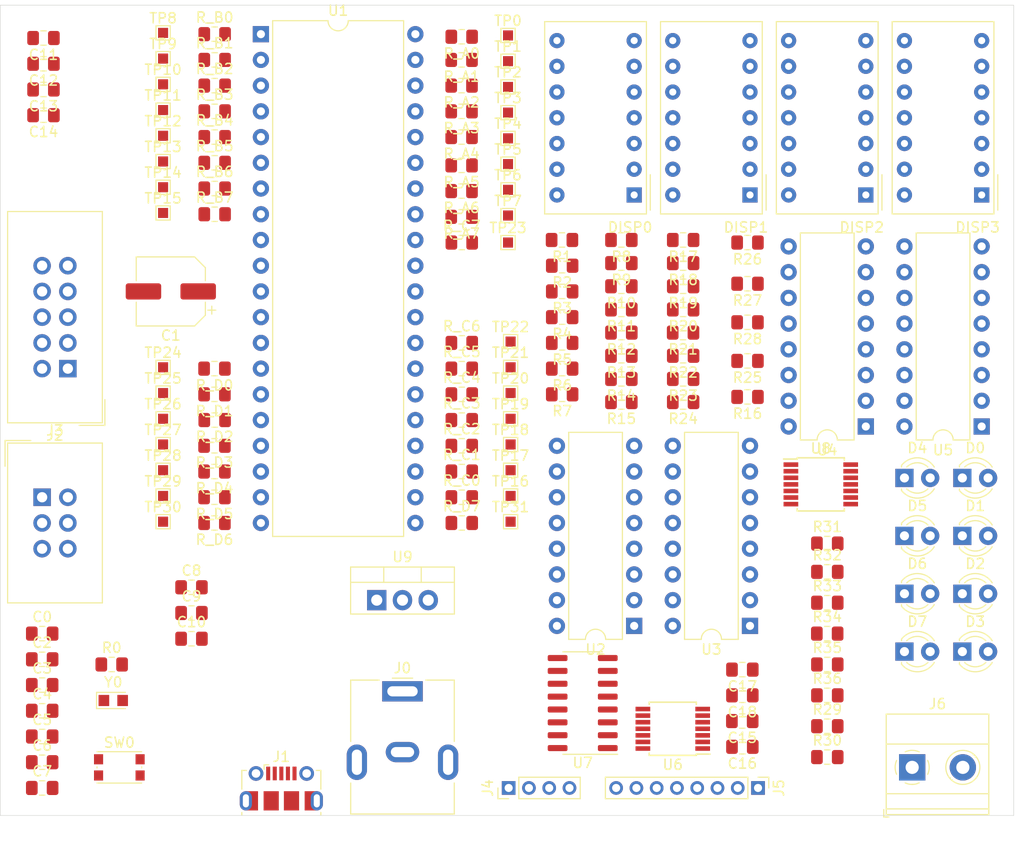
<source format=kicad_pcb>
(kicad_pcb (version 20171130) (host pcbnew 5.1.4)

  (general
    (thickness 1.6)
    (drawings 4)
    (tracks 7)
    (zones 0)
    (modules 150)
    (nets 149)
  )

  (page A4)
  (layers
    (0 F.Cu signal)
    (31 B.Cu signal)
    (32 B.Adhes user)
    (33 F.Adhes user)
    (34 B.Paste user)
    (35 F.Paste user)
    (36 B.SilkS user)
    (37 F.SilkS user)
    (38 B.Mask user)
    (39 F.Mask user)
    (40 Dwgs.User user)
    (41 Cmts.User user)
    (42 Eco1.User user)
    (43 Eco2.User user)
    (44 Edge.Cuts user)
    (45 Margin user)
    (46 B.CrtYd user)
    (47 F.CrtYd user)
    (48 B.Fab user)
    (49 F.Fab user)
  )

  (setup
    (last_trace_width 0.25)
    (trace_clearance 0.2)
    (zone_clearance 0.508)
    (zone_45_only no)
    (trace_min 0.2)
    (via_size 0.8)
    (via_drill 0.4)
    (via_min_size 0.4)
    (via_min_drill 0.3)
    (uvia_size 0.8)
    (uvia_drill 0.4)
    (uvias_allowed no)
    (uvia_min_size 0.2)
    (uvia_min_drill 0.1)
    (edge_width 0.05)
    (segment_width 0.18)
    (pcb_text_width 0.3)
    (pcb_text_size 1.5 1.5)
    (mod_edge_width 0.12)
    (mod_text_size 1 1)
    (mod_text_width 0.15)
    (pad_size 1.15 1.4)
    (pad_drill 0)
    (pad_to_mask_clearance 0.051)
    (solder_mask_min_width 0.25)
    (aux_axis_origin 0 0)
    (visible_elements 7FFFFFFF)
    (pcbplotparams
      (layerselection 0x010fc_ffffffff)
      (usegerberextensions false)
      (usegerberattributes false)
      (usegerberadvancedattributes false)
      (creategerberjobfile false)
      (excludeedgelayer true)
      (linewidth 0.100000)
      (plotframeref false)
      (viasonmask false)
      (mode 1)
      (useauxorigin false)
      (hpglpennumber 1)
      (hpglpenspeed 20)
      (hpglpendiameter 15.000000)
      (psnegative false)
      (psa4output false)
      (plotreference true)
      (plotvalue true)
      (plotinvisibletext false)
      (padsonsilk false)
      (subtractmaskfromsilk false)
      (outputformat 1)
      (mirror false)
      (drillshape 1)
      (scaleselection 1)
      (outputdirectory ""))
  )

  (net 0 "")
  (net 1 Vss)
  (net 2 "Net-(C0-Pad1)")
  (net 3 Vdd)
  (net 4 "Net-(C3-Pad1)")
  (net 5 "Net-(C4-Pad1)")
  (net 6 NRST)
  (net 7 "Net-(D0-Pad2)")
  (net 8 "Net-(D1-Pad2)")
  (net 9 "Net-(D2-Pad2)")
  (net 10 "Net-(D3-Pad2)")
  (net 11 "Net-(D4-Pad2)")
  (net 12 "Net-(D5-Pad2)")
  (net 13 "Net-(D6-Pad2)")
  (net 14 "Net-(D7-Pad2)")
  (net 15 "Net-(DISP0-Pad10)")
  (net 16 "Net-(DISP0-Pad7)")
  (net 17 "Net-(DISP0-Pad6)")
  (net 18 "Net-(DISP0-Pad4)")
  (net 19 "Net-(DISP0-Pad2)")
  (net 20 "Net-(DISP1-Pad10)")
  (net 21 "Net-(DISP1-Pad7)")
  (net 22 "Net-(DISP1-Pad6)")
  (net 23 "Net-(DISP1-Pad4)")
  (net 24 "Net-(DISP1-Pad2)")
  (net 25 "Net-(DISP2-Pad10)")
  (net 26 "Net-(DISP2-Pad7)")
  (net 27 "Net-(DISP2-Pad6)")
  (net 28 "Net-(DISP2-Pad4)")
  (net 29 "Net-(DISP2-Pad2)")
  (net 30 "Net-(DISP3-Pad10)")
  (net 31 "Net-(DISP3-Pad7)")
  (net 32 "Net-(DISP3-Pad6)")
  (net 33 "Net-(DISP3-Pad4)")
  (net 34 "Net-(DISP3-Pad2)")
  (net 35 "Net-(J0-PadMP)")
  (net 36 "Net-(J1-Pad6)")
  (net 37 "Net-(J1-Pad3)")
  (net 38 "Net-(J1-Pad4)")
  (net 39 "Net-(J1-Pad2)")
  (net 40 TDI)
  (net 41 TMS)
  (net 42 TDO)
  (net 43 TCK)
  (net 44 MOSI)
  (net 45 SCK)
  (net 46 MISO)
  (net 47 RXD)
  (net 48 TXD)
  (net 49 "Net-(J5-Pad8)")
  (net 50 "Net-(J5-Pad7)")
  (net 51 "Net-(J5-Pad6)")
  (net 52 "Net-(J5-Pad5)")
  (net 53 "Net-(J5-Pad4)")
  (net 54 "Net-(J5-Pad3)")
  (net 55 "Net-(J5-Pad2)")
  (net 56 "Net-(J5-Pad1)")
  (net 57 "Net-(R1-Pad2)")
  (net 58 "Net-(R2-Pad2)")
  (net 59 "Net-(R3-Pad2)")
  (net 60 "Net-(R4-Pad2)")
  (net 61 "Net-(R5-Pad2)")
  (net 62 "Net-(R6-Pad2)")
  (net 63 "Net-(R7-Pad2)")
  (net 64 "Net-(R8-Pad2)")
  (net 65 "Net-(R9-Pad2)")
  (net 66 "Net-(R10-Pad2)")
  (net 67 "Net-(R11-Pad2)")
  (net 68 "Net-(R12-Pad2)")
  (net 69 "Net-(R13-Pad2)")
  (net 70 "Net-(R14-Pad2)")
  (net 71 "Net-(R15-Pad2)")
  (net 72 "Net-(R16-Pad2)")
  (net 73 "Net-(R17-Pad2)")
  (net 74 "Net-(R18-Pad2)")
  (net 75 "Net-(R19-Pad2)")
  (net 76 "Net-(R20-Pad2)")
  (net 77 "Net-(R21-Pad2)")
  (net 78 "Net-(R22-Pad2)")
  (net 79 "Net-(R23-Pad2)")
  (net 80 "Net-(R24-Pad2)")
  (net 81 "Net-(R25-Pad2)")
  (net 82 "Net-(R26-Pad2)")
  (net 83 "Net-(R27-Pad2)")
  (net 84 "Net-(R28-Pad2)")
  (net 85 "Net-(R29-Pad1)")
  (net 86 "Net-(R30-Pad1)")
  (net 87 "Net-(R31-Pad1)")
  (net 88 "Net-(R32-Pad1)")
  (net 89 "Net-(R33-Pad1)")
  (net 90 "Net-(R34-Pad1)")
  (net 91 "Net-(R35-Pad1)")
  (net 92 "Net-(R36-Pad1)")
  (net 93 /Display/CHAR0_0)
  (net 94 /Display/CHAR0_1)
  (net 95 /Display/CHAR0_2)
  (net 96 /Display/CHAR0_3)
  (net 97 /Display/CHAR1_0)
  (net 98 /Display/CHAR1_1)
  (net 99 /Display/CHAR1_2)
  (net 100 /Display/CHAR1_3)
  (net 101 /Display/CHAR2_0)
  (net 102 /Display/CHAR2_1)
  (net 103 /Display/CHAR2_2)
  (net 104 /Display/CHAR2_3)
  (net 105 /Display/CHAR3_0)
  (net 106 "Net-(R_C0-Pad1)")
  (net 107 "Net-(R_C1-Pad1)")
  (net 108 "Net-(R_C6-Pad1)")
  (net 109 "Net-(R_C7-Pad1)")
  (net 110 LOAD)
  (net 111 ROWS)
  (net 112 COLUMNS)
  (net 113 CLK_BUTTONS)
  (net 114 STATUS)
  (net 115 CLK_STATUS)
  (net 116 "Net-(U6-Pad13)")
  (net 117 "Net-(U6-Pad12)")
  (net 118 "Net-(U6-Pad11)")
  (net 119 "Net-(U6-Pad10)")
  (net 120 "Net-(U7-Pad14)")
  (net 121 "Net-(U7-Pad12)")
  (net 122 "Net-(U7-Pad11)")
  (net 123 "Net-(U7-Pad10)")
  (net 124 "Net-(U7-Pad1)")
  (net 125 "Net-(DISP0-Pad1)")
  (net 126 "Net-(DISP0-Pad5)")
  (net 127 "Net-(DISP0-Pad8)")
  (net 128 "Net-(DISP0-Pad11)")
  (net 129 "Net-(DISP0-Pad12)")
  (net 130 "Net-(DISP0-Pad13)")
  (net 131 "Net-(DISP1-Pad13)")
  (net 132 "Net-(DISP1-Pad12)")
  (net 133 "Net-(DISP1-Pad11)")
  (net 134 "Net-(DISP1-Pad8)")
  (net 135 "Net-(DISP1-Pad5)")
  (net 136 "Net-(DISP1-Pad1)")
  (net 137 "Net-(DISP2-Pad1)")
  (net 138 "Net-(DISP2-Pad5)")
  (net 139 "Net-(DISP2-Pad8)")
  (net 140 "Net-(DISP2-Pad11)")
  (net 141 "Net-(DISP2-Pad12)")
  (net 142 "Net-(DISP2-Pad13)")
  (net 143 "Net-(DISP3-Pad13)")
  (net 144 "Net-(DISP3-Pad12)")
  (net 145 "Net-(DISP3-Pad11)")
  (net 146 "Net-(DISP3-Pad8)")
  (net 147 "Net-(DISP3-Pad5)")
  (net 148 "Net-(DISP3-Pad1)")

  (net_class Default "Dies ist die voreingestellte Netzklasse."
    (clearance 0.2)
    (trace_width 0.25)
    (via_dia 0.8)
    (via_drill 0.4)
    (uvia_dia 0.8)
    (uvia_drill 0.4)
    (diff_pair_width 0.2)
    (diff_pair_gap 0.5)
    (add_net /Display/CHAR0_0)
    (add_net /Display/CHAR0_1)
    (add_net /Display/CHAR0_2)
    (add_net /Display/CHAR0_3)
    (add_net /Display/CHAR1_0)
    (add_net /Display/CHAR1_1)
    (add_net /Display/CHAR1_2)
    (add_net /Display/CHAR1_3)
    (add_net /Display/CHAR2_0)
    (add_net /Display/CHAR2_1)
    (add_net /Display/CHAR2_2)
    (add_net /Display/CHAR2_3)
    (add_net /Display/CHAR3_0)
    (add_net CLK_BUTTONS)
    (add_net CLK_STATUS)
    (add_net COLUMNS)
    (add_net LOAD)
    (add_net MISO)
    (add_net MOSI)
    (add_net NRST)
    (add_net "Net-(C0-Pad1)")
    (add_net "Net-(C3-Pad1)")
    (add_net "Net-(C4-Pad1)")
    (add_net "Net-(D0-Pad2)")
    (add_net "Net-(D1-Pad2)")
    (add_net "Net-(D2-Pad2)")
    (add_net "Net-(D3-Pad2)")
    (add_net "Net-(D4-Pad2)")
    (add_net "Net-(D5-Pad2)")
    (add_net "Net-(D6-Pad2)")
    (add_net "Net-(D7-Pad2)")
    (add_net "Net-(DISP0-Pad1)")
    (add_net "Net-(DISP0-Pad10)")
    (add_net "Net-(DISP0-Pad11)")
    (add_net "Net-(DISP0-Pad12)")
    (add_net "Net-(DISP0-Pad13)")
    (add_net "Net-(DISP0-Pad2)")
    (add_net "Net-(DISP0-Pad4)")
    (add_net "Net-(DISP0-Pad5)")
    (add_net "Net-(DISP0-Pad6)")
    (add_net "Net-(DISP0-Pad7)")
    (add_net "Net-(DISP0-Pad8)")
    (add_net "Net-(DISP1-Pad1)")
    (add_net "Net-(DISP1-Pad10)")
    (add_net "Net-(DISP1-Pad11)")
    (add_net "Net-(DISP1-Pad12)")
    (add_net "Net-(DISP1-Pad13)")
    (add_net "Net-(DISP1-Pad2)")
    (add_net "Net-(DISP1-Pad4)")
    (add_net "Net-(DISP1-Pad5)")
    (add_net "Net-(DISP1-Pad6)")
    (add_net "Net-(DISP1-Pad7)")
    (add_net "Net-(DISP1-Pad8)")
    (add_net "Net-(DISP2-Pad1)")
    (add_net "Net-(DISP2-Pad10)")
    (add_net "Net-(DISP2-Pad11)")
    (add_net "Net-(DISP2-Pad12)")
    (add_net "Net-(DISP2-Pad13)")
    (add_net "Net-(DISP2-Pad2)")
    (add_net "Net-(DISP2-Pad4)")
    (add_net "Net-(DISP2-Pad5)")
    (add_net "Net-(DISP2-Pad6)")
    (add_net "Net-(DISP2-Pad7)")
    (add_net "Net-(DISP2-Pad8)")
    (add_net "Net-(DISP3-Pad1)")
    (add_net "Net-(DISP3-Pad10)")
    (add_net "Net-(DISP3-Pad11)")
    (add_net "Net-(DISP3-Pad12)")
    (add_net "Net-(DISP3-Pad13)")
    (add_net "Net-(DISP3-Pad2)")
    (add_net "Net-(DISP3-Pad4)")
    (add_net "Net-(DISP3-Pad5)")
    (add_net "Net-(DISP3-Pad6)")
    (add_net "Net-(DISP3-Pad7)")
    (add_net "Net-(DISP3-Pad8)")
    (add_net "Net-(J0-PadMP)")
    (add_net "Net-(J1-Pad2)")
    (add_net "Net-(J1-Pad3)")
    (add_net "Net-(J1-Pad4)")
    (add_net "Net-(J1-Pad6)")
    (add_net "Net-(J5-Pad1)")
    (add_net "Net-(J5-Pad2)")
    (add_net "Net-(J5-Pad3)")
    (add_net "Net-(J5-Pad4)")
    (add_net "Net-(J5-Pad5)")
    (add_net "Net-(J5-Pad6)")
    (add_net "Net-(J5-Pad7)")
    (add_net "Net-(J5-Pad8)")
    (add_net "Net-(R1-Pad2)")
    (add_net "Net-(R10-Pad2)")
    (add_net "Net-(R11-Pad2)")
    (add_net "Net-(R12-Pad2)")
    (add_net "Net-(R13-Pad2)")
    (add_net "Net-(R14-Pad2)")
    (add_net "Net-(R15-Pad2)")
    (add_net "Net-(R16-Pad2)")
    (add_net "Net-(R17-Pad2)")
    (add_net "Net-(R18-Pad2)")
    (add_net "Net-(R19-Pad2)")
    (add_net "Net-(R2-Pad2)")
    (add_net "Net-(R20-Pad2)")
    (add_net "Net-(R21-Pad2)")
    (add_net "Net-(R22-Pad2)")
    (add_net "Net-(R23-Pad2)")
    (add_net "Net-(R24-Pad2)")
    (add_net "Net-(R25-Pad2)")
    (add_net "Net-(R26-Pad2)")
    (add_net "Net-(R27-Pad2)")
    (add_net "Net-(R28-Pad2)")
    (add_net "Net-(R29-Pad1)")
    (add_net "Net-(R3-Pad2)")
    (add_net "Net-(R30-Pad1)")
    (add_net "Net-(R31-Pad1)")
    (add_net "Net-(R32-Pad1)")
    (add_net "Net-(R33-Pad1)")
    (add_net "Net-(R34-Pad1)")
    (add_net "Net-(R35-Pad1)")
    (add_net "Net-(R36-Pad1)")
    (add_net "Net-(R4-Pad2)")
    (add_net "Net-(R5-Pad2)")
    (add_net "Net-(R6-Pad2)")
    (add_net "Net-(R7-Pad2)")
    (add_net "Net-(R8-Pad2)")
    (add_net "Net-(R9-Pad2)")
    (add_net "Net-(R_C0-Pad1)")
    (add_net "Net-(R_C1-Pad1)")
    (add_net "Net-(R_C6-Pad1)")
    (add_net "Net-(R_C7-Pad1)")
    (add_net "Net-(U6-Pad10)")
    (add_net "Net-(U6-Pad11)")
    (add_net "Net-(U6-Pad12)")
    (add_net "Net-(U6-Pad13)")
    (add_net "Net-(U7-Pad1)")
    (add_net "Net-(U7-Pad10)")
    (add_net "Net-(U7-Pad11)")
    (add_net "Net-(U7-Pad12)")
    (add_net "Net-(U7-Pad14)")
    (add_net ROWS)
    (add_net RXD)
    (add_net SCK)
    (add_net STATUS)
    (add_net TCK)
    (add_net TDI)
    (add_net TDO)
    (add_net TMS)
    (add_net TXD)
    (add_net Vdd)
    (add_net Vss)
  )

  (module Connector_PinHeader_2.00mm:PinHeader_1x08_P2.00mm_Vertical (layer F.Cu) (tedit 59FED667) (tstamp 5DDBCF1D)
    (at 94.772 97.282 270)
    (descr "Through hole straight pin header, 1x08, 2.00mm pitch, single row")
    (tags "Through hole pin header THT 1x08 2.00mm single row")
    (path /5DDEAC3F/5DDED974)
    (fp_text reference J5 (at 0 -2.06 90) (layer F.SilkS)
      (effects (font (size 1 1) (thickness 0.15)))
    )
    (fp_text value Conn_01x08_Female (at 0 16.06 90) (layer F.Fab)
      (effects (font (size 1 1) (thickness 0.15)))
    )
    (fp_text user %R (at 0 7) (layer F.Fab)
      (effects (font (size 1 1) (thickness 0.15)))
    )
    (fp_line (start 1.5 -1.5) (end -1.5 -1.5) (layer F.CrtYd) (width 0.05))
    (fp_line (start 1.5 15.5) (end 1.5 -1.5) (layer F.CrtYd) (width 0.05))
    (fp_line (start -1.5 15.5) (end 1.5 15.5) (layer F.CrtYd) (width 0.05))
    (fp_line (start -1.5 -1.5) (end -1.5 15.5) (layer F.CrtYd) (width 0.05))
    (fp_line (start -1.06 -1.06) (end 0 -1.06) (layer F.SilkS) (width 0.12))
    (fp_line (start -1.06 0) (end -1.06 -1.06) (layer F.SilkS) (width 0.12))
    (fp_line (start -1.06 1) (end 1.06 1) (layer F.SilkS) (width 0.12))
    (fp_line (start 1.06 1) (end 1.06 15.06) (layer F.SilkS) (width 0.12))
    (fp_line (start -1.06 1) (end -1.06 15.06) (layer F.SilkS) (width 0.12))
    (fp_line (start -1.06 15.06) (end 1.06 15.06) (layer F.SilkS) (width 0.12))
    (fp_line (start -1 -0.5) (end -0.5 -1) (layer F.Fab) (width 0.1))
    (fp_line (start -1 15) (end -1 -0.5) (layer F.Fab) (width 0.1))
    (fp_line (start 1 15) (end -1 15) (layer F.Fab) (width 0.1))
    (fp_line (start 1 -1) (end 1 15) (layer F.Fab) (width 0.1))
    (fp_line (start -0.5 -1) (end 1 -1) (layer F.Fab) (width 0.1))
    (pad 8 thru_hole oval (at 0 14 270) (size 1.35 1.35) (drill 0.8) (layers *.Cu *.Mask)
      (net 49 "Net-(J5-Pad8)"))
    (pad 7 thru_hole oval (at 0 12 270) (size 1.35 1.35) (drill 0.8) (layers *.Cu *.Mask)
      (net 50 "Net-(J5-Pad7)"))
    (pad 6 thru_hole oval (at 0 10 270) (size 1.35 1.35) (drill 0.8) (layers *.Cu *.Mask)
      (net 51 "Net-(J5-Pad6)"))
    (pad 5 thru_hole oval (at 0 8 270) (size 1.35 1.35) (drill 0.8) (layers *.Cu *.Mask)
      (net 52 "Net-(J5-Pad5)"))
    (pad 4 thru_hole oval (at 0 6 270) (size 1.35 1.35) (drill 0.8) (layers *.Cu *.Mask)
      (net 53 "Net-(J5-Pad4)"))
    (pad 3 thru_hole oval (at 0 4 270) (size 1.35 1.35) (drill 0.8) (layers *.Cu *.Mask)
      (net 54 "Net-(J5-Pad3)"))
    (pad 2 thru_hole oval (at 0 2 270) (size 1.35 1.35) (drill 0.8) (layers *.Cu *.Mask)
      (net 55 "Net-(J5-Pad2)"))
    (pad 1 thru_hole rect (at 0 0 270) (size 1.35 1.35) (drill 0.8) (layers *.Cu *.Mask)
      (net 56 "Net-(J5-Pad1)"))
    (model ${KISYS3DMOD}/Connector_PinHeader_2.00mm.3dshapes/PinHeader_1x08_P2.00mm_Vertical.wrl
      (at (xyz 0 0 0))
      (scale (xyz 1 1 1))
      (rotate (xyz 0 0 0))
    )
  )

  (module Connector_PinHeader_2.00mm:PinHeader_1x04_P2.00mm_Vertical (layer F.Cu) (tedit 59FED667) (tstamp 5DDBCEFF)
    (at 70.168 97.282 90)
    (descr "Through hole straight pin header, 1x04, 2.00mm pitch, single row")
    (tags "Through hole pin header THT 1x04 2.00mm single row")
    (path /5DD71B42)
    (fp_text reference J4 (at 0 -2.06 90) (layer F.SilkS)
      (effects (font (size 1 1) (thickness 0.15)))
    )
    (fp_text value Conn_01x04_Female (at 0 8.06 90) (layer F.Fab)
      (effects (font (size 1 1) (thickness 0.15)))
    )
    (fp_text user %R (at 0 3) (layer F.Fab)
      (effects (font (size 1 1) (thickness 0.15)))
    )
    (fp_line (start 1.5 -1.5) (end -1.5 -1.5) (layer F.CrtYd) (width 0.05))
    (fp_line (start 1.5 7.5) (end 1.5 -1.5) (layer F.CrtYd) (width 0.05))
    (fp_line (start -1.5 7.5) (end 1.5 7.5) (layer F.CrtYd) (width 0.05))
    (fp_line (start -1.5 -1.5) (end -1.5 7.5) (layer F.CrtYd) (width 0.05))
    (fp_line (start -1.06 -1.06) (end 0 -1.06) (layer F.SilkS) (width 0.12))
    (fp_line (start -1.06 0) (end -1.06 -1.06) (layer F.SilkS) (width 0.12))
    (fp_line (start -1.06 1) (end 1.06 1) (layer F.SilkS) (width 0.12))
    (fp_line (start 1.06 1) (end 1.06 7.06) (layer F.SilkS) (width 0.12))
    (fp_line (start -1.06 1) (end -1.06 7.06) (layer F.SilkS) (width 0.12))
    (fp_line (start -1.06 7.06) (end 1.06 7.06) (layer F.SilkS) (width 0.12))
    (fp_line (start -1 -0.5) (end -0.5 -1) (layer F.Fab) (width 0.1))
    (fp_line (start -1 7) (end -1 -0.5) (layer F.Fab) (width 0.1))
    (fp_line (start 1 7) (end -1 7) (layer F.Fab) (width 0.1))
    (fp_line (start 1 -1) (end 1 7) (layer F.Fab) (width 0.1))
    (fp_line (start -0.5 -1) (end 1 -1) (layer F.Fab) (width 0.1))
    (pad 4 thru_hole oval (at 0 6 90) (size 1.35 1.35) (drill 0.8) (layers *.Cu *.Mask)
      (net 3 Vdd))
    (pad 3 thru_hole oval (at 0 4 90) (size 1.35 1.35) (drill 0.8) (layers *.Cu *.Mask)
      (net 47 RXD))
    (pad 2 thru_hole oval (at 0 2 90) (size 1.35 1.35) (drill 0.8) (layers *.Cu *.Mask)
      (net 48 TXD))
    (pad 1 thru_hole rect (at 0 0 90) (size 1.35 1.35) (drill 0.8) (layers *.Cu *.Mask)
      (net 1 Vss))
    (model ${KISYS3DMOD}/Connector_PinHeader_2.00mm.3dshapes/PinHeader_1x04_P2.00mm_Vertical.wrl
      (at (xyz 0 0 0))
      (scale (xyz 1 1 1))
      (rotate (xyz 0 0 0))
    )
  )

  (module Package_DIP:DIP-40_W15.24mm (layer F.Cu) (tedit 5A02E8C5) (tstamp 5DDBD5F0)
    (at 45.72 22.86)
    (descr "40-lead though-hole mounted DIP package, row spacing 15.24 mm (600 mils)")
    (tags "THT DIP DIL PDIP 2.54mm 15.24mm 600mil")
    (path /5DB85A9E)
    (fp_text reference U1 (at 7.62 -2.33) (layer F.SilkS)
      (effects (font (size 1 1) (thickness 0.15)))
    )
    (fp_text value ATmega16A-PU (at 7.62 50.59) (layer F.Fab)
      (effects (font (size 1 1) (thickness 0.15)))
    )
    (fp_text user %R (at 7.62 24.13) (layer F.Fab)
      (effects (font (size 1 1) (thickness 0.15)))
    )
    (fp_line (start 16.3 -1.55) (end -1.05 -1.55) (layer F.CrtYd) (width 0.05))
    (fp_line (start 16.3 49.8) (end 16.3 -1.55) (layer F.CrtYd) (width 0.05))
    (fp_line (start -1.05 49.8) (end 16.3 49.8) (layer F.CrtYd) (width 0.05))
    (fp_line (start -1.05 -1.55) (end -1.05 49.8) (layer F.CrtYd) (width 0.05))
    (fp_line (start 14.08 -1.33) (end 8.62 -1.33) (layer F.SilkS) (width 0.12))
    (fp_line (start 14.08 49.59) (end 14.08 -1.33) (layer F.SilkS) (width 0.12))
    (fp_line (start 1.16 49.59) (end 14.08 49.59) (layer F.SilkS) (width 0.12))
    (fp_line (start 1.16 -1.33) (end 1.16 49.59) (layer F.SilkS) (width 0.12))
    (fp_line (start 6.62 -1.33) (end 1.16 -1.33) (layer F.SilkS) (width 0.12))
    (fp_line (start 0.255 -0.27) (end 1.255 -1.27) (layer F.Fab) (width 0.1))
    (fp_line (start 0.255 49.53) (end 0.255 -0.27) (layer F.Fab) (width 0.1))
    (fp_line (start 14.985 49.53) (end 0.255 49.53) (layer F.Fab) (width 0.1))
    (fp_line (start 14.985 -1.27) (end 14.985 49.53) (layer F.Fab) (width 0.1))
    (fp_line (start 1.255 -1.27) (end 14.985 -1.27) (layer F.Fab) (width 0.1))
    (fp_arc (start 7.62 -1.33) (end 6.62 -1.33) (angle -180) (layer F.SilkS) (width 0.12))
    (pad 40 thru_hole oval (at 15.24 0) (size 1.6 1.6) (drill 0.8) (layers *.Cu *.Mask)
      (net 93 /Display/CHAR0_0))
    (pad 20 thru_hole oval (at 0 48.26) (size 1.6 1.6) (drill 0.8) (layers *.Cu *.Mask)
      (net 114 STATUS))
    (pad 39 thru_hole oval (at 15.24 2.54) (size 1.6 1.6) (drill 0.8) (layers *.Cu *.Mask)
      (net 94 /Display/CHAR0_1))
    (pad 19 thru_hole oval (at 0 45.72) (size 1.6 1.6) (drill 0.8) (layers *.Cu *.Mask)
      (net 113 CLK_BUTTONS))
    (pad 38 thru_hole oval (at 15.24 5.08) (size 1.6 1.6) (drill 0.8) (layers *.Cu *.Mask)
      (net 95 /Display/CHAR0_2))
    (pad 18 thru_hole oval (at 0 43.18) (size 1.6 1.6) (drill 0.8) (layers *.Cu *.Mask)
      (net 112 COLUMNS))
    (pad 37 thru_hole oval (at 15.24 7.62) (size 1.6 1.6) (drill 0.8) (layers *.Cu *.Mask)
      (net 96 /Display/CHAR0_3))
    (pad 17 thru_hole oval (at 0 40.64) (size 1.6 1.6) (drill 0.8) (layers *.Cu *.Mask)
      (net 111 ROWS))
    (pad 36 thru_hole oval (at 15.24 10.16) (size 1.6 1.6) (drill 0.8) (layers *.Cu *.Mask)
      (net 97 /Display/CHAR1_0))
    (pad 16 thru_hole oval (at 0 38.1) (size 1.6 1.6) (drill 0.8) (layers *.Cu *.Mask)
      (net 110 LOAD))
    (pad 35 thru_hole oval (at 15.24 12.7) (size 1.6 1.6) (drill 0.8) (layers *.Cu *.Mask)
      (net 98 /Display/CHAR1_1))
    (pad 15 thru_hole oval (at 0 35.56) (size 1.6 1.6) (drill 0.8) (layers *.Cu *.Mask)
      (net 48 TXD))
    (pad 34 thru_hole oval (at 15.24 15.24) (size 1.6 1.6) (drill 0.8) (layers *.Cu *.Mask)
      (net 99 /Display/CHAR1_2))
    (pad 14 thru_hole oval (at 0 33.02) (size 1.6 1.6) (drill 0.8) (layers *.Cu *.Mask)
      (net 47 RXD))
    (pad 33 thru_hole oval (at 15.24 17.78) (size 1.6 1.6) (drill 0.8) (layers *.Cu *.Mask)
      (net 100 /Display/CHAR1_3))
    (pad 13 thru_hole oval (at 0 30.48) (size 1.6 1.6) (drill 0.8) (layers *.Cu *.Mask)
      (net 4 "Net-(C3-Pad1)"))
    (pad 32 thru_hole oval (at 15.24 20.32) (size 1.6 1.6) (drill 0.8) (layers *.Cu *.Mask)
      (net 1 Vss))
    (pad 12 thru_hole oval (at 0 27.94) (size 1.6 1.6) (drill 0.8) (layers *.Cu *.Mask)
      (net 5 "Net-(C4-Pad1)"))
    (pad 31 thru_hole oval (at 15.24 22.86) (size 1.6 1.6) (drill 0.8) (layers *.Cu *.Mask)
      (net 1 Vss))
    (pad 11 thru_hole oval (at 0 25.4) (size 1.6 1.6) (drill 0.8) (layers *.Cu *.Mask)
      (net 1 Vss))
    (pad 30 thru_hole oval (at 15.24 25.4) (size 1.6 1.6) (drill 0.8) (layers *.Cu *.Mask)
      (net 3 Vdd))
    (pad 10 thru_hole oval (at 0 22.86) (size 1.6 1.6) (drill 0.8) (layers *.Cu *.Mask)
      (net 3 Vdd))
    (pad 29 thru_hole oval (at 15.24 27.94) (size 1.6 1.6) (drill 0.8) (layers *.Cu *.Mask)
      (net 109 "Net-(R_C7-Pad1)"))
    (pad 9 thru_hole oval (at 0 20.32) (size 1.6 1.6) (drill 0.8) (layers *.Cu *.Mask)
      (net 6 NRST))
    (pad 28 thru_hole oval (at 15.24 30.48) (size 1.6 1.6) (drill 0.8) (layers *.Cu *.Mask)
      (net 108 "Net-(R_C6-Pad1)"))
    (pad 8 thru_hole oval (at 0 17.78) (size 1.6 1.6) (drill 0.8) (layers *.Cu *.Mask)
      (net 45 SCK))
    (pad 27 thru_hole oval (at 15.24 33.02) (size 1.6 1.6) (drill 0.8) (layers *.Cu *.Mask)
      (net 40 TDI))
    (pad 7 thru_hole oval (at 0 15.24) (size 1.6 1.6) (drill 0.8) (layers *.Cu *.Mask)
      (net 46 MISO))
    (pad 26 thru_hole oval (at 15.24 35.56) (size 1.6 1.6) (drill 0.8) (layers *.Cu *.Mask)
      (net 42 TDO))
    (pad 6 thru_hole oval (at 0 12.7) (size 1.6 1.6) (drill 0.8) (layers *.Cu *.Mask)
      (net 44 MOSI))
    (pad 25 thru_hole oval (at 15.24 38.1) (size 1.6 1.6) (drill 0.8) (layers *.Cu *.Mask)
      (net 41 TMS))
    (pad 5 thru_hole oval (at 0 10.16) (size 1.6 1.6) (drill 0.8) (layers *.Cu *.Mask)
      (net 105 /Display/CHAR3_0))
    (pad 24 thru_hole oval (at 15.24 40.64) (size 1.6 1.6) (drill 0.8) (layers *.Cu *.Mask)
      (net 43 TCK))
    (pad 4 thru_hole oval (at 0 7.62) (size 1.6 1.6) (drill 0.8) (layers *.Cu *.Mask)
      (net 104 /Display/CHAR2_3))
    (pad 23 thru_hole oval (at 15.24 43.18) (size 1.6 1.6) (drill 0.8) (layers *.Cu *.Mask)
      (net 107 "Net-(R_C1-Pad1)"))
    (pad 3 thru_hole oval (at 0 5.08) (size 1.6 1.6) (drill 0.8) (layers *.Cu *.Mask)
      (net 103 /Display/CHAR2_2))
    (pad 22 thru_hole oval (at 15.24 45.72) (size 1.6 1.6) (drill 0.8) (layers *.Cu *.Mask)
      (net 106 "Net-(R_C0-Pad1)"))
    (pad 2 thru_hole oval (at 0 2.54) (size 1.6 1.6) (drill 0.8) (layers *.Cu *.Mask)
      (net 102 /Display/CHAR2_1))
    (pad 21 thru_hole oval (at 15.24 48.26) (size 1.6 1.6) (drill 0.8) (layers *.Cu *.Mask)
      (net 115 CLK_STATUS))
    (pad 1 thru_hole rect (at 0 0) (size 1.6 1.6) (drill 0.8) (layers *.Cu *.Mask)
      (net 101 /Display/CHAR2_0))
    (model ${KISYS3DMOD}/Package_DIP.3dshapes/DIP-40_W15.24mm.wrl
      (at (xyz 0 0 0))
      (scale (xyz 1 1 1))
      (rotate (xyz 0 0 0))
    )
  )

  (module Resistor_SMD:R_0805_2012Metric_Pad1.15x1.40mm_HandSolder (layer F.Cu) (tedit 5B36C52B) (tstamp 5DDBD213)
    (at 65.523 33.02 180)
    (descr "Resistor SMD 0805 (2012 Metric), square (rectangular) end terminal, IPC_7351 nominal with elongated pad for handsoldering. (Body size source: https://docs.google.com/spreadsheets/d/1BsfQQcO9C6DZCsRaXUlFlo91Tg2WpOkGARC1WS5S8t0/edit?usp=sharing), generated with kicad-footprint-generator")
    (tags "resistor handsolder")
    (path /5DE41C32)
    (attr smd)
    (fp_text reference R_A4 (at 0 -1.65) (layer F.SilkS)
      (effects (font (size 1 1) (thickness 0.15)))
    )
    (fp_text value R (at 0 1.65) (layer F.Fab)
      (effects (font (size 1 1) (thickness 0.15)))
    )
    (fp_text user %R (at 0 0) (layer F.Fab)
      (effects (font (size 0.5 0.5) (thickness 0.08)))
    )
    (fp_line (start 1.85 0.95) (end -1.85 0.95) (layer F.CrtYd) (width 0.05))
    (fp_line (start 1.85 -0.95) (end 1.85 0.95) (layer F.CrtYd) (width 0.05))
    (fp_line (start -1.85 -0.95) (end 1.85 -0.95) (layer F.CrtYd) (width 0.05))
    (fp_line (start -1.85 0.95) (end -1.85 -0.95) (layer F.CrtYd) (width 0.05))
    (fp_line (start -0.261252 0.71) (end 0.261252 0.71) (layer F.SilkS) (width 0.12))
    (fp_line (start -0.261252 -0.71) (end 0.261252 -0.71) (layer F.SilkS) (width 0.12))
    (fp_line (start 1 0.6) (end -1 0.6) (layer F.Fab) (width 0.1))
    (fp_line (start 1 -0.6) (end 1 0.6) (layer F.Fab) (width 0.1))
    (fp_line (start -1 -0.6) (end 1 -0.6) (layer F.Fab) (width 0.1))
    (fp_line (start -1 0.6) (end -1 -0.6) (layer F.Fab) (width 0.1))
    (pad 2 smd roundrect (at 1.025 0 180) (size 1.15 1.4) (layers F.Cu F.Paste F.Mask) (roundrect_rratio 0.217391)
      (net 97 /Display/CHAR1_0))
    (pad 1 smd roundrect (at -1.025 0 180) (size 1.15 1.4) (layers F.Cu F.Paste F.Mask) (roundrect_rratio 0.217391)
      (net 1 Vss))
    (model ${KISYS3DMOD}/Resistor_SMD.3dshapes/R_0805_2012Metric.wrl
      (at (xyz 0 0 0))
      (scale (xyz 1 1 1))
      (rotate (xyz 0 0 0))
    )
  )

  (module Resistor_SMD:R_0805_2012Metric_Pad1.15x1.40mm_HandSolder (layer F.Cu) (tedit 5B36C52B) (tstamp 5DDBD1CF)
    (at 65.532 23.114 180)
    (descr "Resistor SMD 0805 (2012 Metric), square (rectangular) end terminal, IPC_7351 nominal with elongated pad for handsoldering. (Body size source: https://docs.google.com/spreadsheets/d/1BsfQQcO9C6DZCsRaXUlFlo91Tg2WpOkGARC1WS5S8t0/edit?usp=sharing), generated with kicad-footprint-generator")
    (tags "resistor handsolder")
    (path /5DE3F959)
    (attr smd)
    (fp_text reference R_A0 (at 0 -1.65) (layer F.SilkS)
      (effects (font (size 1 1) (thickness 0.15)))
    )
    (fp_text value R (at 0 1.65) (layer F.Fab)
      (effects (font (size 1 1) (thickness 0.15)))
    )
    (fp_text user %R (at 0 0) (layer F.Fab)
      (effects (font (size 0.5 0.5) (thickness 0.08)))
    )
    (fp_line (start 1.85 0.95) (end -1.85 0.95) (layer F.CrtYd) (width 0.05))
    (fp_line (start 1.85 -0.95) (end 1.85 0.95) (layer F.CrtYd) (width 0.05))
    (fp_line (start -1.85 -0.95) (end 1.85 -0.95) (layer F.CrtYd) (width 0.05))
    (fp_line (start -1.85 0.95) (end -1.85 -0.95) (layer F.CrtYd) (width 0.05))
    (fp_line (start -0.261252 0.71) (end 0.261252 0.71) (layer F.SilkS) (width 0.12))
    (fp_line (start -0.261252 -0.71) (end 0.261252 -0.71) (layer F.SilkS) (width 0.12))
    (fp_line (start 1 0.6) (end -1 0.6) (layer F.Fab) (width 0.1))
    (fp_line (start 1 -0.6) (end 1 0.6) (layer F.Fab) (width 0.1))
    (fp_line (start -1 -0.6) (end 1 -0.6) (layer F.Fab) (width 0.1))
    (fp_line (start -1 0.6) (end -1 -0.6) (layer F.Fab) (width 0.1))
    (pad 2 smd roundrect (at 1.025 0 180) (size 1.15 1.4) (layers F.Cu F.Paste F.Mask) (roundrect_rratio 0.217391)
      (net 93 /Display/CHAR0_0))
    (pad 1 smd roundrect (at -1.025 0 180) (size 1.15 1.4) (layers F.Cu F.Paste F.Mask) (roundrect_rratio 0.217391)
      (net 1 Vss))
    (model ${KISYS3DMOD}/Resistor_SMD.3dshapes/R_0805_2012Metric.wrl
      (at (xyz 0 0 0))
      (scale (xyz 1 1 1))
      (rotate (xyz 0 0 0))
    )
  )

  (module Crystal:Crystal_SMD_2012-2Pin_2.0x1.2mm_HandSoldering (layer F.Cu) (tedit 5A0FD1B2) (tstamp 5DDBD719)
    (at 31.151 88.646)
    (descr "SMD Crystal 2012/2 http://txccrystal.com/images/pdf/9ht11.pdf, hand-soldering, 2.0x1.2mm^2 package")
    (tags "SMD SMT crystal hand-soldering")
    (path /5DCCBC8A)
    (attr smd)
    (fp_text reference Y0 (at 0 -1.8) (layer F.SilkS)
      (effects (font (size 1 1) (thickness 0.15)))
    )
    (fp_text value Crystal (at 0 1.8) (layer F.Fab)
      (effects (font (size 1 1) (thickness 0.15)))
    )
    (fp_circle (center 0 0) (end 0.046667 0) (layer F.Adhes) (width 0.093333))
    (fp_circle (center 0 0) (end 0.106667 0) (layer F.Adhes) (width 0.066667))
    (fp_circle (center 0 0) (end 0.166667 0) (layer F.Adhes) (width 0.066667))
    (fp_circle (center 0 0) (end 0.2 0) (layer F.Adhes) (width 0.1))
    (fp_line (start 1.7 -0.9) (end -1.7 -0.9) (layer F.CrtYd) (width 0.05))
    (fp_line (start 1.7 0.9) (end 1.7 -0.9) (layer F.CrtYd) (width 0.05))
    (fp_line (start -1.7 0.9) (end 1.7 0.9) (layer F.CrtYd) (width 0.05))
    (fp_line (start -1.7 -0.9) (end -1.7 0.9) (layer F.CrtYd) (width 0.05))
    (fp_line (start -1.65 0.8) (end 1.2 0.8) (layer F.SilkS) (width 0.12))
    (fp_line (start -1.65 -0.8) (end -1.65 0.8) (layer F.SilkS) (width 0.12))
    (fp_line (start 1.2 -0.8) (end -1.65 -0.8) (layer F.SilkS) (width 0.12))
    (fp_line (start -1 0.1) (end -0.5 0.6) (layer F.Fab) (width 0.1))
    (fp_line (start 1 -0.6) (end -1 -0.6) (layer F.Fab) (width 0.1))
    (fp_line (start 1 0.6) (end 1 -0.6) (layer F.Fab) (width 0.1))
    (fp_line (start -1 0.6) (end 1 0.6) (layer F.Fab) (width 0.1))
    (fp_line (start -1 -0.6) (end -1 0.6) (layer F.Fab) (width 0.1))
    (fp_text user %R (at 0 0) (layer F.Fab)
      (effects (font (size 0.5 0.5) (thickness 0.075)))
    )
    (pad 2 smd rect (at 0.925 0) (size 1.05 1.1) (layers F.Cu F.Paste F.Mask)
      (net 5 "Net-(C4-Pad1)"))
    (pad 1 smd rect (at -0.925 0) (size 1.05 1.1) (layers F.Cu F.Paste F.Mask)
      (net 4 "Net-(C3-Pad1)"))
    (model ${KISYS3DMOD}/Crystal.3dshapes/Crystal_SMD_2012-2Pin_2.0x1.2mm_HandSoldering.wrl
      (at (xyz 0 0 0))
      (scale (xyz 1 1 1))
      (rotate (xyz 0 0 0))
    )
  )

  (module Package_TO_SOT_THT:TO-220-3_Vertical (layer F.Cu) (tedit 5AC8BA0D) (tstamp 5DDBD702)
    (at 57.15 78.74)
    (descr "TO-220-3, Vertical, RM 2.54mm, see https://www.vishay.com/docs/66542/to-220-1.pdf")
    (tags "TO-220-3 Vertical RM 2.54mm")
    (path /5DE337F2)
    (fp_text reference U9 (at 2.54 -4.27) (layer F.SilkS)
      (effects (font (size 1 1) (thickness 0.15)))
    )
    (fp_text value L7805 (at 2.54 2.5) (layer F.Fab)
      (effects (font (size 1 1) (thickness 0.15)))
    )
    (fp_text user %R (at 2.54 -4.27) (layer F.Fab)
      (effects (font (size 1 1) (thickness 0.15)))
    )
    (fp_line (start 7.79 -3.4) (end -2.71 -3.4) (layer F.CrtYd) (width 0.05))
    (fp_line (start 7.79 1.51) (end 7.79 -3.4) (layer F.CrtYd) (width 0.05))
    (fp_line (start -2.71 1.51) (end 7.79 1.51) (layer F.CrtYd) (width 0.05))
    (fp_line (start -2.71 -3.4) (end -2.71 1.51) (layer F.CrtYd) (width 0.05))
    (fp_line (start 4.391 -3.27) (end 4.391 -1.76) (layer F.SilkS) (width 0.12))
    (fp_line (start 0.69 -3.27) (end 0.69 -1.76) (layer F.SilkS) (width 0.12))
    (fp_line (start -2.58 -1.76) (end 7.66 -1.76) (layer F.SilkS) (width 0.12))
    (fp_line (start 7.66 -3.27) (end 7.66 1.371) (layer F.SilkS) (width 0.12))
    (fp_line (start -2.58 -3.27) (end -2.58 1.371) (layer F.SilkS) (width 0.12))
    (fp_line (start -2.58 1.371) (end 7.66 1.371) (layer F.SilkS) (width 0.12))
    (fp_line (start -2.58 -3.27) (end 7.66 -3.27) (layer F.SilkS) (width 0.12))
    (fp_line (start 4.39 -3.15) (end 4.39 -1.88) (layer F.Fab) (width 0.1))
    (fp_line (start 0.69 -3.15) (end 0.69 -1.88) (layer F.Fab) (width 0.1))
    (fp_line (start -2.46 -1.88) (end 7.54 -1.88) (layer F.Fab) (width 0.1))
    (fp_line (start 7.54 -3.15) (end -2.46 -3.15) (layer F.Fab) (width 0.1))
    (fp_line (start 7.54 1.25) (end 7.54 -3.15) (layer F.Fab) (width 0.1))
    (fp_line (start -2.46 1.25) (end 7.54 1.25) (layer F.Fab) (width 0.1))
    (fp_line (start -2.46 -3.15) (end -2.46 1.25) (layer F.Fab) (width 0.1))
    (pad 3 thru_hole oval (at 5.08 0) (size 1.905 2) (drill 1.1) (layers *.Cu *.Mask)
      (net 3 Vdd))
    (pad 2 thru_hole oval (at 2.54 0) (size 1.905 2) (drill 1.1) (layers *.Cu *.Mask)
      (net 1 Vss))
    (pad 1 thru_hole rect (at 0 0) (size 1.905 2) (drill 1.1) (layers *.Cu *.Mask)
      (net 2 "Net-(C0-Pad1)"))
    (model ${KISYS3DMOD}/Package_TO_SOT_THT.3dshapes/TO-220-3_Vertical.wrl
      (at (xyz 0 0 0))
      (scale (xyz 1 1 1))
      (rotate (xyz 0 0 0))
    )
  )

  (module Package_SO:TSSOP-14_4.4x5mm_P0.65mm (layer F.Cu) (tedit 5A02F25C) (tstamp 5DDBD6E8)
    (at 100.965 67.31)
    (descr "14-Lead Plastic Thin Shrink Small Outline (ST)-4.4 mm Body [TSSOP] (see Microchip Packaging Specification 00000049BS.pdf)")
    (tags "SSOP 0.65")
    (path /5DE30C4A/5DCAE7C2)
    (attr smd)
    (fp_text reference U8 (at 0 -3.55) (layer F.SilkS)
      (effects (font (size 1 1) (thickness 0.15)))
    )
    (fp_text value 74HC164 (at 0 3.55) (layer F.Fab)
      (effects (font (size 1 1) (thickness 0.15)))
    )
    (fp_text user %R (at 0 0) (layer F.Fab)
      (effects (font (size 0.8 0.8) (thickness 0.15)))
    )
    (fp_line (start -2.325 -2.5) (end -3.675 -2.5) (layer F.SilkS) (width 0.15))
    (fp_line (start -2.325 2.625) (end 2.325 2.625) (layer F.SilkS) (width 0.15))
    (fp_line (start -2.325 -2.625) (end 2.325 -2.625) (layer F.SilkS) (width 0.15))
    (fp_line (start -2.325 2.625) (end -2.325 2.4) (layer F.SilkS) (width 0.15))
    (fp_line (start 2.325 2.625) (end 2.325 2.4) (layer F.SilkS) (width 0.15))
    (fp_line (start 2.325 -2.625) (end 2.325 -2.4) (layer F.SilkS) (width 0.15))
    (fp_line (start -2.325 -2.625) (end -2.325 -2.5) (layer F.SilkS) (width 0.15))
    (fp_line (start -3.95 2.8) (end 3.95 2.8) (layer F.CrtYd) (width 0.05))
    (fp_line (start -3.95 -2.8) (end 3.95 -2.8) (layer F.CrtYd) (width 0.05))
    (fp_line (start 3.95 -2.8) (end 3.95 2.8) (layer F.CrtYd) (width 0.05))
    (fp_line (start -3.95 -2.8) (end -3.95 2.8) (layer F.CrtYd) (width 0.05))
    (fp_line (start -2.2 -1.5) (end -1.2 -2.5) (layer F.Fab) (width 0.15))
    (fp_line (start -2.2 2.5) (end -2.2 -1.5) (layer F.Fab) (width 0.15))
    (fp_line (start 2.2 2.5) (end -2.2 2.5) (layer F.Fab) (width 0.15))
    (fp_line (start 2.2 -2.5) (end 2.2 2.5) (layer F.Fab) (width 0.15))
    (fp_line (start -1.2 -2.5) (end 2.2 -2.5) (layer F.Fab) (width 0.15))
    (pad 14 smd rect (at 2.95 -1.95) (size 1.45 0.45) (layers F.Cu F.Paste F.Mask)
      (net 3 Vdd))
    (pad 13 smd rect (at 2.95 -1.3) (size 1.45 0.45) (layers F.Cu F.Paste F.Mask)
      (net 86 "Net-(R30-Pad1)"))
    (pad 12 smd rect (at 2.95 -0.65) (size 1.45 0.45) (layers F.Cu F.Paste F.Mask)
      (net 85 "Net-(R29-Pad1)"))
    (pad 11 smd rect (at 2.95 0) (size 1.45 0.45) (layers F.Cu F.Paste F.Mask)
      (net 87 "Net-(R31-Pad1)"))
    (pad 10 smd rect (at 2.95 0.65) (size 1.45 0.45) (layers F.Cu F.Paste F.Mask)
      (net 88 "Net-(R32-Pad1)"))
    (pad 9 smd rect (at 2.95 1.3) (size 1.45 0.45) (layers F.Cu F.Paste F.Mask)
      (net 3 Vdd))
    (pad 8 smd rect (at 2.95 1.95) (size 1.45 0.45) (layers F.Cu F.Paste F.Mask)
      (net 115 CLK_STATUS))
    (pad 7 smd rect (at -2.95 1.95) (size 1.45 0.45) (layers F.Cu F.Paste F.Mask)
      (net 1 Vss))
    (pad 6 smd rect (at -2.95 1.3) (size 1.45 0.45) (layers F.Cu F.Paste F.Mask)
      (net 89 "Net-(R33-Pad1)"))
    (pad 5 smd rect (at -2.95 0.65) (size 1.45 0.45) (layers F.Cu F.Paste F.Mask)
      (net 90 "Net-(R34-Pad1)"))
    (pad 4 smd rect (at -2.95 0) (size 1.45 0.45) (layers F.Cu F.Paste F.Mask)
      (net 91 "Net-(R35-Pad1)"))
    (pad 3 smd rect (at -2.95 -0.65) (size 1.45 0.45) (layers F.Cu F.Paste F.Mask)
      (net 92 "Net-(R36-Pad1)"))
    (pad 2 smd rect (at -2.95 -1.3) (size 1.45 0.45) (layers F.Cu F.Paste F.Mask)
      (net 114 STATUS))
    (pad 1 smd rect (at -2.95 -1.95) (size 1.45 0.45) (layers F.Cu F.Paste F.Mask)
      (net 114 STATUS))
    (model ${KISYS3DMOD}/Package_SO.3dshapes/TSSOP-14_4.4x5mm_P0.65mm.wrl
      (at (xyz 0 0 0))
      (scale (xyz 1 1 1))
      (rotate (xyz 0 0 0))
    )
  )

  (module Package_SO:SOIC-16_3.9x9.9mm_P1.27mm (layer F.Cu) (tedit 5C97300E) (tstamp 5DDBD6C5)
    (at 77.47 88.9 180)
    (descr "SOIC, 16 Pin (JEDEC MS-012AC, https://www.analog.com/media/en/package-pcb-resources/package/pkg_pdf/soic_narrow-r/r_16.pdf), generated with kicad-footprint-generator ipc_gullwing_generator.py")
    (tags "SOIC SO")
    (path /5DDEAC3F/5DCEF9EB)
    (attr smd)
    (fp_text reference U7 (at 0 -5.9) (layer F.SilkS)
      (effects (font (size 1 1) (thickness 0.15)))
    )
    (fp_text value 74LS166 (at 0 5.9) (layer F.Fab)
      (effects (font (size 1 1) (thickness 0.15)))
    )
    (fp_text user %R (at 0.635 2.54) (layer F.Fab)
      (effects (font (size 0.98 0.98) (thickness 0.15)))
    )
    (fp_line (start 3.7 -5.2) (end -3.7 -5.2) (layer F.CrtYd) (width 0.05))
    (fp_line (start 3.7 5.2) (end 3.7 -5.2) (layer F.CrtYd) (width 0.05))
    (fp_line (start -3.7 5.2) (end 3.7 5.2) (layer F.CrtYd) (width 0.05))
    (fp_line (start -3.7 -5.2) (end -3.7 5.2) (layer F.CrtYd) (width 0.05))
    (fp_line (start -1.95 -3.975) (end -0.975 -4.95) (layer F.Fab) (width 0.1))
    (fp_line (start -1.95 4.95) (end -1.95 -3.975) (layer F.Fab) (width 0.1))
    (fp_line (start 1.95 4.95) (end -1.95 4.95) (layer F.Fab) (width 0.1))
    (fp_line (start 1.95 -4.95) (end 1.95 4.95) (layer F.Fab) (width 0.1))
    (fp_line (start -0.975 -4.95) (end 1.95 -4.95) (layer F.Fab) (width 0.1))
    (fp_line (start 0 -5.06) (end -3.45 -5.06) (layer F.SilkS) (width 0.12))
    (fp_line (start 0 -5.06) (end 1.95 -5.06) (layer F.SilkS) (width 0.12))
    (fp_line (start 0 5.06) (end -1.95 5.06) (layer F.SilkS) (width 0.12))
    (fp_line (start 0 5.06) (end 1.95 5.06) (layer F.SilkS) (width 0.12))
    (pad 16 smd roundrect (at 2.475 -4.445 180) (size 1.95 0.6) (layers F.Cu F.Paste F.Mask) (roundrect_rratio 0.25)
      (net 3 Vdd))
    (pad 15 smd roundrect (at 2.475 -3.175 180) (size 1.95 0.6) (layers F.Cu F.Paste F.Mask) (roundrect_rratio 0.25)
      (net 110 LOAD))
    (pad 14 smd roundrect (at 2.475 -1.905 180) (size 1.95 0.6) (layers F.Cu F.Paste F.Mask) (roundrect_rratio 0.25)
      (net 120 "Net-(U7-Pad14)"))
    (pad 13 smd roundrect (at 2.475 -0.635 180) (size 1.95 0.6) (layers F.Cu F.Paste F.Mask) (roundrect_rratio 0.25)
      (net 112 COLUMNS))
    (pad 12 smd roundrect (at 2.475 0.635 180) (size 1.95 0.6) (layers F.Cu F.Paste F.Mask) (roundrect_rratio 0.25)
      (net 121 "Net-(U7-Pad12)"))
    (pad 11 smd roundrect (at 2.475 1.905 180) (size 1.95 0.6) (layers F.Cu F.Paste F.Mask) (roundrect_rratio 0.25)
      (net 122 "Net-(U7-Pad11)"))
    (pad 10 smd roundrect (at 2.475 3.175 180) (size 1.95 0.6) (layers F.Cu F.Paste F.Mask) (roundrect_rratio 0.25)
      (net 123 "Net-(U7-Pad10)"))
    (pad 9 smd roundrect (at 2.475 4.445 180) (size 1.95 0.6) (layers F.Cu F.Paste F.Mask) (roundrect_rratio 0.25)
      (net 1 Vss))
    (pad 8 smd roundrect (at -2.475 4.445 180) (size 1.95 0.6) (layers F.Cu F.Paste F.Mask) (roundrect_rratio 0.25)
      (net 1 Vss))
    (pad 7 smd roundrect (at -2.475 3.175 180) (size 1.95 0.6) (layers F.Cu F.Paste F.Mask) (roundrect_rratio 0.25)
      (net 113 CLK_BUTTONS))
    (pad 6 smd roundrect (at -2.475 1.905 180) (size 1.95 0.6) (layers F.Cu F.Paste F.Mask) (roundrect_rratio 0.25)
      (net 1 Vss))
    (pad 5 smd roundrect (at -2.475 0.635 180) (size 1.95 0.6) (layers F.Cu F.Paste F.Mask) (roundrect_rratio 0.25)
      (net 49 "Net-(J5-Pad8)"))
    (pad 4 smd roundrect (at -2.475 -0.635 180) (size 1.95 0.6) (layers F.Cu F.Paste F.Mask) (roundrect_rratio 0.25)
      (net 50 "Net-(J5-Pad7)"))
    (pad 3 smd roundrect (at -2.475 -1.905 180) (size 1.95 0.6) (layers F.Cu F.Paste F.Mask) (roundrect_rratio 0.25)
      (net 51 "Net-(J5-Pad6)"))
    (pad 2 smd roundrect (at -2.475 -3.175 180) (size 1.95 0.6) (layers F.Cu F.Paste F.Mask) (roundrect_rratio 0.25)
      (net 52 "Net-(J5-Pad5)"))
    (pad 1 smd roundrect (at -2.475 -4.445 180) (size 1.95 0.6) (layers F.Cu F.Paste F.Mask) (roundrect_rratio 0.25)
      (net 124 "Net-(U7-Pad1)"))
    (model ${KISYS3DMOD}/Package_SO.3dshapes/SOIC-16_3.9x9.9mm_P1.27mm.wrl
      (at (xyz 0 0 0))
      (scale (xyz 1 1 1))
      (rotate (xyz 0 0 0))
    )
  )

  (module Package_SO:TSSOP-14_4.4x5mm_P0.65mm (layer F.Cu) (tedit 5A02F25C) (tstamp 5DDBD6A3)
    (at 86.36 91.44 180)
    (descr "14-Lead Plastic Thin Shrink Small Outline (ST)-4.4 mm Body [TSSOP] (see Microchip Packaging Specification 00000049BS.pdf)")
    (tags "SSOP 0.65")
    (path /5DDEAC3F/5DCCE5D7)
    (attr smd)
    (fp_text reference U6 (at 0 -3.55) (layer F.SilkS)
      (effects (font (size 1 1) (thickness 0.15)))
    )
    (fp_text value 74HC164 (at 0 3.55) (layer F.Fab)
      (effects (font (size 1 1) (thickness 0.15)))
    )
    (fp_text user %R (at 0 0) (layer F.Fab)
      (effects (font (size 0.8 0.8) (thickness 0.15)))
    )
    (fp_line (start -2.325 -2.5) (end -3.675 -2.5) (layer F.SilkS) (width 0.15))
    (fp_line (start -2.325 2.625) (end 2.325 2.625) (layer F.SilkS) (width 0.15))
    (fp_line (start -2.325 -2.625) (end 2.325 -2.625) (layer F.SilkS) (width 0.15))
    (fp_line (start -2.325 2.625) (end -2.325 2.4) (layer F.SilkS) (width 0.15))
    (fp_line (start 2.325 2.625) (end 2.325 2.4) (layer F.SilkS) (width 0.15))
    (fp_line (start 2.325 -2.625) (end 2.325 -2.4) (layer F.SilkS) (width 0.15))
    (fp_line (start -2.325 -2.625) (end -2.325 -2.5) (layer F.SilkS) (width 0.15))
    (fp_line (start -3.95 2.8) (end 3.95 2.8) (layer F.CrtYd) (width 0.05))
    (fp_line (start -3.95 -2.8) (end 3.95 -2.8) (layer F.CrtYd) (width 0.05))
    (fp_line (start 3.95 -2.8) (end 3.95 2.8) (layer F.CrtYd) (width 0.05))
    (fp_line (start -3.95 -2.8) (end -3.95 2.8) (layer F.CrtYd) (width 0.05))
    (fp_line (start -2.2 -1.5) (end -1.2 -2.5) (layer F.Fab) (width 0.15))
    (fp_line (start -2.2 2.5) (end -2.2 -1.5) (layer F.Fab) (width 0.15))
    (fp_line (start 2.2 2.5) (end -2.2 2.5) (layer F.Fab) (width 0.15))
    (fp_line (start 2.2 -2.5) (end 2.2 2.5) (layer F.Fab) (width 0.15))
    (fp_line (start -1.2 -2.5) (end 2.2 -2.5) (layer F.Fab) (width 0.15))
    (pad 14 smd rect (at 2.95 -1.95 180) (size 1.45 0.45) (layers F.Cu F.Paste F.Mask)
      (net 3 Vdd))
    (pad 13 smd rect (at 2.95 -1.3 180) (size 1.45 0.45) (layers F.Cu F.Paste F.Mask)
      (net 116 "Net-(U6-Pad13)"))
    (pad 12 smd rect (at 2.95 -0.65 180) (size 1.45 0.45) (layers F.Cu F.Paste F.Mask)
      (net 117 "Net-(U6-Pad12)"))
    (pad 11 smd rect (at 2.95 0 180) (size 1.45 0.45) (layers F.Cu F.Paste F.Mask)
      (net 118 "Net-(U6-Pad11)"))
    (pad 10 smd rect (at 2.95 0.65 180) (size 1.45 0.45) (layers F.Cu F.Paste F.Mask)
      (net 119 "Net-(U6-Pad10)"))
    (pad 9 smd rect (at 2.95 1.3 180) (size 1.45 0.45) (layers F.Cu F.Paste F.Mask)
      (net 3 Vdd))
    (pad 8 smd rect (at 2.95 1.95 180) (size 1.45 0.45) (layers F.Cu F.Paste F.Mask)
      (net 113 CLK_BUTTONS))
    (pad 7 smd rect (at -2.95 1.95 180) (size 1.45 0.45) (layers F.Cu F.Paste F.Mask)
      (net 1 Vss))
    (pad 6 smd rect (at -2.95 1.3 180) (size 1.45 0.45) (layers F.Cu F.Paste F.Mask)
      (net 53 "Net-(J5-Pad4)"))
    (pad 5 smd rect (at -2.95 0.65 180) (size 1.45 0.45) (layers F.Cu F.Paste F.Mask)
      (net 54 "Net-(J5-Pad3)"))
    (pad 4 smd rect (at -2.95 0 180) (size 1.45 0.45) (layers F.Cu F.Paste F.Mask)
      (net 55 "Net-(J5-Pad2)"))
    (pad 3 smd rect (at -2.95 -0.65 180) (size 1.45 0.45) (layers F.Cu F.Paste F.Mask)
      (net 56 "Net-(J5-Pad1)"))
    (pad 2 smd rect (at -2.95 -1.3 180) (size 1.45 0.45) (layers F.Cu F.Paste F.Mask)
      (net 111 ROWS))
    (pad 1 smd rect (at -2.95 -1.95 180) (size 1.45 0.45) (layers F.Cu F.Paste F.Mask)
      (net 111 ROWS))
    (model ${KISYS3DMOD}/Package_SO.3dshapes/TSSOP-14_4.4x5mm_P0.65mm.wrl
      (at (xyz 0 0 0))
      (scale (xyz 1 1 1))
      (rotate (xyz 0 0 0))
    )
  )

  (module Package_DIP:DIP-16_W7.62mm (layer F.Cu) (tedit 5A02E8C5) (tstamp 5DDC2218)
    (at 116.84 61.595 180)
    (descr "16-lead though-hole mounted DIP package, row spacing 7.62 mm (300 mils)")
    (tags "THT DIP DIL PDIP 2.54mm 7.62mm 300mil")
    (path /5DD2ECA3/5E335BBF)
    (fp_text reference U5 (at 3.81 -2.33) (layer F.SilkS)
      (effects (font (size 1 1) (thickness 0.15)))
    )
    (fp_text value 4511 (at 3.81 20.11) (layer F.Fab)
      (effects (font (size 1 1) (thickness 0.15)))
    )
    (fp_text user %R (at 3.81 8.89) (layer F.Fab)
      (effects (font (size 1 1) (thickness 0.15)))
    )
    (fp_line (start 8.7 -1.55) (end -1.1 -1.55) (layer F.CrtYd) (width 0.05))
    (fp_line (start 8.7 19.3) (end 8.7 -1.55) (layer F.CrtYd) (width 0.05))
    (fp_line (start -1.1 19.3) (end 8.7 19.3) (layer F.CrtYd) (width 0.05))
    (fp_line (start -1.1 -1.55) (end -1.1 19.3) (layer F.CrtYd) (width 0.05))
    (fp_line (start 6.46 -1.33) (end 4.81 -1.33) (layer F.SilkS) (width 0.12))
    (fp_line (start 6.46 19.11) (end 6.46 -1.33) (layer F.SilkS) (width 0.12))
    (fp_line (start 1.16 19.11) (end 6.46 19.11) (layer F.SilkS) (width 0.12))
    (fp_line (start 1.16 -1.33) (end 1.16 19.11) (layer F.SilkS) (width 0.12))
    (fp_line (start 2.81 -1.33) (end 1.16 -1.33) (layer F.SilkS) (width 0.12))
    (fp_line (start 0.635 -0.27) (end 1.635 -1.27) (layer F.Fab) (width 0.1))
    (fp_line (start 0.635 19.05) (end 0.635 -0.27) (layer F.Fab) (width 0.1))
    (fp_line (start 6.985 19.05) (end 0.635 19.05) (layer F.Fab) (width 0.1))
    (fp_line (start 6.985 -1.27) (end 6.985 19.05) (layer F.Fab) (width 0.1))
    (fp_line (start 1.635 -1.27) (end 6.985 -1.27) (layer F.Fab) (width 0.1))
    (fp_arc (start 3.81 -1.33) (end 2.81 -1.33) (angle -180) (layer F.SilkS) (width 0.12))
    (pad 16 thru_hole oval (at 7.62 0 180) (size 1.6 1.6) (drill 0.8) (layers *.Cu *.Mask)
      (net 3 Vdd))
    (pad 8 thru_hole oval (at 0 17.78 180) (size 1.6 1.6) (drill 0.8) (layers *.Cu *.Mask)
      (net 1 Vss))
    (pad 15 thru_hole oval (at 7.62 2.54 180) (size 1.6 1.6) (drill 0.8) (layers *.Cu *.Mask)
      (net 83 "Net-(R27-Pad2)"))
    (pad 7 thru_hole oval (at 0 15.24 180) (size 1.6 1.6) (drill 0.8) (layers *.Cu *.Mask)
      (net 105 /Display/CHAR3_0))
    (pad 14 thru_hole oval (at 7.62 5.08 180) (size 1.6 1.6) (drill 0.8) (layers *.Cu *.Mask)
      (net 84 "Net-(R28-Pad2)"))
    (pad 6 thru_hole oval (at 0 12.7 180) (size 1.6 1.6) (drill 0.8) (layers *.Cu *.Mask)
      (net 45 SCK))
    (pad 13 thru_hole oval (at 7.62 7.62 180) (size 1.6 1.6) (drill 0.8) (layers *.Cu *.Mask)
      (net 78 "Net-(R22-Pad2)"))
    (pad 5 thru_hole oval (at 0 10.16 180) (size 1.6 1.6) (drill 0.8) (layers *.Cu *.Mask)
      (net 1 Vss))
    (pad 12 thru_hole oval (at 7.62 10.16 180) (size 1.6 1.6) (drill 0.8) (layers *.Cu *.Mask)
      (net 79 "Net-(R23-Pad2)"))
    (pad 4 thru_hole oval (at 0 7.62 180) (size 1.6 1.6) (drill 0.8) (layers *.Cu *.Mask)
      (net 3 Vdd))
    (pad 11 thru_hole oval (at 7.62 12.7 180) (size 1.6 1.6) (drill 0.8) (layers *.Cu *.Mask)
      (net 80 "Net-(R24-Pad2)"))
    (pad 3 thru_hole oval (at 0 5.08 180) (size 1.6 1.6) (drill 0.8) (layers *.Cu *.Mask)
      (net 3 Vdd))
    (pad 10 thru_hole oval (at 7.62 15.24 180) (size 1.6 1.6) (drill 0.8) (layers *.Cu *.Mask)
      (net 81 "Net-(R25-Pad2)"))
    (pad 2 thru_hole oval (at 0 2.54 180) (size 1.6 1.6) (drill 0.8) (layers *.Cu *.Mask)
      (net 46 MISO))
    (pad 9 thru_hole oval (at 7.62 17.78 180) (size 1.6 1.6) (drill 0.8) (layers *.Cu *.Mask)
      (net 82 "Net-(R26-Pad2)"))
    (pad 1 thru_hole rect (at 0 0 180) (size 1.6 1.6) (drill 0.8) (layers *.Cu *.Mask)
      (net 44 MOSI))
    (model ${KISYS3DMOD}/Package_DIP.3dshapes/DIP-16_W7.62mm.wrl
      (at (xyz 0 0 0))
      (scale (xyz 1 1 1))
      (rotate (xyz 0 0 0))
    )
  )

  (module Package_DIP:DIP-16_W7.62mm (layer F.Cu) (tedit 5A02E8C5) (tstamp 5DDBD65C)
    (at 105.41 61.595 180)
    (descr "16-lead though-hole mounted DIP package, row spacing 7.62 mm (300 mils)")
    (tags "THT DIP DIL PDIP 2.54mm 7.62mm 300mil")
    (path /5DD2ECA3/5E3374CE)
    (fp_text reference U4 (at 3.81 -2.33) (layer F.SilkS)
      (effects (font (size 1 1) (thickness 0.15)))
    )
    (fp_text value 4511 (at 3.81 20.11) (layer F.Fab)
      (effects (font (size 1 1) (thickness 0.15)))
    )
    (fp_text user %R (at 3.81 8.89) (layer F.Fab)
      (effects (font (size 1 1) (thickness 0.15)))
    )
    (fp_line (start 8.7 -1.55) (end -1.1 -1.55) (layer F.CrtYd) (width 0.05))
    (fp_line (start 8.7 19.3) (end 8.7 -1.55) (layer F.CrtYd) (width 0.05))
    (fp_line (start -1.1 19.3) (end 8.7 19.3) (layer F.CrtYd) (width 0.05))
    (fp_line (start -1.1 -1.55) (end -1.1 19.3) (layer F.CrtYd) (width 0.05))
    (fp_line (start 6.46 -1.33) (end 4.81 -1.33) (layer F.SilkS) (width 0.12))
    (fp_line (start 6.46 19.11) (end 6.46 -1.33) (layer F.SilkS) (width 0.12))
    (fp_line (start 1.16 19.11) (end 6.46 19.11) (layer F.SilkS) (width 0.12))
    (fp_line (start 1.16 -1.33) (end 1.16 19.11) (layer F.SilkS) (width 0.12))
    (fp_line (start 2.81 -1.33) (end 1.16 -1.33) (layer F.SilkS) (width 0.12))
    (fp_line (start 0.635 -0.27) (end 1.635 -1.27) (layer F.Fab) (width 0.1))
    (fp_line (start 0.635 19.05) (end 0.635 -0.27) (layer F.Fab) (width 0.1))
    (fp_line (start 6.985 19.05) (end 0.635 19.05) (layer F.Fab) (width 0.1))
    (fp_line (start 6.985 -1.27) (end 6.985 19.05) (layer F.Fab) (width 0.1))
    (fp_line (start 1.635 -1.27) (end 6.985 -1.27) (layer F.Fab) (width 0.1))
    (fp_arc (start 3.81 -1.33) (end 2.81 -1.33) (angle -180) (layer F.SilkS) (width 0.12))
    (pad 16 thru_hole oval (at 7.62 0 180) (size 1.6 1.6) (drill 0.8) (layers *.Cu *.Mask)
      (net 3 Vdd))
    (pad 8 thru_hole oval (at 0 17.78 180) (size 1.6 1.6) (drill 0.8) (layers *.Cu *.Mask)
      (net 1 Vss))
    (pad 15 thru_hole oval (at 7.62 2.54 180) (size 1.6 1.6) (drill 0.8) (layers *.Cu *.Mask)
      (net 76 "Net-(R20-Pad2)"))
    (pad 7 thru_hole oval (at 0 15.24 180) (size 1.6 1.6) (drill 0.8) (layers *.Cu *.Mask)
      (net 101 /Display/CHAR2_0))
    (pad 14 thru_hole oval (at 7.62 5.08 180) (size 1.6 1.6) (drill 0.8) (layers *.Cu *.Mask)
      (net 77 "Net-(R21-Pad2)"))
    (pad 6 thru_hole oval (at 0 12.7 180) (size 1.6 1.6) (drill 0.8) (layers *.Cu *.Mask)
      (net 104 /Display/CHAR2_3))
    (pad 13 thru_hole oval (at 7.62 7.62 180) (size 1.6 1.6) (drill 0.8) (layers *.Cu *.Mask)
      (net 71 "Net-(R15-Pad2)"))
    (pad 5 thru_hole oval (at 0 10.16 180) (size 1.6 1.6) (drill 0.8) (layers *.Cu *.Mask)
      (net 1 Vss))
    (pad 12 thru_hole oval (at 7.62 10.16 180) (size 1.6 1.6) (drill 0.8) (layers *.Cu *.Mask)
      (net 72 "Net-(R16-Pad2)"))
    (pad 4 thru_hole oval (at 0 7.62 180) (size 1.6 1.6) (drill 0.8) (layers *.Cu *.Mask)
      (net 3 Vdd))
    (pad 11 thru_hole oval (at 7.62 12.7 180) (size 1.6 1.6) (drill 0.8) (layers *.Cu *.Mask)
      (net 73 "Net-(R17-Pad2)"))
    (pad 3 thru_hole oval (at 0 5.08 180) (size 1.6 1.6) (drill 0.8) (layers *.Cu *.Mask)
      (net 3 Vdd))
    (pad 10 thru_hole oval (at 7.62 15.24 180) (size 1.6 1.6) (drill 0.8) (layers *.Cu *.Mask)
      (net 74 "Net-(R18-Pad2)"))
    (pad 2 thru_hole oval (at 0 2.54 180) (size 1.6 1.6) (drill 0.8) (layers *.Cu *.Mask)
      (net 103 /Display/CHAR2_2))
    (pad 9 thru_hole oval (at 7.62 17.78 180) (size 1.6 1.6) (drill 0.8) (layers *.Cu *.Mask)
      (net 75 "Net-(R19-Pad2)"))
    (pad 1 thru_hole rect (at 0 0 180) (size 1.6 1.6) (drill 0.8) (layers *.Cu *.Mask)
      (net 102 /Display/CHAR2_1))
    (model ${KISYS3DMOD}/Package_DIP.3dshapes/DIP-16_W7.62mm.wrl
      (at (xyz 0 0 0))
      (scale (xyz 1 1 1))
      (rotate (xyz 0 0 0))
    )
  )

  (module Package_DIP:DIP-16_W7.62mm (layer F.Cu) (tedit 5A02E8C5) (tstamp 5DDBD638)
    (at 93.98 81.28 180)
    (descr "16-lead though-hole mounted DIP package, row spacing 7.62 mm (300 mils)")
    (tags "THT DIP DIL PDIP 2.54mm 7.62mm 300mil")
    (path /5DD2ECA3/5E338774)
    (fp_text reference U3 (at 3.81 -2.33) (layer F.SilkS)
      (effects (font (size 1 1) (thickness 0.15)))
    )
    (fp_text value 4511 (at 3.81 20.11) (layer F.Fab)
      (effects (font (size 1 1) (thickness 0.15)))
    )
    (fp_text user %R (at 3.81 8.89) (layer F.Fab)
      (effects (font (size 1 1) (thickness 0.15)))
    )
    (fp_line (start 8.7 -1.55) (end -1.1 -1.55) (layer F.CrtYd) (width 0.05))
    (fp_line (start 8.7 19.3) (end 8.7 -1.55) (layer F.CrtYd) (width 0.05))
    (fp_line (start -1.1 19.3) (end 8.7 19.3) (layer F.CrtYd) (width 0.05))
    (fp_line (start -1.1 -1.55) (end -1.1 19.3) (layer F.CrtYd) (width 0.05))
    (fp_line (start 6.46 -1.33) (end 4.81 -1.33) (layer F.SilkS) (width 0.12))
    (fp_line (start 6.46 19.11) (end 6.46 -1.33) (layer F.SilkS) (width 0.12))
    (fp_line (start 1.16 19.11) (end 6.46 19.11) (layer F.SilkS) (width 0.12))
    (fp_line (start 1.16 -1.33) (end 1.16 19.11) (layer F.SilkS) (width 0.12))
    (fp_line (start 2.81 -1.33) (end 1.16 -1.33) (layer F.SilkS) (width 0.12))
    (fp_line (start 0.635 -0.27) (end 1.635 -1.27) (layer F.Fab) (width 0.1))
    (fp_line (start 0.635 19.05) (end 0.635 -0.27) (layer F.Fab) (width 0.1))
    (fp_line (start 6.985 19.05) (end 0.635 19.05) (layer F.Fab) (width 0.1))
    (fp_line (start 6.985 -1.27) (end 6.985 19.05) (layer F.Fab) (width 0.1))
    (fp_line (start 1.635 -1.27) (end 6.985 -1.27) (layer F.Fab) (width 0.1))
    (fp_arc (start 3.81 -1.33) (end 2.81 -1.33) (angle -180) (layer F.SilkS) (width 0.12))
    (pad 16 thru_hole oval (at 7.62 0 180) (size 1.6 1.6) (drill 0.8) (layers *.Cu *.Mask)
      (net 3 Vdd))
    (pad 8 thru_hole oval (at 0 17.78 180) (size 1.6 1.6) (drill 0.8) (layers *.Cu *.Mask)
      (net 1 Vss))
    (pad 15 thru_hole oval (at 7.62 2.54 180) (size 1.6 1.6) (drill 0.8) (layers *.Cu *.Mask)
      (net 69 "Net-(R13-Pad2)"))
    (pad 7 thru_hole oval (at 0 15.24 180) (size 1.6 1.6) (drill 0.8) (layers *.Cu *.Mask)
      (net 97 /Display/CHAR1_0))
    (pad 14 thru_hole oval (at 7.62 5.08 180) (size 1.6 1.6) (drill 0.8) (layers *.Cu *.Mask)
      (net 70 "Net-(R14-Pad2)"))
    (pad 6 thru_hole oval (at 0 12.7 180) (size 1.6 1.6) (drill 0.8) (layers *.Cu *.Mask)
      (net 100 /Display/CHAR1_3))
    (pad 13 thru_hole oval (at 7.62 7.62 180) (size 1.6 1.6) (drill 0.8) (layers *.Cu *.Mask)
      (net 64 "Net-(R8-Pad2)"))
    (pad 5 thru_hole oval (at 0 10.16 180) (size 1.6 1.6) (drill 0.8) (layers *.Cu *.Mask)
      (net 1 Vss))
    (pad 12 thru_hole oval (at 7.62 10.16 180) (size 1.6 1.6) (drill 0.8) (layers *.Cu *.Mask)
      (net 65 "Net-(R9-Pad2)"))
    (pad 4 thru_hole oval (at 0 7.62 180) (size 1.6 1.6) (drill 0.8) (layers *.Cu *.Mask)
      (net 3 Vdd))
    (pad 11 thru_hole oval (at 7.62 12.7 180) (size 1.6 1.6) (drill 0.8) (layers *.Cu *.Mask)
      (net 66 "Net-(R10-Pad2)"))
    (pad 3 thru_hole oval (at 0 5.08 180) (size 1.6 1.6) (drill 0.8) (layers *.Cu *.Mask)
      (net 3 Vdd))
    (pad 10 thru_hole oval (at 7.62 15.24 180) (size 1.6 1.6) (drill 0.8) (layers *.Cu *.Mask)
      (net 67 "Net-(R11-Pad2)"))
    (pad 2 thru_hole oval (at 0 2.54 180) (size 1.6 1.6) (drill 0.8) (layers *.Cu *.Mask)
      (net 99 /Display/CHAR1_2))
    (pad 9 thru_hole oval (at 7.62 17.78 180) (size 1.6 1.6) (drill 0.8) (layers *.Cu *.Mask)
      (net 68 "Net-(R12-Pad2)"))
    (pad 1 thru_hole rect (at 0 0 180) (size 1.6 1.6) (drill 0.8) (layers *.Cu *.Mask)
      (net 98 /Display/CHAR1_1))
    (model ${KISYS3DMOD}/Package_DIP.3dshapes/DIP-16_W7.62mm.wrl
      (at (xyz 0 0 0))
      (scale (xyz 1 1 1))
      (rotate (xyz 0 0 0))
    )
  )

  (module Package_DIP:DIP-16_W7.62mm (layer F.Cu) (tedit 5A02E8C5) (tstamp 5DDBD614)
    (at 82.55 81.28 180)
    (descr "16-lead though-hole mounted DIP package, row spacing 7.62 mm (300 mils)")
    (tags "THT DIP DIL PDIP 2.54mm 7.62mm 300mil")
    (path /5DD2ECA3/5E337F28)
    (fp_text reference U2 (at 3.81 -2.33) (layer F.SilkS)
      (effects (font (size 1 1) (thickness 0.15)))
    )
    (fp_text value 4511 (at 3.81 20.11) (layer F.Fab)
      (effects (font (size 1 1) (thickness 0.15)))
    )
    (fp_text user %R (at 3.81 8.89) (layer F.Fab)
      (effects (font (size 1 1) (thickness 0.15)))
    )
    (fp_line (start 8.7 -1.55) (end -1.1 -1.55) (layer F.CrtYd) (width 0.05))
    (fp_line (start 8.7 19.3) (end 8.7 -1.55) (layer F.CrtYd) (width 0.05))
    (fp_line (start -1.1 19.3) (end 8.7 19.3) (layer F.CrtYd) (width 0.05))
    (fp_line (start -1.1 -1.55) (end -1.1 19.3) (layer F.CrtYd) (width 0.05))
    (fp_line (start 6.46 -1.33) (end 4.81 -1.33) (layer F.SilkS) (width 0.12))
    (fp_line (start 6.46 19.11) (end 6.46 -1.33) (layer F.SilkS) (width 0.12))
    (fp_line (start 1.16 19.11) (end 6.46 19.11) (layer F.SilkS) (width 0.12))
    (fp_line (start 1.16 -1.33) (end 1.16 19.11) (layer F.SilkS) (width 0.12))
    (fp_line (start 2.81 -1.33) (end 1.16 -1.33) (layer F.SilkS) (width 0.12))
    (fp_line (start 0.635 -0.27) (end 1.635 -1.27) (layer F.Fab) (width 0.1))
    (fp_line (start 0.635 19.05) (end 0.635 -0.27) (layer F.Fab) (width 0.1))
    (fp_line (start 6.985 19.05) (end 0.635 19.05) (layer F.Fab) (width 0.1))
    (fp_line (start 6.985 -1.27) (end 6.985 19.05) (layer F.Fab) (width 0.1))
    (fp_line (start 1.635 -1.27) (end 6.985 -1.27) (layer F.Fab) (width 0.1))
    (fp_arc (start 3.81 -1.33) (end 2.81 -1.33) (angle -180) (layer F.SilkS) (width 0.12))
    (pad 16 thru_hole oval (at 7.62 0 180) (size 1.6 1.6) (drill 0.8) (layers *.Cu *.Mask)
      (net 3 Vdd))
    (pad 8 thru_hole oval (at 0 17.78 180) (size 1.6 1.6) (drill 0.8) (layers *.Cu *.Mask)
      (net 1 Vss))
    (pad 15 thru_hole oval (at 7.62 2.54 180) (size 1.6 1.6) (drill 0.8) (layers *.Cu *.Mask)
      (net 62 "Net-(R6-Pad2)"))
    (pad 7 thru_hole oval (at 0 15.24 180) (size 1.6 1.6) (drill 0.8) (layers *.Cu *.Mask)
      (net 93 /Display/CHAR0_0))
    (pad 14 thru_hole oval (at 7.62 5.08 180) (size 1.6 1.6) (drill 0.8) (layers *.Cu *.Mask)
      (net 63 "Net-(R7-Pad2)"))
    (pad 6 thru_hole oval (at 0 12.7 180) (size 1.6 1.6) (drill 0.8) (layers *.Cu *.Mask)
      (net 96 /Display/CHAR0_3))
    (pad 13 thru_hole oval (at 7.62 7.62 180) (size 1.6 1.6) (drill 0.8) (layers *.Cu *.Mask)
      (net 57 "Net-(R1-Pad2)"))
    (pad 5 thru_hole oval (at 0 10.16 180) (size 1.6 1.6) (drill 0.8) (layers *.Cu *.Mask)
      (net 1 Vss))
    (pad 12 thru_hole oval (at 7.62 10.16 180) (size 1.6 1.6) (drill 0.8) (layers *.Cu *.Mask)
      (net 58 "Net-(R2-Pad2)"))
    (pad 4 thru_hole oval (at 0 7.62 180) (size 1.6 1.6) (drill 0.8) (layers *.Cu *.Mask)
      (net 3 Vdd))
    (pad 11 thru_hole oval (at 7.62 12.7 180) (size 1.6 1.6) (drill 0.8) (layers *.Cu *.Mask)
      (net 59 "Net-(R3-Pad2)"))
    (pad 3 thru_hole oval (at 0 5.08 180) (size 1.6 1.6) (drill 0.8) (layers *.Cu *.Mask)
      (net 3 Vdd))
    (pad 10 thru_hole oval (at 7.62 15.24 180) (size 1.6 1.6) (drill 0.8) (layers *.Cu *.Mask)
      (net 60 "Net-(R4-Pad2)"))
    (pad 2 thru_hole oval (at 0 2.54 180) (size 1.6 1.6) (drill 0.8) (layers *.Cu *.Mask)
      (net 95 /Display/CHAR0_2))
    (pad 9 thru_hole oval (at 7.62 17.78 180) (size 1.6 1.6) (drill 0.8) (layers *.Cu *.Mask)
      (net 61 "Net-(R5-Pad2)"))
    (pad 1 thru_hole rect (at 0 0 180) (size 1.6 1.6) (drill 0.8) (layers *.Cu *.Mask)
      (net 94 /Display/CHAR0_1))
    (model ${KISYS3DMOD}/Package_DIP.3dshapes/DIP-16_W7.62mm.wrl
      (at (xyz 0 0 0))
      (scale (xyz 1 1 1))
      (rotate (xyz 0 0 0))
    )
  )

  (module TestPoint:TestPoint_Pad_1.0x1.0mm (layer F.Cu) (tedit 5A0F774F) (tstamp 5DDBD5B4)
    (at 70.358 70.993)
    (descr "SMD rectangular pad as test Point, square 1.0mm side length")
    (tags "test point SMD pad rectangle square")
    (path /5E4AD323)
    (attr virtual)
    (fp_text reference TP31 (at 0 -1.448) (layer F.SilkS)
      (effects (font (size 1 1) (thickness 0.15)))
    )
    (fp_text value TestPoint (at 0 1.55) (layer F.Fab)
      (effects (font (size 1 1) (thickness 0.15)))
    )
    (fp_line (start 1 1) (end -1 1) (layer F.CrtYd) (width 0.05))
    (fp_line (start 1 1) (end 1 -1) (layer F.CrtYd) (width 0.05))
    (fp_line (start -1 -1) (end -1 1) (layer F.CrtYd) (width 0.05))
    (fp_line (start -1 -1) (end 1 -1) (layer F.CrtYd) (width 0.05))
    (fp_line (start -0.7 0.7) (end -0.7 -0.7) (layer F.SilkS) (width 0.12))
    (fp_line (start 0.7 0.7) (end -0.7 0.7) (layer F.SilkS) (width 0.12))
    (fp_line (start 0.7 -0.7) (end 0.7 0.7) (layer F.SilkS) (width 0.12))
    (fp_line (start -0.7 -0.7) (end 0.7 -0.7) (layer F.SilkS) (width 0.12))
    (fp_text user %R (at 0 -1.45) (layer F.Fab)
      (effects (font (size 1 1) (thickness 0.15)))
    )
    (pad 1 smd rect (at 0 0) (size 1 1) (layers F.Cu F.Mask)
      (net 115 CLK_STATUS))
  )

  (module TestPoint:TestPoint_Pad_1.0x1.0mm (layer F.Cu) (tedit 5A0F774F) (tstamp 5DDBD5A6)
    (at 36.068 70.993)
    (descr "SMD rectangular pad as test Point, square 1.0mm side length")
    (tags "test point SMD pad rectangle square")
    (path /5E4AD1F0)
    (attr virtual)
    (fp_text reference TP30 (at 0 -1.448) (layer F.SilkS)
      (effects (font (size 1 1) (thickness 0.15)))
    )
    (fp_text value TestPoint (at 0 1.55) (layer F.Fab)
      (effects (font (size 1 1) (thickness 0.15)))
    )
    (fp_line (start 1 1) (end -1 1) (layer F.CrtYd) (width 0.05))
    (fp_line (start 1 1) (end 1 -1) (layer F.CrtYd) (width 0.05))
    (fp_line (start -1 -1) (end -1 1) (layer F.CrtYd) (width 0.05))
    (fp_line (start -1 -1) (end 1 -1) (layer F.CrtYd) (width 0.05))
    (fp_line (start -0.7 0.7) (end -0.7 -0.7) (layer F.SilkS) (width 0.12))
    (fp_line (start 0.7 0.7) (end -0.7 0.7) (layer F.SilkS) (width 0.12))
    (fp_line (start 0.7 -0.7) (end 0.7 0.7) (layer F.SilkS) (width 0.12))
    (fp_line (start -0.7 -0.7) (end 0.7 -0.7) (layer F.SilkS) (width 0.12))
    (fp_text user %R (at 0 -1.45) (layer F.Fab)
      (effects (font (size 1 1) (thickness 0.15)))
    )
    (pad 1 smd rect (at 0 0) (size 1 1) (layers F.Cu F.Mask)
      (net 114 STATUS))
  )

  (module TestPoint:TestPoint_Pad_1.0x1.0mm (layer F.Cu) (tedit 5A0F774F) (tstamp 5DDBD598)
    (at 36.068 68.453)
    (descr "SMD rectangular pad as test Point, square 1.0mm side length")
    (tags "test point SMD pad rectangle square")
    (path /5E4AD0CF)
    (attr virtual)
    (fp_text reference TP29 (at 0 -1.448) (layer F.SilkS)
      (effects (font (size 1 1) (thickness 0.15)))
    )
    (fp_text value TestPoint (at 0 1.55) (layer F.Fab)
      (effects (font (size 1 1) (thickness 0.15)))
    )
    (fp_line (start 1 1) (end -1 1) (layer F.CrtYd) (width 0.05))
    (fp_line (start 1 1) (end 1 -1) (layer F.CrtYd) (width 0.05))
    (fp_line (start -1 -1) (end -1 1) (layer F.CrtYd) (width 0.05))
    (fp_line (start -1 -1) (end 1 -1) (layer F.CrtYd) (width 0.05))
    (fp_line (start -0.7 0.7) (end -0.7 -0.7) (layer F.SilkS) (width 0.12))
    (fp_line (start 0.7 0.7) (end -0.7 0.7) (layer F.SilkS) (width 0.12))
    (fp_line (start 0.7 -0.7) (end 0.7 0.7) (layer F.SilkS) (width 0.12))
    (fp_line (start -0.7 -0.7) (end 0.7 -0.7) (layer F.SilkS) (width 0.12))
    (fp_text user %R (at 0 -1.45) (layer F.Fab)
      (effects (font (size 1 1) (thickness 0.15)))
    )
    (pad 1 smd rect (at 0 0) (size 1 1) (layers F.Cu F.Mask)
      (net 113 CLK_BUTTONS))
  )

  (module TestPoint:TestPoint_Pad_1.0x1.0mm (layer F.Cu) (tedit 5A0F774F) (tstamp 5DDBD58A)
    (at 36.068 65.913)
    (descr "SMD rectangular pad as test Point, square 1.0mm side length")
    (tags "test point SMD pad rectangle square")
    (path /5E4ACF89)
    (attr virtual)
    (fp_text reference TP28 (at 0 -1.448) (layer F.SilkS)
      (effects (font (size 1 1) (thickness 0.15)))
    )
    (fp_text value TestPoint (at 0 1.55) (layer F.Fab)
      (effects (font (size 1 1) (thickness 0.15)))
    )
    (fp_line (start 1 1) (end -1 1) (layer F.CrtYd) (width 0.05))
    (fp_line (start 1 1) (end 1 -1) (layer F.CrtYd) (width 0.05))
    (fp_line (start -1 -1) (end -1 1) (layer F.CrtYd) (width 0.05))
    (fp_line (start -1 -1) (end 1 -1) (layer F.CrtYd) (width 0.05))
    (fp_line (start -0.7 0.7) (end -0.7 -0.7) (layer F.SilkS) (width 0.12))
    (fp_line (start 0.7 0.7) (end -0.7 0.7) (layer F.SilkS) (width 0.12))
    (fp_line (start 0.7 -0.7) (end 0.7 0.7) (layer F.SilkS) (width 0.12))
    (fp_line (start -0.7 -0.7) (end 0.7 -0.7) (layer F.SilkS) (width 0.12))
    (fp_text user %R (at 0 -1.45) (layer F.Fab)
      (effects (font (size 1 1) (thickness 0.15)))
    )
    (pad 1 smd rect (at 0 0) (size 1 1) (layers F.Cu F.Mask)
      (net 112 COLUMNS))
  )

  (module TestPoint:TestPoint_Pad_1.0x1.0mm (layer F.Cu) (tedit 5A0F774F) (tstamp 5DDBD57C)
    (at 36.068 63.373)
    (descr "SMD rectangular pad as test Point, square 1.0mm side length")
    (tags "test point SMD pad rectangle square")
    (path /5E4ACE59)
    (attr virtual)
    (fp_text reference TP27 (at 0 -1.448) (layer F.SilkS)
      (effects (font (size 1 1) (thickness 0.15)))
    )
    (fp_text value TestPoint (at 0 1.55) (layer F.Fab)
      (effects (font (size 1 1) (thickness 0.15)))
    )
    (fp_line (start 1 1) (end -1 1) (layer F.CrtYd) (width 0.05))
    (fp_line (start 1 1) (end 1 -1) (layer F.CrtYd) (width 0.05))
    (fp_line (start -1 -1) (end -1 1) (layer F.CrtYd) (width 0.05))
    (fp_line (start -1 -1) (end 1 -1) (layer F.CrtYd) (width 0.05))
    (fp_line (start -0.7 0.7) (end -0.7 -0.7) (layer F.SilkS) (width 0.12))
    (fp_line (start 0.7 0.7) (end -0.7 0.7) (layer F.SilkS) (width 0.12))
    (fp_line (start 0.7 -0.7) (end 0.7 0.7) (layer F.SilkS) (width 0.12))
    (fp_line (start -0.7 -0.7) (end 0.7 -0.7) (layer F.SilkS) (width 0.12))
    (fp_text user %R (at 0 -1.45) (layer F.Fab)
      (effects (font (size 1 1) (thickness 0.15)))
    )
    (pad 1 smd rect (at 0 0) (size 1 1) (layers F.Cu F.Mask)
      (net 111 ROWS))
  )

  (module TestPoint:TestPoint_Pad_1.0x1.0mm (layer F.Cu) (tedit 5A0F774F) (tstamp 5DDBD56E)
    (at 36.068 60.833)
    (descr "SMD rectangular pad as test Point, square 1.0mm side length")
    (tags "test point SMD pad rectangle square")
    (path /5E4ACD3D)
    (attr virtual)
    (fp_text reference TP26 (at 0 -1.448) (layer F.SilkS)
      (effects (font (size 1 1) (thickness 0.15)))
    )
    (fp_text value TestPoint (at 0 1.55) (layer F.Fab)
      (effects (font (size 1 1) (thickness 0.15)))
    )
    (fp_line (start 1 1) (end -1 1) (layer F.CrtYd) (width 0.05))
    (fp_line (start 1 1) (end 1 -1) (layer F.CrtYd) (width 0.05))
    (fp_line (start -1 -1) (end -1 1) (layer F.CrtYd) (width 0.05))
    (fp_line (start -1 -1) (end 1 -1) (layer F.CrtYd) (width 0.05))
    (fp_line (start -0.7 0.7) (end -0.7 -0.7) (layer F.SilkS) (width 0.12))
    (fp_line (start 0.7 0.7) (end -0.7 0.7) (layer F.SilkS) (width 0.12))
    (fp_line (start 0.7 -0.7) (end 0.7 0.7) (layer F.SilkS) (width 0.12))
    (fp_line (start -0.7 -0.7) (end 0.7 -0.7) (layer F.SilkS) (width 0.12))
    (fp_text user %R (at 0 -1.45) (layer F.Fab)
      (effects (font (size 1 1) (thickness 0.15)))
    )
    (pad 1 smd rect (at 0 0) (size 1 1) (layers F.Cu F.Mask)
      (net 110 LOAD))
  )

  (module TestPoint:TestPoint_Pad_1.0x1.0mm (layer F.Cu) (tedit 5A0F774F) (tstamp 5DDBD560)
    (at 36.068 58.293)
    (descr "SMD rectangular pad as test Point, square 1.0mm side length")
    (tags "test point SMD pad rectangle square")
    (path /5E4ACC09)
    (attr virtual)
    (fp_text reference TP25 (at 0 -1.448) (layer F.SilkS)
      (effects (font (size 1 1) (thickness 0.15)))
    )
    (fp_text value TestPoint (at 0 1.55) (layer F.Fab)
      (effects (font (size 1 1) (thickness 0.15)))
    )
    (fp_line (start 1 1) (end -1 1) (layer F.CrtYd) (width 0.05))
    (fp_line (start 1 1) (end 1 -1) (layer F.CrtYd) (width 0.05))
    (fp_line (start -1 -1) (end -1 1) (layer F.CrtYd) (width 0.05))
    (fp_line (start -1 -1) (end 1 -1) (layer F.CrtYd) (width 0.05))
    (fp_line (start -0.7 0.7) (end -0.7 -0.7) (layer F.SilkS) (width 0.12))
    (fp_line (start 0.7 0.7) (end -0.7 0.7) (layer F.SilkS) (width 0.12))
    (fp_line (start 0.7 -0.7) (end 0.7 0.7) (layer F.SilkS) (width 0.12))
    (fp_line (start -0.7 -0.7) (end 0.7 -0.7) (layer F.SilkS) (width 0.12))
    (fp_text user %R (at 0 -1.45) (layer F.Fab)
      (effects (font (size 1 1) (thickness 0.15)))
    )
    (pad 1 smd rect (at 0 0) (size 1 1) (layers F.Cu F.Mask)
      (net 48 TXD))
  )

  (module TestPoint:TestPoint_Pad_1.0x1.0mm (layer F.Cu) (tedit 5A0F774F) (tstamp 5DDBD552)
    (at 36.068 55.753)
    (descr "SMD rectangular pad as test Point, square 1.0mm side length")
    (tags "test point SMD pad rectangle square")
    (path /5E4ACA23)
    (attr virtual)
    (fp_text reference TP24 (at 0 -1.448) (layer F.SilkS)
      (effects (font (size 1 1) (thickness 0.15)))
    )
    (fp_text value TestPoint (at 0 1.55) (layer F.Fab)
      (effects (font (size 1 1) (thickness 0.15)))
    )
    (fp_line (start 1 1) (end -1 1) (layer F.CrtYd) (width 0.05))
    (fp_line (start 1 1) (end 1 -1) (layer F.CrtYd) (width 0.05))
    (fp_line (start -1 -1) (end -1 1) (layer F.CrtYd) (width 0.05))
    (fp_line (start -1 -1) (end 1 -1) (layer F.CrtYd) (width 0.05))
    (fp_line (start -0.7 0.7) (end -0.7 -0.7) (layer F.SilkS) (width 0.12))
    (fp_line (start 0.7 0.7) (end -0.7 0.7) (layer F.SilkS) (width 0.12))
    (fp_line (start 0.7 -0.7) (end 0.7 0.7) (layer F.SilkS) (width 0.12))
    (fp_line (start -0.7 -0.7) (end 0.7 -0.7) (layer F.SilkS) (width 0.12))
    (fp_text user %R (at 0 -1.45) (layer F.Fab)
      (effects (font (size 1 1) (thickness 0.15)))
    )
    (pad 1 smd rect (at 0 0) (size 1 1) (layers F.Cu F.Mask)
      (net 47 RXD))
  )

  (module TestPoint:TestPoint_Pad_1.0x1.0mm (layer F.Cu) (tedit 5A0F774F) (tstamp 5DDBD544)
    (at 70.104 43.434)
    (descr "SMD rectangular pad as test Point, square 1.0mm side length")
    (tags "test point SMD pad rectangle square")
    (path /5E4AC90C)
    (attr virtual)
    (fp_text reference TP23 (at 0 -1.448) (layer F.SilkS)
      (effects (font (size 1 1) (thickness 0.15)))
    )
    (fp_text value TestPoint (at 0 1.55) (layer F.Fab)
      (effects (font (size 1 1) (thickness 0.15)))
    )
    (fp_line (start 1 1) (end -1 1) (layer F.CrtYd) (width 0.05))
    (fp_line (start 1 1) (end 1 -1) (layer F.CrtYd) (width 0.05))
    (fp_line (start -1 -1) (end -1 1) (layer F.CrtYd) (width 0.05))
    (fp_line (start -1 -1) (end 1 -1) (layer F.CrtYd) (width 0.05))
    (fp_line (start -0.7 0.7) (end -0.7 -0.7) (layer F.SilkS) (width 0.12))
    (fp_line (start 0.7 0.7) (end -0.7 0.7) (layer F.SilkS) (width 0.12))
    (fp_line (start 0.7 -0.7) (end 0.7 0.7) (layer F.SilkS) (width 0.12))
    (fp_line (start -0.7 -0.7) (end 0.7 -0.7) (layer F.SilkS) (width 0.12))
    (fp_text user %R (at 0 -1.45) (layer F.Fab)
      (effects (font (size 1 1) (thickness 0.15)))
    )
    (pad 1 smd rect (at 0 0) (size 1 1) (layers F.Cu F.Mask)
      (net 109 "Net-(R_C7-Pad1)"))
  )

  (module TestPoint:TestPoint_Pad_1.0x1.0mm (layer F.Cu) (tedit 5A0F774F) (tstamp 5DDBD536)
    (at 70.358 53.213)
    (descr "SMD rectangular pad as test Point, square 1.0mm side length")
    (tags "test point SMD pad rectangle square")
    (path /5E4AC7FA)
    (attr virtual)
    (fp_text reference TP22 (at 0 -1.448) (layer F.SilkS)
      (effects (font (size 1 1) (thickness 0.15)))
    )
    (fp_text value TestPoint (at 0 1.55) (layer F.Fab)
      (effects (font (size 1 1) (thickness 0.15)))
    )
    (fp_line (start 1 1) (end -1 1) (layer F.CrtYd) (width 0.05))
    (fp_line (start 1 1) (end 1 -1) (layer F.CrtYd) (width 0.05))
    (fp_line (start -1 -1) (end -1 1) (layer F.CrtYd) (width 0.05))
    (fp_line (start -1 -1) (end 1 -1) (layer F.CrtYd) (width 0.05))
    (fp_line (start -0.7 0.7) (end -0.7 -0.7) (layer F.SilkS) (width 0.12))
    (fp_line (start 0.7 0.7) (end -0.7 0.7) (layer F.SilkS) (width 0.12))
    (fp_line (start 0.7 -0.7) (end 0.7 0.7) (layer F.SilkS) (width 0.12))
    (fp_line (start -0.7 -0.7) (end 0.7 -0.7) (layer F.SilkS) (width 0.12))
    (fp_text user %R (at 0 -1.45) (layer F.Fab)
      (effects (font (size 1 1) (thickness 0.15)))
    )
    (pad 1 smd rect (at 0 0) (size 1 1) (layers F.Cu F.Mask)
      (net 108 "Net-(R_C6-Pad1)"))
  )

  (module TestPoint:TestPoint_Pad_1.0x1.0mm (layer F.Cu) (tedit 5A0F774F) (tstamp 5DDBD528)
    (at 70.358 55.753)
    (descr "SMD rectangular pad as test Point, square 1.0mm side length")
    (tags "test point SMD pad rectangle square")
    (path /5E4AC6D0)
    (attr virtual)
    (fp_text reference TP21 (at 0 -1.448) (layer F.SilkS)
      (effects (font (size 1 1) (thickness 0.15)))
    )
    (fp_text value TestPoint (at 0 1.55) (layer F.Fab)
      (effects (font (size 1 1) (thickness 0.15)))
    )
    (fp_line (start 1 1) (end -1 1) (layer F.CrtYd) (width 0.05))
    (fp_line (start 1 1) (end 1 -1) (layer F.CrtYd) (width 0.05))
    (fp_line (start -1 -1) (end -1 1) (layer F.CrtYd) (width 0.05))
    (fp_line (start -1 -1) (end 1 -1) (layer F.CrtYd) (width 0.05))
    (fp_line (start -0.7 0.7) (end -0.7 -0.7) (layer F.SilkS) (width 0.12))
    (fp_line (start 0.7 0.7) (end -0.7 0.7) (layer F.SilkS) (width 0.12))
    (fp_line (start 0.7 -0.7) (end 0.7 0.7) (layer F.SilkS) (width 0.12))
    (fp_line (start -0.7 -0.7) (end 0.7 -0.7) (layer F.SilkS) (width 0.12))
    (fp_text user %R (at 0 -1.45) (layer F.Fab)
      (effects (font (size 1 1) (thickness 0.15)))
    )
    (pad 1 smd rect (at 0 0) (size 1 1) (layers F.Cu F.Mask)
      (net 40 TDI))
  )

  (module TestPoint:TestPoint_Pad_1.0x1.0mm (layer F.Cu) (tedit 5A0F774F) (tstamp 5DDBD51A)
    (at 70.358 58.293)
    (descr "SMD rectangular pad as test Point, square 1.0mm side length")
    (tags "test point SMD pad rectangle square")
    (path /5E4AC5A6)
    (attr virtual)
    (fp_text reference TP20 (at 0 -1.448) (layer F.SilkS)
      (effects (font (size 1 1) (thickness 0.15)))
    )
    (fp_text value TestPoint (at 0 1.55) (layer F.Fab)
      (effects (font (size 1 1) (thickness 0.15)))
    )
    (fp_line (start 1 1) (end -1 1) (layer F.CrtYd) (width 0.05))
    (fp_line (start 1 1) (end 1 -1) (layer F.CrtYd) (width 0.05))
    (fp_line (start -1 -1) (end -1 1) (layer F.CrtYd) (width 0.05))
    (fp_line (start -1 -1) (end 1 -1) (layer F.CrtYd) (width 0.05))
    (fp_line (start -0.7 0.7) (end -0.7 -0.7) (layer F.SilkS) (width 0.12))
    (fp_line (start 0.7 0.7) (end -0.7 0.7) (layer F.SilkS) (width 0.12))
    (fp_line (start 0.7 -0.7) (end 0.7 0.7) (layer F.SilkS) (width 0.12))
    (fp_line (start -0.7 -0.7) (end 0.7 -0.7) (layer F.SilkS) (width 0.12))
    (fp_text user %R (at 0 -1.45) (layer F.Fab)
      (effects (font (size 1 1) (thickness 0.15)))
    )
    (pad 1 smd rect (at 0 0) (size 1 1) (layers F.Cu F.Mask)
      (net 42 TDO))
  )

  (module TestPoint:TestPoint_Pad_1.0x1.0mm (layer F.Cu) (tedit 5A0F774F) (tstamp 5DDBD50C)
    (at 70.358 60.833)
    (descr "SMD rectangular pad as test Point, square 1.0mm side length")
    (tags "test point SMD pad rectangle square")
    (path /5E4AC485)
    (attr virtual)
    (fp_text reference TP19 (at 0 -1.448) (layer F.SilkS)
      (effects (font (size 1 1) (thickness 0.15)))
    )
    (fp_text value TestPoint (at 0 1.55) (layer F.Fab)
      (effects (font (size 1 1) (thickness 0.15)))
    )
    (fp_line (start 1 1) (end -1 1) (layer F.CrtYd) (width 0.05))
    (fp_line (start 1 1) (end 1 -1) (layer F.CrtYd) (width 0.05))
    (fp_line (start -1 -1) (end -1 1) (layer F.CrtYd) (width 0.05))
    (fp_line (start -1 -1) (end 1 -1) (layer F.CrtYd) (width 0.05))
    (fp_line (start -0.7 0.7) (end -0.7 -0.7) (layer F.SilkS) (width 0.12))
    (fp_line (start 0.7 0.7) (end -0.7 0.7) (layer F.SilkS) (width 0.12))
    (fp_line (start 0.7 -0.7) (end 0.7 0.7) (layer F.SilkS) (width 0.12))
    (fp_line (start -0.7 -0.7) (end 0.7 -0.7) (layer F.SilkS) (width 0.12))
    (fp_text user %R (at 0 -1.45) (layer F.Fab)
      (effects (font (size 1 1) (thickness 0.15)))
    )
    (pad 1 smd rect (at 0 0) (size 1 1) (layers F.Cu F.Mask)
      (net 41 TMS))
  )

  (module TestPoint:TestPoint_Pad_1.0x1.0mm (layer F.Cu) (tedit 5A0F774F) (tstamp 5DDBD4FE)
    (at 70.358 63.373)
    (descr "SMD rectangular pad as test Point, square 1.0mm side length")
    (tags "test point SMD pad rectangle square")
    (path /5E4AC36E)
    (attr virtual)
    (fp_text reference TP18 (at 0 -1.448) (layer F.SilkS)
      (effects (font (size 1 1) (thickness 0.15)))
    )
    (fp_text value TestPoint (at 0 1.55) (layer F.Fab)
      (effects (font (size 1 1) (thickness 0.15)))
    )
    (fp_line (start 1 1) (end -1 1) (layer F.CrtYd) (width 0.05))
    (fp_line (start 1 1) (end 1 -1) (layer F.CrtYd) (width 0.05))
    (fp_line (start -1 -1) (end -1 1) (layer F.CrtYd) (width 0.05))
    (fp_line (start -1 -1) (end 1 -1) (layer F.CrtYd) (width 0.05))
    (fp_line (start -0.7 0.7) (end -0.7 -0.7) (layer F.SilkS) (width 0.12))
    (fp_line (start 0.7 0.7) (end -0.7 0.7) (layer F.SilkS) (width 0.12))
    (fp_line (start 0.7 -0.7) (end 0.7 0.7) (layer F.SilkS) (width 0.12))
    (fp_line (start -0.7 -0.7) (end 0.7 -0.7) (layer F.SilkS) (width 0.12))
    (fp_text user %R (at 0 -1.45) (layer F.Fab)
      (effects (font (size 1 1) (thickness 0.15)))
    )
    (pad 1 smd rect (at 0 0) (size 1 1) (layers F.Cu F.Mask)
      (net 43 TCK))
  )

  (module TestPoint:TestPoint_Pad_1.0x1.0mm (layer F.Cu) (tedit 5A0F774F) (tstamp 5DDBD4F0)
    (at 70.358 65.913)
    (descr "SMD rectangular pad as test Point, square 1.0mm side length")
    (tags "test point SMD pad rectangle square")
    (path /5E4AC22B)
    (attr virtual)
    (fp_text reference TP17 (at 0 -1.448) (layer F.SilkS)
      (effects (font (size 1 1) (thickness 0.15)))
    )
    (fp_text value TestPoint (at 0 1.55) (layer F.Fab)
      (effects (font (size 1 1) (thickness 0.15)))
    )
    (fp_line (start 1 1) (end -1 1) (layer F.CrtYd) (width 0.05))
    (fp_line (start 1 1) (end 1 -1) (layer F.CrtYd) (width 0.05))
    (fp_line (start -1 -1) (end -1 1) (layer F.CrtYd) (width 0.05))
    (fp_line (start -1 -1) (end 1 -1) (layer F.CrtYd) (width 0.05))
    (fp_line (start -0.7 0.7) (end -0.7 -0.7) (layer F.SilkS) (width 0.12))
    (fp_line (start 0.7 0.7) (end -0.7 0.7) (layer F.SilkS) (width 0.12))
    (fp_line (start 0.7 -0.7) (end 0.7 0.7) (layer F.SilkS) (width 0.12))
    (fp_line (start -0.7 -0.7) (end 0.7 -0.7) (layer F.SilkS) (width 0.12))
    (fp_text user %R (at 0 -1.45) (layer F.Fab)
      (effects (font (size 1 1) (thickness 0.15)))
    )
    (pad 1 smd rect (at 0 0) (size 1 1) (layers F.Cu F.Mask)
      (net 107 "Net-(R_C1-Pad1)"))
  )

  (module TestPoint:TestPoint_Pad_1.0x1.0mm (layer F.Cu) (tedit 5A0F774F) (tstamp 5DDBD4E2)
    (at 70.358 68.453)
    (descr "SMD rectangular pad as test Point, square 1.0mm side length")
    (tags "test point SMD pad rectangle square")
    (path /5E4AC066)
    (attr virtual)
    (fp_text reference TP16 (at 0 -1.448) (layer F.SilkS)
      (effects (font (size 1 1) (thickness 0.15)))
    )
    (fp_text value TestPoint (at 0 1.55) (layer F.Fab)
      (effects (font (size 1 1) (thickness 0.15)))
    )
    (fp_line (start 1 1) (end -1 1) (layer F.CrtYd) (width 0.05))
    (fp_line (start 1 1) (end 1 -1) (layer F.CrtYd) (width 0.05))
    (fp_line (start -1 -1) (end -1 1) (layer F.CrtYd) (width 0.05))
    (fp_line (start -1 -1) (end 1 -1) (layer F.CrtYd) (width 0.05))
    (fp_line (start -0.7 0.7) (end -0.7 -0.7) (layer F.SilkS) (width 0.12))
    (fp_line (start 0.7 0.7) (end -0.7 0.7) (layer F.SilkS) (width 0.12))
    (fp_line (start 0.7 -0.7) (end 0.7 0.7) (layer F.SilkS) (width 0.12))
    (fp_line (start -0.7 -0.7) (end 0.7 -0.7) (layer F.SilkS) (width 0.12))
    (fp_text user %R (at 0 -1.45) (layer F.Fab)
      (effects (font (size 1 1) (thickness 0.15)))
    )
    (pad 1 smd rect (at 0 0) (size 1 1) (layers F.Cu F.Mask)
      (net 106 "Net-(R_C0-Pad1)"))
  )

  (module TestPoint:TestPoint_Pad_1.0x1.0mm (layer F.Cu) (tedit 5A0F774F) (tstamp 5DDBD4D4)
    (at 36.068 40.513)
    (descr "SMD rectangular pad as test Point, square 1.0mm side length")
    (tags "test point SMD pad rectangle square")
    (path /5E4ABF2E)
    (attr virtual)
    (fp_text reference TP15 (at 0 -1.448) (layer F.SilkS)
      (effects (font (size 1 1) (thickness 0.15)))
    )
    (fp_text value TestPoint (at 0 1.55) (layer F.Fab)
      (effects (font (size 1 1) (thickness 0.15)))
    )
    (fp_line (start 1 1) (end -1 1) (layer F.CrtYd) (width 0.05))
    (fp_line (start 1 1) (end 1 -1) (layer F.CrtYd) (width 0.05))
    (fp_line (start -1 -1) (end -1 1) (layer F.CrtYd) (width 0.05))
    (fp_line (start -1 -1) (end 1 -1) (layer F.CrtYd) (width 0.05))
    (fp_line (start -0.7 0.7) (end -0.7 -0.7) (layer F.SilkS) (width 0.12))
    (fp_line (start 0.7 0.7) (end -0.7 0.7) (layer F.SilkS) (width 0.12))
    (fp_line (start 0.7 -0.7) (end 0.7 0.7) (layer F.SilkS) (width 0.12))
    (fp_line (start -0.7 -0.7) (end 0.7 -0.7) (layer F.SilkS) (width 0.12))
    (fp_text user %R (at 0 -1.45) (layer F.Fab)
      (effects (font (size 1 1) (thickness 0.15)))
    )
    (pad 1 smd rect (at 0 0) (size 1 1) (layers F.Cu F.Mask)
      (net 45 SCK))
  )

  (module TestPoint:TestPoint_Pad_1.0x1.0mm (layer F.Cu) (tedit 5A0F774F) (tstamp 5DDBD4C6)
    (at 36.068 37.973)
    (descr "SMD rectangular pad as test Point, square 1.0mm side length")
    (tags "test point SMD pad rectangle square")
    (path /5E4ABDE7)
    (attr virtual)
    (fp_text reference TP14 (at 0 -1.448) (layer F.SilkS)
      (effects (font (size 1 1) (thickness 0.15)))
    )
    (fp_text value TestPoint (at 0 1.55) (layer F.Fab)
      (effects (font (size 1 1) (thickness 0.15)))
    )
    (fp_line (start 1 1) (end -1 1) (layer F.CrtYd) (width 0.05))
    (fp_line (start 1 1) (end 1 -1) (layer F.CrtYd) (width 0.05))
    (fp_line (start -1 -1) (end -1 1) (layer F.CrtYd) (width 0.05))
    (fp_line (start -1 -1) (end 1 -1) (layer F.CrtYd) (width 0.05))
    (fp_line (start -0.7 0.7) (end -0.7 -0.7) (layer F.SilkS) (width 0.12))
    (fp_line (start 0.7 0.7) (end -0.7 0.7) (layer F.SilkS) (width 0.12))
    (fp_line (start 0.7 -0.7) (end 0.7 0.7) (layer F.SilkS) (width 0.12))
    (fp_line (start -0.7 -0.7) (end 0.7 -0.7) (layer F.SilkS) (width 0.12))
    (fp_text user %R (at 0 -1.45) (layer F.Fab)
      (effects (font (size 1 1) (thickness 0.15)))
    )
    (pad 1 smd rect (at 0 0) (size 1 1) (layers F.Cu F.Mask)
      (net 46 MISO))
  )

  (module TestPoint:TestPoint_Pad_1.0x1.0mm (layer F.Cu) (tedit 5A0F774F) (tstamp 5DDBD4B8)
    (at 36.068 35.433)
    (descr "SMD rectangular pad as test Point, square 1.0mm side length")
    (tags "test point SMD pad rectangle square")
    (path /5E4ABCF1)
    (attr virtual)
    (fp_text reference TP13 (at 0 -1.448) (layer F.SilkS)
      (effects (font (size 1 1) (thickness 0.15)))
    )
    (fp_text value TestPoint (at 0 1.55) (layer F.Fab)
      (effects (font (size 1 1) (thickness 0.15)))
    )
    (fp_line (start 1 1) (end -1 1) (layer F.CrtYd) (width 0.05))
    (fp_line (start 1 1) (end 1 -1) (layer F.CrtYd) (width 0.05))
    (fp_line (start -1 -1) (end -1 1) (layer F.CrtYd) (width 0.05))
    (fp_line (start -1 -1) (end 1 -1) (layer F.CrtYd) (width 0.05))
    (fp_line (start -0.7 0.7) (end -0.7 -0.7) (layer F.SilkS) (width 0.12))
    (fp_line (start 0.7 0.7) (end -0.7 0.7) (layer F.SilkS) (width 0.12))
    (fp_line (start 0.7 -0.7) (end 0.7 0.7) (layer F.SilkS) (width 0.12))
    (fp_line (start -0.7 -0.7) (end 0.7 -0.7) (layer F.SilkS) (width 0.12))
    (fp_text user %R (at 0 -1.45) (layer F.Fab)
      (effects (font (size 1 1) (thickness 0.15)))
    )
    (pad 1 smd rect (at 0 0) (size 1 1) (layers F.Cu F.Mask)
      (net 44 MOSI))
  )

  (module TestPoint:TestPoint_Pad_1.0x1.0mm (layer F.Cu) (tedit 5A0F774F) (tstamp 5DDBD4AA)
    (at 36.068 32.893)
    (descr "SMD rectangular pad as test Point, square 1.0mm side length")
    (tags "test point SMD pad rectangle square")
    (path /5E4ABB97)
    (attr virtual)
    (fp_text reference TP12 (at 0 -1.448) (layer F.SilkS)
      (effects (font (size 1 1) (thickness 0.15)))
    )
    (fp_text value TestPoint (at 0 1.55) (layer F.Fab)
      (effects (font (size 1 1) (thickness 0.15)))
    )
    (fp_line (start 1 1) (end -1 1) (layer F.CrtYd) (width 0.05))
    (fp_line (start 1 1) (end 1 -1) (layer F.CrtYd) (width 0.05))
    (fp_line (start -1 -1) (end -1 1) (layer F.CrtYd) (width 0.05))
    (fp_line (start -1 -1) (end 1 -1) (layer F.CrtYd) (width 0.05))
    (fp_line (start -0.7 0.7) (end -0.7 -0.7) (layer F.SilkS) (width 0.12))
    (fp_line (start 0.7 0.7) (end -0.7 0.7) (layer F.SilkS) (width 0.12))
    (fp_line (start 0.7 -0.7) (end 0.7 0.7) (layer F.SilkS) (width 0.12))
    (fp_line (start -0.7 -0.7) (end 0.7 -0.7) (layer F.SilkS) (width 0.12))
    (fp_text user %R (at 0 -1.45) (layer F.Fab)
      (effects (font (size 1 1) (thickness 0.15)))
    )
    (pad 1 smd rect (at 0 0) (size 1 1) (layers F.Cu F.Mask)
      (net 105 /Display/CHAR3_0))
  )

  (module TestPoint:TestPoint_Pad_1.0x1.0mm (layer F.Cu) (tedit 5A0F774F) (tstamp 5DDBD49C)
    (at 36.068 30.353)
    (descr "SMD rectangular pad as test Point, square 1.0mm side length")
    (tags "test point SMD pad rectangle square")
    (path /5E4AB9F1)
    (attr virtual)
    (fp_text reference TP11 (at 0 -1.448) (layer F.SilkS)
      (effects (font (size 1 1) (thickness 0.15)))
    )
    (fp_text value TestPoint (at 0 1.55) (layer F.Fab)
      (effects (font (size 1 1) (thickness 0.15)))
    )
    (fp_line (start 1 1) (end -1 1) (layer F.CrtYd) (width 0.05))
    (fp_line (start 1 1) (end 1 -1) (layer F.CrtYd) (width 0.05))
    (fp_line (start -1 -1) (end -1 1) (layer F.CrtYd) (width 0.05))
    (fp_line (start -1 -1) (end 1 -1) (layer F.CrtYd) (width 0.05))
    (fp_line (start -0.7 0.7) (end -0.7 -0.7) (layer F.SilkS) (width 0.12))
    (fp_line (start 0.7 0.7) (end -0.7 0.7) (layer F.SilkS) (width 0.12))
    (fp_line (start 0.7 -0.7) (end 0.7 0.7) (layer F.SilkS) (width 0.12))
    (fp_line (start -0.7 -0.7) (end 0.7 -0.7) (layer F.SilkS) (width 0.12))
    (fp_text user %R (at 0 -1.45) (layer F.Fab)
      (effects (font (size 1 1) (thickness 0.15)))
    )
    (pad 1 smd rect (at 0 0) (size 1 1) (layers F.Cu F.Mask)
      (net 104 /Display/CHAR2_3))
  )

  (module TestPoint:TestPoint_Pad_1.0x1.0mm (layer F.Cu) (tedit 5A0F774F) (tstamp 5DDBD48E)
    (at 36.068 27.813)
    (descr "SMD rectangular pad as test Point, square 1.0mm side length")
    (tags "test point SMD pad rectangle square")
    (path /5E4AB879)
    (attr virtual)
    (fp_text reference TP10 (at 0 -1.448) (layer F.SilkS)
      (effects (font (size 1 1) (thickness 0.15)))
    )
    (fp_text value TestPoint (at 0 1.55) (layer F.Fab)
      (effects (font (size 1 1) (thickness 0.15)))
    )
    (fp_line (start 1 1) (end -1 1) (layer F.CrtYd) (width 0.05))
    (fp_line (start 1 1) (end 1 -1) (layer F.CrtYd) (width 0.05))
    (fp_line (start -1 -1) (end -1 1) (layer F.CrtYd) (width 0.05))
    (fp_line (start -1 -1) (end 1 -1) (layer F.CrtYd) (width 0.05))
    (fp_line (start -0.7 0.7) (end -0.7 -0.7) (layer F.SilkS) (width 0.12))
    (fp_line (start 0.7 0.7) (end -0.7 0.7) (layer F.SilkS) (width 0.12))
    (fp_line (start 0.7 -0.7) (end 0.7 0.7) (layer F.SilkS) (width 0.12))
    (fp_line (start -0.7 -0.7) (end 0.7 -0.7) (layer F.SilkS) (width 0.12))
    (fp_text user %R (at 0 -1.45) (layer F.Fab)
      (effects (font (size 1 1) (thickness 0.15)))
    )
    (pad 1 smd rect (at 0 0) (size 1 1) (layers F.Cu F.Mask)
      (net 103 /Display/CHAR2_2))
  )

  (module TestPoint:TestPoint_Pad_1.0x1.0mm (layer F.Cu) (tedit 5A0F774F) (tstamp 5DDBD480)
    (at 36.068 25.273)
    (descr "SMD rectangular pad as test Point, square 1.0mm side length")
    (tags "test point SMD pad rectangle square")
    (path /5E4AB77F)
    (attr virtual)
    (fp_text reference TP9 (at 0 -1.448) (layer F.SilkS)
      (effects (font (size 1 1) (thickness 0.15)))
    )
    (fp_text value TestPoint (at 0 1.55) (layer F.Fab)
      (effects (font (size 1 1) (thickness 0.15)))
    )
    (fp_line (start 1 1) (end -1 1) (layer F.CrtYd) (width 0.05))
    (fp_line (start 1 1) (end 1 -1) (layer F.CrtYd) (width 0.05))
    (fp_line (start -1 -1) (end -1 1) (layer F.CrtYd) (width 0.05))
    (fp_line (start -1 -1) (end 1 -1) (layer F.CrtYd) (width 0.05))
    (fp_line (start -0.7 0.7) (end -0.7 -0.7) (layer F.SilkS) (width 0.12))
    (fp_line (start 0.7 0.7) (end -0.7 0.7) (layer F.SilkS) (width 0.12))
    (fp_line (start 0.7 -0.7) (end 0.7 0.7) (layer F.SilkS) (width 0.12))
    (fp_line (start -0.7 -0.7) (end 0.7 -0.7) (layer F.SilkS) (width 0.12))
    (fp_text user %R (at 0 -1.45) (layer F.Fab)
      (effects (font (size 1 1) (thickness 0.15)))
    )
    (pad 1 smd rect (at 0 0) (size 1 1) (layers F.Cu F.Mask)
      (net 102 /Display/CHAR2_1))
  )

  (module TestPoint:TestPoint_Pad_1.0x1.0mm (layer F.Cu) (tedit 5A0F774F) (tstamp 5DDBD472)
    (at 36.068 22.733)
    (descr "SMD rectangular pad as test Point, square 1.0mm side length")
    (tags "test point SMD pad rectangle square")
    (path /5E4AB582)
    (attr virtual)
    (fp_text reference TP8 (at 0 -1.448) (layer F.SilkS)
      (effects (font (size 1 1) (thickness 0.15)))
    )
    (fp_text value TestPoint (at 0 1.55) (layer F.Fab)
      (effects (font (size 1 1) (thickness 0.15)))
    )
    (fp_line (start 1 1) (end -1 1) (layer F.CrtYd) (width 0.05))
    (fp_line (start 1 1) (end 1 -1) (layer F.CrtYd) (width 0.05))
    (fp_line (start -1 -1) (end -1 1) (layer F.CrtYd) (width 0.05))
    (fp_line (start -1 -1) (end 1 -1) (layer F.CrtYd) (width 0.05))
    (fp_line (start -0.7 0.7) (end -0.7 -0.7) (layer F.SilkS) (width 0.12))
    (fp_line (start 0.7 0.7) (end -0.7 0.7) (layer F.SilkS) (width 0.12))
    (fp_line (start 0.7 -0.7) (end 0.7 0.7) (layer F.SilkS) (width 0.12))
    (fp_line (start -0.7 -0.7) (end 0.7 -0.7) (layer F.SilkS) (width 0.12))
    (fp_text user %R (at 0 -1.45) (layer F.Fab)
      (effects (font (size 1 1) (thickness 0.15)))
    )
    (pad 1 smd rect (at 0 0) (size 1 1) (layers F.Cu F.Mask)
      (net 101 /Display/CHAR2_0))
  )

  (module TestPoint:TestPoint_Pad_1.0x1.0mm (layer F.Cu) (tedit 5A0F774F) (tstamp 5DDBD464)
    (at 70.104 40.767)
    (descr "SMD rectangular pad as test Point, square 1.0mm side length")
    (tags "test point SMD pad rectangle square")
    (path /5E4AB41F)
    (attr virtual)
    (fp_text reference TP7 (at 0 -1.448) (layer F.SilkS)
      (effects (font (size 1 1) (thickness 0.15)))
    )
    (fp_text value TestPoint (at 0 1.55) (layer F.Fab)
      (effects (font (size 1 1) (thickness 0.15)))
    )
    (fp_line (start 1 1) (end -1 1) (layer F.CrtYd) (width 0.05))
    (fp_line (start 1 1) (end 1 -1) (layer F.CrtYd) (width 0.05))
    (fp_line (start -1 -1) (end -1 1) (layer F.CrtYd) (width 0.05))
    (fp_line (start -1 -1) (end 1 -1) (layer F.CrtYd) (width 0.05))
    (fp_line (start -0.7 0.7) (end -0.7 -0.7) (layer F.SilkS) (width 0.12))
    (fp_line (start 0.7 0.7) (end -0.7 0.7) (layer F.SilkS) (width 0.12))
    (fp_line (start 0.7 -0.7) (end 0.7 0.7) (layer F.SilkS) (width 0.12))
    (fp_line (start -0.7 -0.7) (end 0.7 -0.7) (layer F.SilkS) (width 0.12))
    (fp_text user %R (at 0 -1.45) (layer F.Fab)
      (effects (font (size 1 1) (thickness 0.15)))
    )
    (pad 1 smd rect (at 0 0) (size 1 1) (layers F.Cu F.Mask)
      (net 100 /Display/CHAR1_3))
  )

  (module TestPoint:TestPoint_Pad_1.0x1.0mm (layer F.Cu) (tedit 5A0F774F) (tstamp 5DDBD456)
    (at 70.104 38.227)
    (descr "SMD rectangular pad as test Point, square 1.0mm side length")
    (tags "test point SMD pad rectangle square")
    (path /5E4AB2F5)
    (attr virtual)
    (fp_text reference TP6 (at 0 -1.448) (layer F.SilkS)
      (effects (font (size 1 1) (thickness 0.15)))
    )
    (fp_text value TestPoint (at 0 1.55) (layer F.Fab)
      (effects (font (size 1 1) (thickness 0.15)))
    )
    (fp_line (start 1 1) (end -1 1) (layer F.CrtYd) (width 0.05))
    (fp_line (start 1 1) (end 1 -1) (layer F.CrtYd) (width 0.05))
    (fp_line (start -1 -1) (end -1 1) (layer F.CrtYd) (width 0.05))
    (fp_line (start -1 -1) (end 1 -1) (layer F.CrtYd) (width 0.05))
    (fp_line (start -0.7 0.7) (end -0.7 -0.7) (layer F.SilkS) (width 0.12))
    (fp_line (start 0.7 0.7) (end -0.7 0.7) (layer F.SilkS) (width 0.12))
    (fp_line (start 0.7 -0.7) (end 0.7 0.7) (layer F.SilkS) (width 0.12))
    (fp_line (start -0.7 -0.7) (end 0.7 -0.7) (layer F.SilkS) (width 0.12))
    (fp_text user %R (at 0 -1.45) (layer F.Fab)
      (effects (font (size 1 1) (thickness 0.15)))
    )
    (pad 1 smd rect (at 0 0) (size 1 1) (layers F.Cu F.Mask)
      (net 99 /Display/CHAR1_2))
  )

  (module TestPoint:TestPoint_Pad_1.0x1.0mm (layer F.Cu) (tedit 5A0F774F) (tstamp 5DDBD448)
    (at 70.104 35.687)
    (descr "SMD rectangular pad as test Point, square 1.0mm side length")
    (tags "test point SMD pad rectangle square")
    (path /5E4AB1C1)
    (attr virtual)
    (fp_text reference TP5 (at 0 -1.448) (layer F.SilkS)
      (effects (font (size 1 1) (thickness 0.15)))
    )
    (fp_text value TestPoint (at 0 1.55) (layer F.Fab)
      (effects (font (size 1 1) (thickness 0.15)))
    )
    (fp_line (start 1 1) (end -1 1) (layer F.CrtYd) (width 0.05))
    (fp_line (start 1 1) (end 1 -1) (layer F.CrtYd) (width 0.05))
    (fp_line (start -1 -1) (end -1 1) (layer F.CrtYd) (width 0.05))
    (fp_line (start -1 -1) (end 1 -1) (layer F.CrtYd) (width 0.05))
    (fp_line (start -0.7 0.7) (end -0.7 -0.7) (layer F.SilkS) (width 0.12))
    (fp_line (start 0.7 0.7) (end -0.7 0.7) (layer F.SilkS) (width 0.12))
    (fp_line (start 0.7 -0.7) (end 0.7 0.7) (layer F.SilkS) (width 0.12))
    (fp_line (start -0.7 -0.7) (end 0.7 -0.7) (layer F.SilkS) (width 0.12))
    (fp_text user %R (at 0 -1.45) (layer F.Fab)
      (effects (font (size 1 1) (thickness 0.15)))
    )
    (pad 1 smd rect (at 0 0) (size 1 1) (layers F.Cu F.Mask)
      (net 98 /Display/CHAR1_1))
  )

  (module TestPoint:TestPoint_Pad_1.0x1.0mm (layer F.Cu) (tedit 5A0F774F) (tstamp 5DDBD43A)
    (at 70.104 33.147)
    (descr "SMD rectangular pad as test Point, square 1.0mm side length")
    (tags "test point SMD pad rectangle square")
    (path /5E4AB07A)
    (attr virtual)
    (fp_text reference TP4 (at 0 -1.448) (layer F.SilkS)
      (effects (font (size 1 1) (thickness 0.15)))
    )
    (fp_text value TestPoint (at 0 1.55) (layer F.Fab)
      (effects (font (size 1 1) (thickness 0.15)))
    )
    (fp_line (start 1 1) (end -1 1) (layer F.CrtYd) (width 0.05))
    (fp_line (start 1 1) (end 1 -1) (layer F.CrtYd) (width 0.05))
    (fp_line (start -1 -1) (end -1 1) (layer F.CrtYd) (width 0.05))
    (fp_line (start -1 -1) (end 1 -1) (layer F.CrtYd) (width 0.05))
    (fp_line (start -0.7 0.7) (end -0.7 -0.7) (layer F.SilkS) (width 0.12))
    (fp_line (start 0.7 0.7) (end -0.7 0.7) (layer F.SilkS) (width 0.12))
    (fp_line (start 0.7 -0.7) (end 0.7 0.7) (layer F.SilkS) (width 0.12))
    (fp_line (start -0.7 -0.7) (end 0.7 -0.7) (layer F.SilkS) (width 0.12))
    (fp_text user %R (at 0 -1.45) (layer F.Fab)
      (effects (font (size 1 1) (thickness 0.15)))
    )
    (pad 1 smd rect (at 0 0) (size 1 1) (layers F.Cu F.Mask)
      (net 97 /Display/CHAR1_0))
  )

  (module TestPoint:TestPoint_Pad_1.0x1.0mm (layer F.Cu) (tedit 5A0F774F) (tstamp 5DDBD42C)
    (at 70.104 30.607)
    (descr "SMD rectangular pad as test Point, square 1.0mm side length")
    (tags "test point SMD pad rectangle square")
    (path /5E4AAF76)
    (attr virtual)
    (fp_text reference TP3 (at 0 -1.448) (layer F.SilkS)
      (effects (font (size 1 1) (thickness 0.15)))
    )
    (fp_text value TestPoint (at 0 1.55) (layer F.Fab)
      (effects (font (size 1 1) (thickness 0.15)))
    )
    (fp_line (start 1 1) (end -1 1) (layer F.CrtYd) (width 0.05))
    (fp_line (start 1 1) (end 1 -1) (layer F.CrtYd) (width 0.05))
    (fp_line (start -1 -1) (end -1 1) (layer F.CrtYd) (width 0.05))
    (fp_line (start -1 -1) (end 1 -1) (layer F.CrtYd) (width 0.05))
    (fp_line (start -0.7 0.7) (end -0.7 -0.7) (layer F.SilkS) (width 0.12))
    (fp_line (start 0.7 0.7) (end -0.7 0.7) (layer F.SilkS) (width 0.12))
    (fp_line (start 0.7 -0.7) (end 0.7 0.7) (layer F.SilkS) (width 0.12))
    (fp_line (start -0.7 -0.7) (end 0.7 -0.7) (layer F.SilkS) (width 0.12))
    (fp_text user %R (at 0 -1.45) (layer F.Fab)
      (effects (font (size 1 1) (thickness 0.15)))
    )
    (pad 1 smd rect (at 0 0) (size 1 1) (layers F.Cu F.Mask)
      (net 96 /Display/CHAR0_3))
  )

  (module TestPoint:TestPoint_Pad_1.0x1.0mm (layer F.Cu) (tedit 5A0F774F) (tstamp 5DDBD41E)
    (at 70.104 28.067)
    (descr "SMD rectangular pad as test Point, square 1.0mm side length")
    (tags "test point SMD pad rectangle square")
    (path /5E4AAE13)
    (attr virtual)
    (fp_text reference TP2 (at 0 -1.448) (layer F.SilkS)
      (effects (font (size 1 1) (thickness 0.15)))
    )
    (fp_text value TestPoint (at 0 1.55) (layer F.Fab)
      (effects (font (size 1 1) (thickness 0.15)))
    )
    (fp_line (start 1 1) (end -1 1) (layer F.CrtYd) (width 0.05))
    (fp_line (start 1 1) (end 1 -1) (layer F.CrtYd) (width 0.05))
    (fp_line (start -1 -1) (end -1 1) (layer F.CrtYd) (width 0.05))
    (fp_line (start -1 -1) (end 1 -1) (layer F.CrtYd) (width 0.05))
    (fp_line (start -0.7 0.7) (end -0.7 -0.7) (layer F.SilkS) (width 0.12))
    (fp_line (start 0.7 0.7) (end -0.7 0.7) (layer F.SilkS) (width 0.12))
    (fp_line (start 0.7 -0.7) (end 0.7 0.7) (layer F.SilkS) (width 0.12))
    (fp_line (start -0.7 -0.7) (end 0.7 -0.7) (layer F.SilkS) (width 0.12))
    (fp_text user %R (at 0 -1.45) (layer F.Fab)
      (effects (font (size 1 1) (thickness 0.15)))
    )
    (pad 1 smd rect (at 0 0) (size 1 1) (layers F.Cu F.Mask)
      (net 95 /Display/CHAR0_2))
  )

  (module TestPoint:TestPoint_Pad_1.0x1.0mm (layer F.Cu) (tedit 5A0F774F) (tstamp 5DDC161F)
    (at 70.104 25.527)
    (descr "SMD rectangular pad as test Point, square 1.0mm side length")
    (tags "test point SMD pad rectangle square")
    (path /5E4AACA7)
    (attr virtual)
    (fp_text reference TP1 (at 0 -1.448) (layer F.SilkS)
      (effects (font (size 1 1) (thickness 0.15)))
    )
    (fp_text value TestPoint (at 0 1.55) (layer F.Fab)
      (effects (font (size 1 1) (thickness 0.15)))
    )
    (fp_line (start 1 1) (end -1 1) (layer F.CrtYd) (width 0.05))
    (fp_line (start 1 1) (end 1 -1) (layer F.CrtYd) (width 0.05))
    (fp_line (start -1 -1) (end -1 1) (layer F.CrtYd) (width 0.05))
    (fp_line (start -1 -1) (end 1 -1) (layer F.CrtYd) (width 0.05))
    (fp_line (start -0.7 0.7) (end -0.7 -0.7) (layer F.SilkS) (width 0.12))
    (fp_line (start 0.7 0.7) (end -0.7 0.7) (layer F.SilkS) (width 0.12))
    (fp_line (start 0.7 -0.7) (end 0.7 0.7) (layer F.SilkS) (width 0.12))
    (fp_line (start -0.7 -0.7) (end 0.7 -0.7) (layer F.SilkS) (width 0.12))
    (fp_text user %R (at 0 -1.45) (layer F.Fab)
      (effects (font (size 1 1) (thickness 0.15)))
    )
    (pad 1 smd rect (at 0 0) (size 1 1) (layers F.Cu F.Mask)
      (net 94 /Display/CHAR0_1))
  )

  (module TestPoint:TestPoint_Pad_1.0x1.0mm (layer F.Cu) (tedit 5A0F774F) (tstamp 5DDBD402)
    (at 70.104 22.987)
    (descr "SMD rectangular pad as test Point, square 1.0mm side length")
    (tags "test point SMD pad rectangle square")
    (path /5E4A8C68)
    (attr virtual)
    (fp_text reference TP0 (at 0 -1.448) (layer F.SilkS)
      (effects (font (size 1 1) (thickness 0.15)))
    )
    (fp_text value TestPoint (at 0 1.55) (layer F.Fab)
      (effects (font (size 1 1) (thickness 0.15)))
    )
    (fp_line (start 1 1) (end -1 1) (layer F.CrtYd) (width 0.05))
    (fp_line (start 1 1) (end 1 -1) (layer F.CrtYd) (width 0.05))
    (fp_line (start -1 -1) (end -1 1) (layer F.CrtYd) (width 0.05))
    (fp_line (start -1 -1) (end 1 -1) (layer F.CrtYd) (width 0.05))
    (fp_line (start -0.7 0.7) (end -0.7 -0.7) (layer F.SilkS) (width 0.12))
    (fp_line (start 0.7 0.7) (end -0.7 0.7) (layer F.SilkS) (width 0.12))
    (fp_line (start 0.7 -0.7) (end 0.7 0.7) (layer F.SilkS) (width 0.12))
    (fp_line (start -0.7 -0.7) (end 0.7 -0.7) (layer F.SilkS) (width 0.12))
    (fp_text user %R (at 0 -1.45) (layer F.Fab)
      (effects (font (size 1 1) (thickness 0.15)))
    )
    (pad 1 smd rect (at 0 0) (size 1 1) (layers F.Cu F.Mask)
      (net 93 /Display/CHAR0_0))
  )

  (module Button_Switch_SMD:SW_Push_1P1T_NO_CK_KMR2 (layer F.Cu) (tedit 5A02FC95) (tstamp 5DDBD3F4)
    (at 31.75 95.25)
    (descr "CK components KMR2 tactile switch http://www.ckswitches.com/media/1479/kmr2.pdf")
    (tags "tactile switch kmr2")
    (path /5DBE2224)
    (attr smd)
    (fp_text reference SW0 (at 0 -2.45) (layer F.SilkS)
      (effects (font (size 1 1) (thickness 0.15)))
    )
    (fp_text value SW_Push (at 0 2.55) (layer F.Fab)
      (effects (font (size 1 1) (thickness 0.15)))
    )
    (fp_line (start -2.2 0.05) (end -2.2 -0.05) (layer F.SilkS) (width 0.12))
    (fp_line (start 2.2 -1.55) (end -2.2 -1.55) (layer F.SilkS) (width 0.12))
    (fp_line (start -2.2 1.55) (end 2.2 1.55) (layer F.SilkS) (width 0.12))
    (fp_circle (center 0 0) (end 0 0.8) (layer F.Fab) (width 0.1))
    (fp_line (start -2.8 1.8) (end -2.8 -1.8) (layer F.CrtYd) (width 0.05))
    (fp_line (start 2.8 1.8) (end -2.8 1.8) (layer F.CrtYd) (width 0.05))
    (fp_line (start 2.8 -1.8) (end 2.8 1.8) (layer F.CrtYd) (width 0.05))
    (fp_line (start -2.8 -1.8) (end 2.8 -1.8) (layer F.CrtYd) (width 0.05))
    (fp_line (start 2.2 0.05) (end 2.2 -0.05) (layer F.SilkS) (width 0.12))
    (fp_line (start -2.1 1.4) (end -2.1 -1.4) (layer F.Fab) (width 0.1))
    (fp_line (start 2.1 1.4) (end -2.1 1.4) (layer F.Fab) (width 0.1))
    (fp_line (start 2.1 -1.4) (end 2.1 1.4) (layer F.Fab) (width 0.1))
    (fp_line (start -2.1 -1.4) (end 2.1 -1.4) (layer F.Fab) (width 0.1))
    (fp_text user %R (at 0 -2.45) (layer F.Fab)
      (effects (font (size 1 1) (thickness 0.15)))
    )
    (pad 2 smd rect (at 2.05 0.8) (size 0.9 1) (layers F.Cu F.Paste F.Mask)
      (net 6 NRST))
    (pad 1 smd rect (at 2.05 -0.8) (size 0.9 1) (layers F.Cu F.Paste F.Mask)
      (net 1 Vss))
    (pad 2 smd rect (at -2.05 0.8) (size 0.9 1) (layers F.Cu F.Paste F.Mask)
      (net 6 NRST))
    (pad 1 smd rect (at -2.05 -0.8) (size 0.9 1) (layers F.Cu F.Paste F.Mask)
      (net 1 Vss))
    (model ${KISYS3DMOD}/Button_Switch_SMD.3dshapes/SW_Push_1P1T_NO_CK_KMR2.wrl
      (at (xyz 0 0 0))
      (scale (xyz 1 1 1))
      (rotate (xyz 0 0 0))
    )
  )

  (module Resistor_SMD:R_0805_2012Metric_Pad1.15x1.40mm_HandSolder (layer F.Cu) (tedit 5B36C52B) (tstamp 5DDBD3DE)
    (at 65.541 71.12)
    (descr "Resistor SMD 0805 (2012 Metric), square (rectangular) end terminal, IPC_7351 nominal with elongated pad for handsoldering. (Body size source: https://docs.google.com/spreadsheets/d/1BsfQQcO9C6DZCsRaXUlFlo91Tg2WpOkGARC1WS5S8t0/edit?usp=sharing), generated with kicad-footprint-generator")
    (tags "resistor handsolder")
    (path /5DF044E1)
    (attr smd)
    (fp_text reference R_D7 (at 0 -1.65) (layer F.SilkS)
      (effects (font (size 1 1) (thickness 0.15)))
    )
    (fp_text value R (at 0 1.65) (layer F.Fab)
      (effects (font (size 1 1) (thickness 0.15)))
    )
    (fp_text user %R (at 0 0) (layer F.Fab)
      (effects (font (size 0.5 0.5) (thickness 0.08)))
    )
    (fp_line (start 1.85 0.95) (end -1.85 0.95) (layer F.CrtYd) (width 0.05))
    (fp_line (start 1.85 -0.95) (end 1.85 0.95) (layer F.CrtYd) (width 0.05))
    (fp_line (start -1.85 -0.95) (end 1.85 -0.95) (layer F.CrtYd) (width 0.05))
    (fp_line (start -1.85 0.95) (end -1.85 -0.95) (layer F.CrtYd) (width 0.05))
    (fp_line (start -0.261252 0.71) (end 0.261252 0.71) (layer F.SilkS) (width 0.12))
    (fp_line (start -0.261252 -0.71) (end 0.261252 -0.71) (layer F.SilkS) (width 0.12))
    (fp_line (start 1 0.6) (end -1 0.6) (layer F.Fab) (width 0.1))
    (fp_line (start 1 -0.6) (end 1 0.6) (layer F.Fab) (width 0.1))
    (fp_line (start -1 -0.6) (end 1 -0.6) (layer F.Fab) (width 0.1))
    (fp_line (start -1 0.6) (end -1 -0.6) (layer F.Fab) (width 0.1))
    (pad 2 smd roundrect (at 1.025 0) (size 1.15 1.4) (layers F.Cu F.Paste F.Mask) (roundrect_rratio 0.217391)
      (net 1 Vss))
    (pad 1 smd roundrect (at -1.025 0) (size 1.15 1.4) (layers F.Cu F.Paste F.Mask) (roundrect_rratio 0.217391)
      (net 115 CLK_STATUS))
    (model ${KISYS3DMOD}/Resistor_SMD.3dshapes/R_0805_2012Metric.wrl
      (at (xyz 0 0 0))
      (scale (xyz 1 1 1))
      (rotate (xyz 0 0 0))
    )
  )

  (module Resistor_SMD:R_0805_2012Metric_Pad1.15x1.40mm_HandSolder (layer F.Cu) (tedit 5B36C52B) (tstamp 5DDBD3CD)
    (at 41.139 71.12 180)
    (descr "Resistor SMD 0805 (2012 Metric), square (rectangular) end terminal, IPC_7351 nominal with elongated pad for handsoldering. (Body size source: https://docs.google.com/spreadsheets/d/1BsfQQcO9C6DZCsRaXUlFlo91Tg2WpOkGARC1WS5S8t0/edit?usp=sharing), generated with kicad-footprint-generator")
    (tags "resistor handsolder")
    (path /5DF04487)
    (attr smd)
    (fp_text reference R_D6 (at 0 -1.65) (layer F.SilkS)
      (effects (font (size 1 1) (thickness 0.15)))
    )
    (fp_text value R (at 0 1.65) (layer F.Fab)
      (effects (font (size 1 1) (thickness 0.15)))
    )
    (fp_text user %R (at 0 0) (layer F.Fab)
      (effects (font (size 0.5 0.5) (thickness 0.08)))
    )
    (fp_line (start 1.85 0.95) (end -1.85 0.95) (layer F.CrtYd) (width 0.05))
    (fp_line (start 1.85 -0.95) (end 1.85 0.95) (layer F.CrtYd) (width 0.05))
    (fp_line (start -1.85 -0.95) (end 1.85 -0.95) (layer F.CrtYd) (width 0.05))
    (fp_line (start -1.85 0.95) (end -1.85 -0.95) (layer F.CrtYd) (width 0.05))
    (fp_line (start -0.261252 0.71) (end 0.261252 0.71) (layer F.SilkS) (width 0.12))
    (fp_line (start -0.261252 -0.71) (end 0.261252 -0.71) (layer F.SilkS) (width 0.12))
    (fp_line (start 1 0.6) (end -1 0.6) (layer F.Fab) (width 0.1))
    (fp_line (start 1 -0.6) (end 1 0.6) (layer F.Fab) (width 0.1))
    (fp_line (start -1 -0.6) (end 1 -0.6) (layer F.Fab) (width 0.1))
    (fp_line (start -1 0.6) (end -1 -0.6) (layer F.Fab) (width 0.1))
    (pad 2 smd roundrect (at 1.025 0 180) (size 1.15 1.4) (layers F.Cu F.Paste F.Mask) (roundrect_rratio 0.217391)
      (net 1 Vss))
    (pad 1 smd roundrect (at -1.025 0 180) (size 1.15 1.4) (layers F.Cu F.Paste F.Mask) (roundrect_rratio 0.217391)
      (net 114 STATUS))
    (model ${KISYS3DMOD}/Resistor_SMD.3dshapes/R_0805_2012Metric.wrl
      (at (xyz 0 0 0))
      (scale (xyz 1 1 1))
      (rotate (xyz 0 0 0))
    )
  )

  (module Resistor_SMD:R_0805_2012Metric_Pad1.15x1.40mm_HandSolder (layer F.Cu) (tedit 5B36C52B) (tstamp 5DDBD3BC)
    (at 41.139 68.58 180)
    (descr "Resistor SMD 0805 (2012 Metric), square (rectangular) end terminal, IPC_7351 nominal with elongated pad for handsoldering. (Body size source: https://docs.google.com/spreadsheets/d/1BsfQQcO9C6DZCsRaXUlFlo91Tg2WpOkGARC1WS5S8t0/edit?usp=sharing), generated with kicad-footprint-generator")
    (tags "resistor handsolder")
    (path /5DF0448D)
    (attr smd)
    (fp_text reference R_D5 (at 0 -1.65) (layer F.SilkS)
      (effects (font (size 1 1) (thickness 0.15)))
    )
    (fp_text value R (at 0 1.65) (layer F.Fab)
      (effects (font (size 1 1) (thickness 0.15)))
    )
    (fp_text user %R (at 0 0) (layer F.Fab)
      (effects (font (size 0.5 0.5) (thickness 0.08)))
    )
    (fp_line (start 1.85 0.95) (end -1.85 0.95) (layer F.CrtYd) (width 0.05))
    (fp_line (start 1.85 -0.95) (end 1.85 0.95) (layer F.CrtYd) (width 0.05))
    (fp_line (start -1.85 -0.95) (end 1.85 -0.95) (layer F.CrtYd) (width 0.05))
    (fp_line (start -1.85 0.95) (end -1.85 -0.95) (layer F.CrtYd) (width 0.05))
    (fp_line (start -0.261252 0.71) (end 0.261252 0.71) (layer F.SilkS) (width 0.12))
    (fp_line (start -0.261252 -0.71) (end 0.261252 -0.71) (layer F.SilkS) (width 0.12))
    (fp_line (start 1 0.6) (end -1 0.6) (layer F.Fab) (width 0.1))
    (fp_line (start 1 -0.6) (end 1 0.6) (layer F.Fab) (width 0.1))
    (fp_line (start -1 -0.6) (end 1 -0.6) (layer F.Fab) (width 0.1))
    (fp_line (start -1 0.6) (end -1 -0.6) (layer F.Fab) (width 0.1))
    (pad 2 smd roundrect (at 1.025 0 180) (size 1.15 1.4) (layers F.Cu F.Paste F.Mask) (roundrect_rratio 0.217391)
      (net 1 Vss))
    (pad 1 smd roundrect (at -1.025 0 180) (size 1.15 1.4) (layers F.Cu F.Paste F.Mask) (roundrect_rratio 0.217391)
      (net 113 CLK_BUTTONS))
    (model ${KISYS3DMOD}/Resistor_SMD.3dshapes/R_0805_2012Metric.wrl
      (at (xyz 0 0 0))
      (scale (xyz 1 1 1))
      (rotate (xyz 0 0 0))
    )
  )

  (module Resistor_SMD:R_0805_2012Metric_Pad1.15x1.40mm_HandSolder (layer F.Cu) (tedit 5B36C52B) (tstamp 5DDBD3AB)
    (at 41.139 66.04 180)
    (descr "Resistor SMD 0805 (2012 Metric), square (rectangular) end terminal, IPC_7351 nominal with elongated pad for handsoldering. (Body size source: https://docs.google.com/spreadsheets/d/1BsfQQcO9C6DZCsRaXUlFlo91Tg2WpOkGARC1WS5S8t0/edit?usp=sharing), generated with kicad-footprint-generator")
    (tags "resistor handsolder")
    (path /5DF04493)
    (attr smd)
    (fp_text reference R_D4 (at 0 -1.65) (layer F.SilkS)
      (effects (font (size 1 1) (thickness 0.15)))
    )
    (fp_text value R (at 0 1.65) (layer F.Fab)
      (effects (font (size 1 1) (thickness 0.15)))
    )
    (fp_text user %R (at 0 0) (layer F.Fab)
      (effects (font (size 0.5 0.5) (thickness 0.08)))
    )
    (fp_line (start 1.85 0.95) (end -1.85 0.95) (layer F.CrtYd) (width 0.05))
    (fp_line (start 1.85 -0.95) (end 1.85 0.95) (layer F.CrtYd) (width 0.05))
    (fp_line (start -1.85 -0.95) (end 1.85 -0.95) (layer F.CrtYd) (width 0.05))
    (fp_line (start -1.85 0.95) (end -1.85 -0.95) (layer F.CrtYd) (width 0.05))
    (fp_line (start -0.261252 0.71) (end 0.261252 0.71) (layer F.SilkS) (width 0.12))
    (fp_line (start -0.261252 -0.71) (end 0.261252 -0.71) (layer F.SilkS) (width 0.12))
    (fp_line (start 1 0.6) (end -1 0.6) (layer F.Fab) (width 0.1))
    (fp_line (start 1 -0.6) (end 1 0.6) (layer F.Fab) (width 0.1))
    (fp_line (start -1 -0.6) (end 1 -0.6) (layer F.Fab) (width 0.1))
    (fp_line (start -1 0.6) (end -1 -0.6) (layer F.Fab) (width 0.1))
    (pad 2 smd roundrect (at 1.025 0 180) (size 1.15 1.4) (layers F.Cu F.Paste F.Mask) (roundrect_rratio 0.217391)
      (net 1 Vss))
    (pad 1 smd roundrect (at -1.025 0 180) (size 1.15 1.4) (layers F.Cu F.Paste F.Mask) (roundrect_rratio 0.217391)
      (net 112 COLUMNS))
    (model ${KISYS3DMOD}/Resistor_SMD.3dshapes/R_0805_2012Metric.wrl
      (at (xyz 0 0 0))
      (scale (xyz 1 1 1))
      (rotate (xyz 0 0 0))
    )
  )

  (module Resistor_SMD:R_0805_2012Metric_Pad1.15x1.40mm_HandSolder (layer F.Cu) (tedit 5B36C52B) (tstamp 5DDBD39A)
    (at 41.139 63.5 180)
    (descr "Resistor SMD 0805 (2012 Metric), square (rectangular) end terminal, IPC_7351 nominal with elongated pad for handsoldering. (Body size source: https://docs.google.com/spreadsheets/d/1BsfQQcO9C6DZCsRaXUlFlo91Tg2WpOkGARC1WS5S8t0/edit?usp=sharing), generated with kicad-footprint-generator")
    (tags "resistor handsolder")
    (path /5DF04499)
    (attr smd)
    (fp_text reference R_D3 (at 0 -1.65) (layer F.SilkS)
      (effects (font (size 1 1) (thickness 0.15)))
    )
    (fp_text value R (at 0 1.65) (layer F.Fab)
      (effects (font (size 1 1) (thickness 0.15)))
    )
    (fp_text user %R (at 0 0) (layer F.Fab)
      (effects (font (size 0.5 0.5) (thickness 0.08)))
    )
    (fp_line (start 1.85 0.95) (end -1.85 0.95) (layer F.CrtYd) (width 0.05))
    (fp_line (start 1.85 -0.95) (end 1.85 0.95) (layer F.CrtYd) (width 0.05))
    (fp_line (start -1.85 -0.95) (end 1.85 -0.95) (layer F.CrtYd) (width 0.05))
    (fp_line (start -1.85 0.95) (end -1.85 -0.95) (layer F.CrtYd) (width 0.05))
    (fp_line (start -0.261252 0.71) (end 0.261252 0.71) (layer F.SilkS) (width 0.12))
    (fp_line (start -0.261252 -0.71) (end 0.261252 -0.71) (layer F.SilkS) (width 0.12))
    (fp_line (start 1 0.6) (end -1 0.6) (layer F.Fab) (width 0.1))
    (fp_line (start 1 -0.6) (end 1 0.6) (layer F.Fab) (width 0.1))
    (fp_line (start -1 -0.6) (end 1 -0.6) (layer F.Fab) (width 0.1))
    (fp_line (start -1 0.6) (end -1 -0.6) (layer F.Fab) (width 0.1))
    (pad 2 smd roundrect (at 1.025 0 180) (size 1.15 1.4) (layers F.Cu F.Paste F.Mask) (roundrect_rratio 0.217391)
      (net 1 Vss))
    (pad 1 smd roundrect (at -1.025 0 180) (size 1.15 1.4) (layers F.Cu F.Paste F.Mask) (roundrect_rratio 0.217391)
      (net 111 ROWS))
    (model ${KISYS3DMOD}/Resistor_SMD.3dshapes/R_0805_2012Metric.wrl
      (at (xyz 0 0 0))
      (scale (xyz 1 1 1))
      (rotate (xyz 0 0 0))
    )
  )

  (module Resistor_SMD:R_0805_2012Metric_Pad1.15x1.40mm_HandSolder (layer F.Cu) (tedit 5B36C52B) (tstamp 5DDBD389)
    (at 41.157 60.96 180)
    (descr "Resistor SMD 0805 (2012 Metric), square (rectangular) end terminal, IPC_7351 nominal with elongated pad for handsoldering. (Body size source: https://docs.google.com/spreadsheets/d/1BsfQQcO9C6DZCsRaXUlFlo91Tg2WpOkGARC1WS5S8t0/edit?usp=sharing), generated with kicad-footprint-generator")
    (tags "resistor handsolder")
    (path /5DF0449F)
    (attr smd)
    (fp_text reference R_D2 (at 0 -1.65) (layer F.SilkS)
      (effects (font (size 1 1) (thickness 0.15)))
    )
    (fp_text value R (at 0 1.65) (layer F.Fab)
      (effects (font (size 1 1) (thickness 0.15)))
    )
    (fp_text user %R (at 0 0) (layer F.Fab)
      (effects (font (size 0.5 0.5) (thickness 0.08)))
    )
    (fp_line (start 1.85 0.95) (end -1.85 0.95) (layer F.CrtYd) (width 0.05))
    (fp_line (start 1.85 -0.95) (end 1.85 0.95) (layer F.CrtYd) (width 0.05))
    (fp_line (start -1.85 -0.95) (end 1.85 -0.95) (layer F.CrtYd) (width 0.05))
    (fp_line (start -1.85 0.95) (end -1.85 -0.95) (layer F.CrtYd) (width 0.05))
    (fp_line (start -0.261252 0.71) (end 0.261252 0.71) (layer F.SilkS) (width 0.12))
    (fp_line (start -0.261252 -0.71) (end 0.261252 -0.71) (layer F.SilkS) (width 0.12))
    (fp_line (start 1 0.6) (end -1 0.6) (layer F.Fab) (width 0.1))
    (fp_line (start 1 -0.6) (end 1 0.6) (layer F.Fab) (width 0.1))
    (fp_line (start -1 -0.6) (end 1 -0.6) (layer F.Fab) (width 0.1))
    (fp_line (start -1 0.6) (end -1 -0.6) (layer F.Fab) (width 0.1))
    (pad 2 smd roundrect (at 1.025 0 180) (size 1.15 1.4) (layers F.Cu F.Paste F.Mask) (roundrect_rratio 0.217391)
      (net 1 Vss))
    (pad 1 smd roundrect (at -1.025 0 180) (size 1.15 1.4) (layers F.Cu F.Paste F.Mask) (roundrect_rratio 0.217391)
      (net 110 LOAD))
    (model ${KISYS3DMOD}/Resistor_SMD.3dshapes/R_0805_2012Metric.wrl
      (at (xyz 0 0 0))
      (scale (xyz 1 1 1))
      (rotate (xyz 0 0 0))
    )
  )

  (module Resistor_SMD:R_0805_2012Metric_Pad1.15x1.40mm_HandSolder (layer F.Cu) (tedit 5B36C52B) (tstamp 5DDBD378)
    (at 41.139 58.42 180)
    (descr "Resistor SMD 0805 (2012 Metric), square (rectangular) end terminal, IPC_7351 nominal with elongated pad for handsoldering. (Body size source: https://docs.google.com/spreadsheets/d/1BsfQQcO9C6DZCsRaXUlFlo91Tg2WpOkGARC1WS5S8t0/edit?usp=sharing), generated with kicad-footprint-generator")
    (tags "resistor handsolder")
    (path /5DF044A5)
    (attr smd)
    (fp_text reference R_D1 (at 0 -1.65) (layer F.SilkS)
      (effects (font (size 1 1) (thickness 0.15)))
    )
    (fp_text value R (at 0 1.65) (layer F.Fab)
      (effects (font (size 1 1) (thickness 0.15)))
    )
    (fp_text user %R (at 0 0) (layer F.Fab)
      (effects (font (size 0.5 0.5) (thickness 0.08)))
    )
    (fp_line (start 1.85 0.95) (end -1.85 0.95) (layer F.CrtYd) (width 0.05))
    (fp_line (start 1.85 -0.95) (end 1.85 0.95) (layer F.CrtYd) (width 0.05))
    (fp_line (start -1.85 -0.95) (end 1.85 -0.95) (layer F.CrtYd) (width 0.05))
    (fp_line (start -1.85 0.95) (end -1.85 -0.95) (layer F.CrtYd) (width 0.05))
    (fp_line (start -0.261252 0.71) (end 0.261252 0.71) (layer F.SilkS) (width 0.12))
    (fp_line (start -0.261252 -0.71) (end 0.261252 -0.71) (layer F.SilkS) (width 0.12))
    (fp_line (start 1 0.6) (end -1 0.6) (layer F.Fab) (width 0.1))
    (fp_line (start 1 -0.6) (end 1 0.6) (layer F.Fab) (width 0.1))
    (fp_line (start -1 -0.6) (end 1 -0.6) (layer F.Fab) (width 0.1))
    (fp_line (start -1 0.6) (end -1 -0.6) (layer F.Fab) (width 0.1))
    (pad 2 smd roundrect (at 1.025 0 180) (size 1.15 1.4) (layers F.Cu F.Paste F.Mask) (roundrect_rratio 0.217391)
      (net 1 Vss))
    (pad 1 smd roundrect (at -1.025 0 180) (size 1.15 1.4) (layers F.Cu F.Paste F.Mask) (roundrect_rratio 0.217391)
      (net 48 TXD))
    (model ${KISYS3DMOD}/Resistor_SMD.3dshapes/R_0805_2012Metric.wrl
      (at (xyz 0 0 0))
      (scale (xyz 1 1 1))
      (rotate (xyz 0 0 0))
    )
  )

  (module Resistor_SMD:R_0805_2012Metric_Pad1.15x1.40mm_HandSolder (layer F.Cu) (tedit 5B36C52B) (tstamp 5DDBD367)
    (at 41.139 55.88 180)
    (descr "Resistor SMD 0805 (2012 Metric), square (rectangular) end terminal, IPC_7351 nominal with elongated pad for handsoldering. (Body size source: https://docs.google.com/spreadsheets/d/1BsfQQcO9C6DZCsRaXUlFlo91Tg2WpOkGARC1WS5S8t0/edit?usp=sharing), generated with kicad-footprint-generator")
    (tags "resistor handsolder")
    (path /5DF044AB)
    (attr smd)
    (fp_text reference R_D0 (at 0 -1.65) (layer F.SilkS)
      (effects (font (size 1 1) (thickness 0.15)))
    )
    (fp_text value R (at 0 1.65) (layer F.Fab)
      (effects (font (size 1 1) (thickness 0.15)))
    )
    (fp_text user %R (at 0 0) (layer F.Fab)
      (effects (font (size 0.5 0.5) (thickness 0.08)))
    )
    (fp_line (start 1.85 0.95) (end -1.85 0.95) (layer F.CrtYd) (width 0.05))
    (fp_line (start 1.85 -0.95) (end 1.85 0.95) (layer F.CrtYd) (width 0.05))
    (fp_line (start -1.85 -0.95) (end 1.85 -0.95) (layer F.CrtYd) (width 0.05))
    (fp_line (start -1.85 0.95) (end -1.85 -0.95) (layer F.CrtYd) (width 0.05))
    (fp_line (start -0.261252 0.71) (end 0.261252 0.71) (layer F.SilkS) (width 0.12))
    (fp_line (start -0.261252 -0.71) (end 0.261252 -0.71) (layer F.SilkS) (width 0.12))
    (fp_line (start 1 0.6) (end -1 0.6) (layer F.Fab) (width 0.1))
    (fp_line (start 1 -0.6) (end 1 0.6) (layer F.Fab) (width 0.1))
    (fp_line (start -1 -0.6) (end 1 -0.6) (layer F.Fab) (width 0.1))
    (fp_line (start -1 0.6) (end -1 -0.6) (layer F.Fab) (width 0.1))
    (pad 2 smd roundrect (at 1.025 0 180) (size 1.15 1.4) (layers F.Cu F.Paste F.Mask) (roundrect_rratio 0.217391)
      (net 1 Vss))
    (pad 1 smd roundrect (at -1.025 0 180) (size 1.15 1.4) (layers F.Cu F.Paste F.Mask) (roundrect_rratio 0.217391)
      (net 47 RXD))
    (model ${KISYS3DMOD}/Resistor_SMD.3dshapes/R_0805_2012Metric.wrl
      (at (xyz 0 0 0))
      (scale (xyz 1 1 1))
      (rotate (xyz 0 0 0))
    )
  )

  (module Resistor_SMD:R_0805_2012Metric_Pad1.15x1.40mm_HandSolder (layer F.Cu) (tedit 5B36C52B) (tstamp 5DDBD356)
    (at 65.541 43.434)
    (descr "Resistor SMD 0805 (2012 Metric), square (rectangular) end terminal, IPC_7351 nominal with elongated pad for handsoldering. (Body size source: https://docs.google.com/spreadsheets/d/1BsfQQcO9C6DZCsRaXUlFlo91Tg2WpOkGARC1WS5S8t0/edit?usp=sharing), generated with kicad-footprint-generator")
    (tags "resistor handsolder")
    (path /5DF044B1)
    (attr smd)
    (fp_text reference R_C7 (at 0 -1.65) (layer F.SilkS)
      (effects (font (size 1 1) (thickness 0.15)))
    )
    (fp_text value R (at 0 1.65) (layer F.Fab)
      (effects (font (size 1 1) (thickness 0.15)))
    )
    (fp_text user %R (at 0 0) (layer F.Fab)
      (effects (font (size 0.5 0.5) (thickness 0.08)))
    )
    (fp_line (start 1.85 0.95) (end -1.85 0.95) (layer F.CrtYd) (width 0.05))
    (fp_line (start 1.85 -0.95) (end 1.85 0.95) (layer F.CrtYd) (width 0.05))
    (fp_line (start -1.85 -0.95) (end 1.85 -0.95) (layer F.CrtYd) (width 0.05))
    (fp_line (start -1.85 0.95) (end -1.85 -0.95) (layer F.CrtYd) (width 0.05))
    (fp_line (start -0.261252 0.71) (end 0.261252 0.71) (layer F.SilkS) (width 0.12))
    (fp_line (start -0.261252 -0.71) (end 0.261252 -0.71) (layer F.SilkS) (width 0.12))
    (fp_line (start 1 0.6) (end -1 0.6) (layer F.Fab) (width 0.1))
    (fp_line (start 1 -0.6) (end 1 0.6) (layer F.Fab) (width 0.1))
    (fp_line (start -1 -0.6) (end 1 -0.6) (layer F.Fab) (width 0.1))
    (fp_line (start -1 0.6) (end -1 -0.6) (layer F.Fab) (width 0.1))
    (pad 2 smd roundrect (at 1.025 0) (size 1.15 1.4) (layers F.Cu F.Paste F.Mask) (roundrect_rratio 0.217391)
      (net 1 Vss))
    (pad 1 smd roundrect (at -1.025 0) (size 1.15 1.4) (layers F.Cu F.Paste F.Mask) (roundrect_rratio 0.217391)
      (net 109 "Net-(R_C7-Pad1)"))
    (model ${KISYS3DMOD}/Resistor_SMD.3dshapes/R_0805_2012Metric.wrl
      (at (xyz 0 0 0))
      (scale (xyz 1 1 1))
      (rotate (xyz 0 0 0))
    )
  )

  (module Resistor_SMD:R_0805_2012Metric_Pad1.15x1.40mm_HandSolder (layer F.Cu) (tedit 5DDB96F1) (tstamp 5DDCDFDD)
    (at 65.541 53.34)
    (descr "Resistor SMD 0805 (2012 Metric), square (rectangular) end terminal, IPC_7351 nominal with elongated pad for handsoldering. (Body size source: https://docs.google.com/spreadsheets/d/1BsfQQcO9C6DZCsRaXUlFlo91Tg2WpOkGARC1WS5S8t0/edit?usp=sharing), generated with kicad-footprint-generator")
    (tags "resistor handsolder")
    (path /5DF044B7)
    (attr smd)
    (fp_text reference R_C6 (at 0 -1.65) (layer F.SilkS)
      (effects (font (size 1 1) (thickness 0.15)))
    )
    (fp_text value R (at 0 1.65) (layer F.Fab)
      (effects (font (size 1 1) (thickness 0.15)))
    )
    (fp_text user %R (at 0 0) (layer F.Fab)
      (effects (font (size 0.5 0.5) (thickness 0.08)))
    )
    (fp_line (start 1.85 0.95) (end -1.85 0.95) (layer F.CrtYd) (width 0.05))
    (fp_line (start 1.85 -0.95) (end 1.85 0.95) (layer F.CrtYd) (width 0.05))
    (fp_line (start -1.85 -0.95) (end 1.85 -0.95) (layer F.CrtYd) (width 0.05))
    (fp_line (start -1.85 0.95) (end -1.85 -0.95) (layer F.CrtYd) (width 0.05))
    (fp_line (start -0.261252 0.71) (end 0.261252 0.71) (layer F.SilkS) (width 0.12))
    (fp_line (start -0.261252 -0.71) (end 0.261252 -0.71) (layer F.SilkS) (width 0.12))
    (fp_line (start 1 0.6) (end -1 0.6) (layer F.Fab) (width 0.1))
    (fp_line (start 1 -0.6) (end 1 0.6) (layer F.Fab) (width 0.1))
    (fp_line (start -1 -0.6) (end 1 -0.6) (layer F.Fab) (width 0.1))
    (fp_line (start -1 0.6) (end -1 -0.6) (layer F.Fab) (width 0.1))
    (pad 2 smd roundrect (at 1.025 0) (size 1.15 1.4) (layers F.Cu F.Paste F.Mask) (roundrect_rratio 0.217391)
      (net 1 Vss))
    (pad 1 smd roundrect (at -1.025 0) (size 1.15 1.4) (layers F.Cu F.Paste F.Mask) (roundrect_rratio 0.217)
      (net 108 "Net-(R_C6-Pad1)"))
    (model ${KISYS3DMOD}/Resistor_SMD.3dshapes/R_0805_2012Metric.wrl
      (at (xyz 0 0 0))
      (scale (xyz 1 1 1))
      (rotate (xyz 0 0 0))
    )
  )

  (module Resistor_SMD:R_0805_2012Metric_Pad1.15x1.40mm_HandSolder (layer F.Cu) (tedit 5B36C52B) (tstamp 5DDBD334)
    (at 65.541 55.88)
    (descr "Resistor SMD 0805 (2012 Metric), square (rectangular) end terminal, IPC_7351 nominal with elongated pad for handsoldering. (Body size source: https://docs.google.com/spreadsheets/d/1BsfQQcO9C6DZCsRaXUlFlo91Tg2WpOkGARC1WS5S8t0/edit?usp=sharing), generated with kicad-footprint-generator")
    (tags "resistor handsolder")
    (path /5DF044BD)
    (attr smd)
    (fp_text reference R_C5 (at 0 -1.65) (layer F.SilkS)
      (effects (font (size 1 1) (thickness 0.15)))
    )
    (fp_text value R (at 0 1.65) (layer F.Fab)
      (effects (font (size 1 1) (thickness 0.15)))
    )
    (fp_line (start -1 0.6) (end -1 -0.6) (layer F.Fab) (width 0.1))
    (fp_line (start -1 -0.6) (end 1 -0.6) (layer F.Fab) (width 0.1))
    (fp_line (start 1 -0.6) (end 1 0.6) (layer F.Fab) (width 0.1))
    (fp_line (start 1 0.6) (end -1 0.6) (layer F.Fab) (width 0.1))
    (fp_line (start -0.261252 -0.71) (end 0.261252 -0.71) (layer F.SilkS) (width 0.12))
    (fp_line (start -0.261252 0.71) (end 0.261252 0.71) (layer F.SilkS) (width 0.12))
    (fp_line (start -1.85 0.95) (end -1.85 -0.95) (layer F.CrtYd) (width 0.05))
    (fp_line (start -1.85 -0.95) (end 1.85 -0.95) (layer F.CrtYd) (width 0.05))
    (fp_line (start 1.85 -0.95) (end 1.85 0.95) (layer F.CrtYd) (width 0.05))
    (fp_line (start 1.85 0.95) (end -1.85 0.95) (layer F.CrtYd) (width 0.05))
    (fp_text user %R (at 0 0) (layer F.Fab)
      (effects (font (size 0.5 0.5) (thickness 0.08)))
    )
    (pad 1 smd roundrect (at -1.025 0) (size 1.15 1.4) (layers F.Cu F.Paste F.Mask) (roundrect_rratio 0.217391)
      (net 40 TDI))
    (pad 2 smd roundrect (at 1.025 0) (size 1.15 1.4) (layers F.Cu F.Paste F.Mask) (roundrect_rratio 0.217391)
      (net 1 Vss))
    (model ${KISYS3DMOD}/Resistor_SMD.3dshapes/R_0805_2012Metric.wrl
      (at (xyz 0 0 0))
      (scale (xyz 1 1 1))
      (rotate (xyz 0 0 0))
    )
  )

  (module Resistor_SMD:R_0805_2012Metric_Pad1.15x1.40mm_HandSolder (layer F.Cu) (tedit 5B36C52B) (tstamp 5DDBD323)
    (at 65.541 58.42)
    (descr "Resistor SMD 0805 (2012 Metric), square (rectangular) end terminal, IPC_7351 nominal with elongated pad for handsoldering. (Body size source: https://docs.google.com/spreadsheets/d/1BsfQQcO9C6DZCsRaXUlFlo91Tg2WpOkGARC1WS5S8t0/edit?usp=sharing), generated with kicad-footprint-generator")
    (tags "resistor handsolder")
    (path /5DF044C3)
    (attr smd)
    (fp_text reference R_C4 (at 0 -1.65) (layer F.SilkS)
      (effects (font (size 1 1) (thickness 0.15)))
    )
    (fp_text value R (at 0 1.65) (layer F.Fab)
      (effects (font (size 1 1) (thickness 0.15)))
    )
    (fp_line (start -1 0.6) (end -1 -0.6) (layer F.Fab) (width 0.1))
    (fp_line (start -1 -0.6) (end 1 -0.6) (layer F.Fab) (width 0.1))
    (fp_line (start 1 -0.6) (end 1 0.6) (layer F.Fab) (width 0.1))
    (fp_line (start 1 0.6) (end -1 0.6) (layer F.Fab) (width 0.1))
    (fp_line (start -0.261252 -0.71) (end 0.261252 -0.71) (layer F.SilkS) (width 0.12))
    (fp_line (start -0.261252 0.71) (end 0.261252 0.71) (layer F.SilkS) (width 0.12))
    (fp_line (start -1.85 0.95) (end -1.85 -0.95) (layer F.CrtYd) (width 0.05))
    (fp_line (start -1.85 -0.95) (end 1.85 -0.95) (layer F.CrtYd) (width 0.05))
    (fp_line (start 1.85 -0.95) (end 1.85 0.95) (layer F.CrtYd) (width 0.05))
    (fp_line (start 1.85 0.95) (end -1.85 0.95) (layer F.CrtYd) (width 0.05))
    (fp_text user %R (at 0 0) (layer F.Fab)
      (effects (font (size 0.5 0.5) (thickness 0.08)))
    )
    (pad 1 smd roundrect (at -1.025 0) (size 1.15 1.4) (layers F.Cu F.Paste F.Mask) (roundrect_rratio 0.217391)
      (net 42 TDO))
    (pad 2 smd roundrect (at 1.025 0) (size 1.15 1.4) (layers F.Cu F.Paste F.Mask) (roundrect_rratio 0.217391)
      (net 1 Vss))
    (model ${KISYS3DMOD}/Resistor_SMD.3dshapes/R_0805_2012Metric.wrl
      (at (xyz 0 0 0))
      (scale (xyz 1 1 1))
      (rotate (xyz 0 0 0))
    )
  )

  (module Resistor_SMD:R_0805_2012Metric_Pad1.15x1.40mm_HandSolder (layer F.Cu) (tedit 5B36C52B) (tstamp 5DDBD312)
    (at 65.541 60.96)
    (descr "Resistor SMD 0805 (2012 Metric), square (rectangular) end terminal, IPC_7351 nominal with elongated pad for handsoldering. (Body size source: https://docs.google.com/spreadsheets/d/1BsfQQcO9C6DZCsRaXUlFlo91Tg2WpOkGARC1WS5S8t0/edit?usp=sharing), generated with kicad-footprint-generator")
    (tags "resistor handsolder")
    (path /5DF044C9)
    (attr smd)
    (fp_text reference R_C3 (at 0 -1.65) (layer F.SilkS)
      (effects (font (size 1 1) (thickness 0.15)))
    )
    (fp_text value R (at 0 1.65) (layer F.Fab)
      (effects (font (size 1 1) (thickness 0.15)))
    )
    (fp_line (start -1 0.6) (end -1 -0.6) (layer F.Fab) (width 0.1))
    (fp_line (start -1 -0.6) (end 1 -0.6) (layer F.Fab) (width 0.1))
    (fp_line (start 1 -0.6) (end 1 0.6) (layer F.Fab) (width 0.1))
    (fp_line (start 1 0.6) (end -1 0.6) (layer F.Fab) (width 0.1))
    (fp_line (start -0.261252 -0.71) (end 0.261252 -0.71) (layer F.SilkS) (width 0.12))
    (fp_line (start -0.261252 0.71) (end 0.261252 0.71) (layer F.SilkS) (width 0.12))
    (fp_line (start -1.85 0.95) (end -1.85 -0.95) (layer F.CrtYd) (width 0.05))
    (fp_line (start -1.85 -0.95) (end 1.85 -0.95) (layer F.CrtYd) (width 0.05))
    (fp_line (start 1.85 -0.95) (end 1.85 0.95) (layer F.CrtYd) (width 0.05))
    (fp_line (start 1.85 0.95) (end -1.85 0.95) (layer F.CrtYd) (width 0.05))
    (fp_text user %R (at 0 0) (layer F.Fab)
      (effects (font (size 0.5 0.5) (thickness 0.08)))
    )
    (pad 1 smd roundrect (at -1.025 0) (size 1.15 1.4) (layers F.Cu F.Paste F.Mask) (roundrect_rratio 0.217391)
      (net 41 TMS))
    (pad 2 smd roundrect (at 1.025 0) (size 1.15 1.4) (layers F.Cu F.Paste F.Mask) (roundrect_rratio 0.217391)
      (net 1 Vss))
    (model ${KISYS3DMOD}/Resistor_SMD.3dshapes/R_0805_2012Metric.wrl
      (at (xyz 0 0 0))
      (scale (xyz 1 1 1))
      (rotate (xyz 0 0 0))
    )
  )

  (module Resistor_SMD:R_0805_2012Metric_Pad1.15x1.40mm_HandSolder (layer F.Cu) (tedit 5B36C52B) (tstamp 5DDBD301)
    (at 65.541 63.5)
    (descr "Resistor SMD 0805 (2012 Metric), square (rectangular) end terminal, IPC_7351 nominal with elongated pad for handsoldering. (Body size source: https://docs.google.com/spreadsheets/d/1BsfQQcO9C6DZCsRaXUlFlo91Tg2WpOkGARC1WS5S8t0/edit?usp=sharing), generated with kicad-footprint-generator")
    (tags "resistor handsolder")
    (path /5DF044CF)
    (attr smd)
    (fp_text reference R_C2 (at 0 -1.65) (layer F.SilkS)
      (effects (font (size 1 1) (thickness 0.15)))
    )
    (fp_text value R (at 0 1.65) (layer F.Fab)
      (effects (font (size 1 1) (thickness 0.15)))
    )
    (fp_text user %R (at 0 0) (layer F.Fab)
      (effects (font (size 0.5 0.5) (thickness 0.08)))
    )
    (fp_line (start 1.85 0.95) (end -1.85 0.95) (layer F.CrtYd) (width 0.05))
    (fp_line (start 1.85 -0.95) (end 1.85 0.95) (layer F.CrtYd) (width 0.05))
    (fp_line (start -1.85 -0.95) (end 1.85 -0.95) (layer F.CrtYd) (width 0.05))
    (fp_line (start -1.85 0.95) (end -1.85 -0.95) (layer F.CrtYd) (width 0.05))
    (fp_line (start -0.261252 0.71) (end 0.261252 0.71) (layer F.SilkS) (width 0.12))
    (fp_line (start -0.261252 -0.71) (end 0.261252 -0.71) (layer F.SilkS) (width 0.12))
    (fp_line (start 1 0.6) (end -1 0.6) (layer F.Fab) (width 0.1))
    (fp_line (start 1 -0.6) (end 1 0.6) (layer F.Fab) (width 0.1))
    (fp_line (start -1 -0.6) (end 1 -0.6) (layer F.Fab) (width 0.1))
    (fp_line (start -1 0.6) (end -1 -0.6) (layer F.Fab) (width 0.1))
    (pad 2 smd roundrect (at 1.025 0) (size 1.15 1.4) (layers F.Cu F.Paste F.Mask) (roundrect_rratio 0.217391)
      (net 1 Vss))
    (pad 1 smd roundrect (at -1.025 0) (size 1.15 1.4) (layers F.Cu F.Paste F.Mask) (roundrect_rratio 0.217391)
      (net 43 TCK))
    (model ${KISYS3DMOD}/Resistor_SMD.3dshapes/R_0805_2012Metric.wrl
      (at (xyz 0 0 0))
      (scale (xyz 1 1 1))
      (rotate (xyz 0 0 0))
    )
  )

  (module Resistor_SMD:R_0805_2012Metric_Pad1.15x1.40mm_HandSolder (layer F.Cu) (tedit 5B36C52B) (tstamp 5DDBD2F0)
    (at 65.541 66.04)
    (descr "Resistor SMD 0805 (2012 Metric), square (rectangular) end terminal, IPC_7351 nominal with elongated pad for handsoldering. (Body size source: https://docs.google.com/spreadsheets/d/1BsfQQcO9C6DZCsRaXUlFlo91Tg2WpOkGARC1WS5S8t0/edit?usp=sharing), generated with kicad-footprint-generator")
    (tags "resistor handsolder")
    (path /5DF044D5)
    (attr smd)
    (fp_text reference R_C1 (at 0 -1.65) (layer F.SilkS)
      (effects (font (size 1 1) (thickness 0.15)))
    )
    (fp_text value R (at 0 1.65) (layer F.Fab)
      (effects (font (size 1 1) (thickness 0.15)))
    )
    (fp_text user %R (at 0 0) (layer F.Fab)
      (effects (font (size 0.5 0.5) (thickness 0.08)))
    )
    (fp_line (start 1.85 0.95) (end -1.85 0.95) (layer F.CrtYd) (width 0.05))
    (fp_line (start 1.85 -0.95) (end 1.85 0.95) (layer F.CrtYd) (width 0.05))
    (fp_line (start -1.85 -0.95) (end 1.85 -0.95) (layer F.CrtYd) (width 0.05))
    (fp_line (start -1.85 0.95) (end -1.85 -0.95) (layer F.CrtYd) (width 0.05))
    (fp_line (start -0.261252 0.71) (end 0.261252 0.71) (layer F.SilkS) (width 0.12))
    (fp_line (start -0.261252 -0.71) (end 0.261252 -0.71) (layer F.SilkS) (width 0.12))
    (fp_line (start 1 0.6) (end -1 0.6) (layer F.Fab) (width 0.1))
    (fp_line (start 1 -0.6) (end 1 0.6) (layer F.Fab) (width 0.1))
    (fp_line (start -1 -0.6) (end 1 -0.6) (layer F.Fab) (width 0.1))
    (fp_line (start -1 0.6) (end -1 -0.6) (layer F.Fab) (width 0.1))
    (pad 2 smd roundrect (at 1.025 0) (size 1.15 1.4) (layers F.Cu F.Paste F.Mask) (roundrect_rratio 0.217391)
      (net 1 Vss))
    (pad 1 smd roundrect (at -1.025 0) (size 1.15 1.4) (layers F.Cu F.Paste F.Mask) (roundrect_rratio 0.217391)
      (net 107 "Net-(R_C1-Pad1)"))
    (model ${KISYS3DMOD}/Resistor_SMD.3dshapes/R_0805_2012Metric.wrl
      (at (xyz 0 0 0))
      (scale (xyz 1 1 1))
      (rotate (xyz 0 0 0))
    )
  )

  (module Resistor_SMD:R_0805_2012Metric_Pad1.15x1.40mm_HandSolder (layer F.Cu) (tedit 5B36C52B) (tstamp 5DDBD2DF)
    (at 65.541 68.58)
    (descr "Resistor SMD 0805 (2012 Metric), square (rectangular) end terminal, IPC_7351 nominal with elongated pad for handsoldering. (Body size source: https://docs.google.com/spreadsheets/d/1BsfQQcO9C6DZCsRaXUlFlo91Tg2WpOkGARC1WS5S8t0/edit?usp=sharing), generated with kicad-footprint-generator")
    (tags "resistor handsolder")
    (path /5DF044DB)
    (attr smd)
    (fp_text reference R_C0 (at 0 -1.65) (layer F.SilkS)
      (effects (font (size 1 1) (thickness 0.15)))
    )
    (fp_text value R (at 0 1.65) (layer F.Fab)
      (effects (font (size 1 1) (thickness 0.15)))
    )
    (fp_text user %R (at 0 0) (layer F.Fab)
      (effects (font (size 0.5 0.5) (thickness 0.08)))
    )
    (fp_line (start 1.85 0.95) (end -1.85 0.95) (layer F.CrtYd) (width 0.05))
    (fp_line (start 1.85 -0.95) (end 1.85 0.95) (layer F.CrtYd) (width 0.05))
    (fp_line (start -1.85 -0.95) (end 1.85 -0.95) (layer F.CrtYd) (width 0.05))
    (fp_line (start -1.85 0.95) (end -1.85 -0.95) (layer F.CrtYd) (width 0.05))
    (fp_line (start -0.261252 0.71) (end 0.261252 0.71) (layer F.SilkS) (width 0.12))
    (fp_line (start -0.261252 -0.71) (end 0.261252 -0.71) (layer F.SilkS) (width 0.12))
    (fp_line (start 1 0.6) (end -1 0.6) (layer F.Fab) (width 0.1))
    (fp_line (start 1 -0.6) (end 1 0.6) (layer F.Fab) (width 0.1))
    (fp_line (start -1 -0.6) (end 1 -0.6) (layer F.Fab) (width 0.1))
    (fp_line (start -1 0.6) (end -1 -0.6) (layer F.Fab) (width 0.1))
    (pad 2 smd roundrect (at 1.025 0) (size 1.15 1.4) (layers F.Cu F.Paste F.Mask) (roundrect_rratio 0.217391)
      (net 1 Vss))
    (pad 1 smd roundrect (at -1.025 0) (size 1.15 1.4) (layers F.Cu F.Paste F.Mask) (roundrect_rratio 0.217391)
      (net 106 "Net-(R_C0-Pad1)"))
    (model ${KISYS3DMOD}/Resistor_SMD.3dshapes/R_0805_2012Metric.wrl
      (at (xyz 0 0 0))
      (scale (xyz 1 1 1))
      (rotate (xyz 0 0 0))
    )
  )

  (module Resistor_SMD:R_0805_2012Metric_Pad1.15x1.40mm_HandSolder (layer F.Cu) (tedit 5B36C52B) (tstamp 5DDBD2CE)
    (at 41.157 40.64)
    (descr "Resistor SMD 0805 (2012 Metric), square (rectangular) end terminal, IPC_7351 nominal with elongated pad for handsoldering. (Body size source: https://docs.google.com/spreadsheets/d/1BsfQQcO9C6DZCsRaXUlFlo91Tg2WpOkGARC1WS5S8t0/edit?usp=sharing), generated with kicad-footprint-generator")
    (tags "resistor handsolder")
    (path /5DE47595)
    (attr smd)
    (fp_text reference R_B7 (at 0 -1.65) (layer F.SilkS)
      (effects (font (size 1 1) (thickness 0.15)))
    )
    (fp_text value R (at 0 1.65) (layer F.Fab)
      (effects (font (size 1 1) (thickness 0.15)))
    )
    (fp_text user %R (at 0 0) (layer F.Fab)
      (effects (font (size 0.5 0.5) (thickness 0.08)))
    )
    (fp_line (start 1.85 0.95) (end -1.85 0.95) (layer F.CrtYd) (width 0.05))
    (fp_line (start 1.85 -0.95) (end 1.85 0.95) (layer F.CrtYd) (width 0.05))
    (fp_line (start -1.85 -0.95) (end 1.85 -0.95) (layer F.CrtYd) (width 0.05))
    (fp_line (start -1.85 0.95) (end -1.85 -0.95) (layer F.CrtYd) (width 0.05))
    (fp_line (start -0.261252 0.71) (end 0.261252 0.71) (layer F.SilkS) (width 0.12))
    (fp_line (start -0.261252 -0.71) (end 0.261252 -0.71) (layer F.SilkS) (width 0.12))
    (fp_line (start 1 0.6) (end -1 0.6) (layer F.Fab) (width 0.1))
    (fp_line (start 1 -0.6) (end 1 0.6) (layer F.Fab) (width 0.1))
    (fp_line (start -1 -0.6) (end 1 -0.6) (layer F.Fab) (width 0.1))
    (fp_line (start -1 0.6) (end -1 -0.6) (layer F.Fab) (width 0.1))
    (pad 2 smd roundrect (at 1.025 0) (size 1.15 1.4) (layers F.Cu F.Paste F.Mask) (roundrect_rratio 0.217391)
      (net 45 SCK))
    (pad 1 smd roundrect (at -1.025 0) (size 1.15 1.4) (layers F.Cu F.Paste F.Mask) (roundrect_rratio 0.217391)
      (net 1 Vss))
    (model ${KISYS3DMOD}/Resistor_SMD.3dshapes/R_0805_2012Metric.wrl
      (at (xyz 0 0 0))
      (scale (xyz 1 1 1))
      (rotate (xyz 0 0 0))
    )
  )

  (module Resistor_SMD:R_0805_2012Metric_Pad1.15x1.40mm_HandSolder (layer F.Cu) (tedit 5B36C52B) (tstamp 5DDBD2BD)
    (at 41.157 38.1)
    (descr "Resistor SMD 0805 (2012 Metric), square (rectangular) end terminal, IPC_7351 nominal with elongated pad for handsoldering. (Body size source: https://docs.google.com/spreadsheets/d/1BsfQQcO9C6DZCsRaXUlFlo91Tg2WpOkGARC1WS5S8t0/edit?usp=sharing), generated with kicad-footprint-generator")
    (tags "resistor handsolder")
    (path /5DE4758F)
    (attr smd)
    (fp_text reference R_B6 (at 0 -1.65) (layer F.SilkS)
      (effects (font (size 1 1) (thickness 0.15)))
    )
    (fp_text value R (at 0 1.65) (layer F.Fab)
      (effects (font (size 1 1) (thickness 0.15)))
    )
    (fp_text user %R (at 0 0) (layer F.Fab)
      (effects (font (size 0.5 0.5) (thickness 0.08)))
    )
    (fp_line (start 1.85 0.95) (end -1.85 0.95) (layer F.CrtYd) (width 0.05))
    (fp_line (start 1.85 -0.95) (end 1.85 0.95) (layer F.CrtYd) (width 0.05))
    (fp_line (start -1.85 -0.95) (end 1.85 -0.95) (layer F.CrtYd) (width 0.05))
    (fp_line (start -1.85 0.95) (end -1.85 -0.95) (layer F.CrtYd) (width 0.05))
    (fp_line (start -0.261252 0.71) (end 0.261252 0.71) (layer F.SilkS) (width 0.12))
    (fp_line (start -0.261252 -0.71) (end 0.261252 -0.71) (layer F.SilkS) (width 0.12))
    (fp_line (start 1 0.6) (end -1 0.6) (layer F.Fab) (width 0.1))
    (fp_line (start 1 -0.6) (end 1 0.6) (layer F.Fab) (width 0.1))
    (fp_line (start -1 -0.6) (end 1 -0.6) (layer F.Fab) (width 0.1))
    (fp_line (start -1 0.6) (end -1 -0.6) (layer F.Fab) (width 0.1))
    (pad 2 smd roundrect (at 1.025 0) (size 1.15 1.4) (layers F.Cu F.Paste F.Mask) (roundrect_rratio 0.217391)
      (net 46 MISO))
    (pad 1 smd roundrect (at -1.025 0) (size 1.15 1.4) (layers F.Cu F.Paste F.Mask) (roundrect_rratio 0.217391)
      (net 1 Vss))
    (model ${KISYS3DMOD}/Resistor_SMD.3dshapes/R_0805_2012Metric.wrl
      (at (xyz 0 0 0))
      (scale (xyz 1 1 1))
      (rotate (xyz 0 0 0))
    )
  )

  (module Resistor_SMD:R_0805_2012Metric_Pad1.15x1.40mm_HandSolder (layer F.Cu) (tedit 5B36C52B) (tstamp 5DDBD2AC)
    (at 41.157 35.56)
    (descr "Resistor SMD 0805 (2012 Metric), square (rectangular) end terminal, IPC_7351 nominal with elongated pad for handsoldering. (Body size source: https://docs.google.com/spreadsheets/d/1BsfQQcO9C6DZCsRaXUlFlo91Tg2WpOkGARC1WS5S8t0/edit?usp=sharing), generated with kicad-footprint-generator")
    (tags "resistor handsolder")
    (path /5DE47589)
    (attr smd)
    (fp_text reference R_B5 (at 0 -1.65) (layer F.SilkS)
      (effects (font (size 1 1) (thickness 0.15)))
    )
    (fp_text value R (at 0 1.65) (layer F.Fab)
      (effects (font (size 1 1) (thickness 0.15)))
    )
    (fp_text user %R (at 0 0) (layer F.Fab)
      (effects (font (size 0.5 0.5) (thickness 0.08)))
    )
    (fp_line (start 1.85 0.95) (end -1.85 0.95) (layer F.CrtYd) (width 0.05))
    (fp_line (start 1.85 -0.95) (end 1.85 0.95) (layer F.CrtYd) (width 0.05))
    (fp_line (start -1.85 -0.95) (end 1.85 -0.95) (layer F.CrtYd) (width 0.05))
    (fp_line (start -1.85 0.95) (end -1.85 -0.95) (layer F.CrtYd) (width 0.05))
    (fp_line (start -0.261252 0.71) (end 0.261252 0.71) (layer F.SilkS) (width 0.12))
    (fp_line (start -0.261252 -0.71) (end 0.261252 -0.71) (layer F.SilkS) (width 0.12))
    (fp_line (start 1 0.6) (end -1 0.6) (layer F.Fab) (width 0.1))
    (fp_line (start 1 -0.6) (end 1 0.6) (layer F.Fab) (width 0.1))
    (fp_line (start -1 -0.6) (end 1 -0.6) (layer F.Fab) (width 0.1))
    (fp_line (start -1 0.6) (end -1 -0.6) (layer F.Fab) (width 0.1))
    (pad 2 smd roundrect (at 1.025 0) (size 1.15 1.4) (layers F.Cu F.Paste F.Mask) (roundrect_rratio 0.217391)
      (net 44 MOSI))
    (pad 1 smd roundrect (at -1.025 0) (size 1.15 1.4) (layers F.Cu F.Paste F.Mask) (roundrect_rratio 0.217391)
      (net 1 Vss))
    (model ${KISYS3DMOD}/Resistor_SMD.3dshapes/R_0805_2012Metric.wrl
      (at (xyz 0 0 0))
      (scale (xyz 1 1 1))
      (rotate (xyz 0 0 0))
    )
  )

  (module Resistor_SMD:R_0805_2012Metric_Pad1.15x1.40mm_HandSolder (layer F.Cu) (tedit 5B36C52B) (tstamp 5DDBD29B)
    (at 41.157 33.02)
    (descr "Resistor SMD 0805 (2012 Metric), square (rectangular) end terminal, IPC_7351 nominal with elongated pad for handsoldering. (Body size source: https://docs.google.com/spreadsheets/d/1BsfQQcO9C6DZCsRaXUlFlo91Tg2WpOkGARC1WS5S8t0/edit?usp=sharing), generated with kicad-footprint-generator")
    (tags "resistor handsolder")
    (path /5DE47583)
    (attr smd)
    (fp_text reference R_B4 (at 0 -1.65) (layer F.SilkS)
      (effects (font (size 1 1) (thickness 0.15)))
    )
    (fp_text value R (at 0 1.65) (layer F.Fab)
      (effects (font (size 1 1) (thickness 0.15)))
    )
    (fp_text user %R (at 0 0) (layer F.Fab)
      (effects (font (size 0.5 0.5) (thickness 0.08)))
    )
    (fp_line (start 1.85 0.95) (end -1.85 0.95) (layer F.CrtYd) (width 0.05))
    (fp_line (start 1.85 -0.95) (end 1.85 0.95) (layer F.CrtYd) (width 0.05))
    (fp_line (start -1.85 -0.95) (end 1.85 -0.95) (layer F.CrtYd) (width 0.05))
    (fp_line (start -1.85 0.95) (end -1.85 -0.95) (layer F.CrtYd) (width 0.05))
    (fp_line (start -0.261252 0.71) (end 0.261252 0.71) (layer F.SilkS) (width 0.12))
    (fp_line (start -0.261252 -0.71) (end 0.261252 -0.71) (layer F.SilkS) (width 0.12))
    (fp_line (start 1 0.6) (end -1 0.6) (layer F.Fab) (width 0.1))
    (fp_line (start 1 -0.6) (end 1 0.6) (layer F.Fab) (width 0.1))
    (fp_line (start -1 -0.6) (end 1 -0.6) (layer F.Fab) (width 0.1))
    (fp_line (start -1 0.6) (end -1 -0.6) (layer F.Fab) (width 0.1))
    (pad 2 smd roundrect (at 1.025 0) (size 1.15 1.4) (layers F.Cu F.Paste F.Mask) (roundrect_rratio 0.217391)
      (net 105 /Display/CHAR3_0))
    (pad 1 smd roundrect (at -1.025 0) (size 1.15 1.4) (layers F.Cu F.Paste F.Mask) (roundrect_rratio 0.217391)
      (net 1 Vss))
    (model ${KISYS3DMOD}/Resistor_SMD.3dshapes/R_0805_2012Metric.wrl
      (at (xyz 0 0 0))
      (scale (xyz 1 1 1))
      (rotate (xyz 0 0 0))
    )
  )

  (module Resistor_SMD:R_0805_2012Metric_Pad1.15x1.40mm_HandSolder (layer F.Cu) (tedit 5B36C52B) (tstamp 5DDBD28A)
    (at 41.157 30.48)
    (descr "Resistor SMD 0805 (2012 Metric), square (rectangular) end terminal, IPC_7351 nominal with elongated pad for handsoldering. (Body size source: https://docs.google.com/spreadsheets/d/1BsfQQcO9C6DZCsRaXUlFlo91Tg2WpOkGARC1WS5S8t0/edit?usp=sharing), generated with kicad-footprint-generator")
    (tags "resistor handsolder")
    (path /5DE45660)
    (attr smd)
    (fp_text reference R_B3 (at 0 -1.65) (layer F.SilkS)
      (effects (font (size 1 1) (thickness 0.15)))
    )
    (fp_text value R (at 0 1.65) (layer F.Fab)
      (effects (font (size 1 1) (thickness 0.15)))
    )
    (fp_text user %R (at 0 0) (layer F.Fab)
      (effects (font (size 0.5 0.5) (thickness 0.08)))
    )
    (fp_line (start 1.85 0.95) (end -1.85 0.95) (layer F.CrtYd) (width 0.05))
    (fp_line (start 1.85 -0.95) (end 1.85 0.95) (layer F.CrtYd) (width 0.05))
    (fp_line (start -1.85 -0.95) (end 1.85 -0.95) (layer F.CrtYd) (width 0.05))
    (fp_line (start -1.85 0.95) (end -1.85 -0.95) (layer F.CrtYd) (width 0.05))
    (fp_line (start -0.261252 0.71) (end 0.261252 0.71) (layer F.SilkS) (width 0.12))
    (fp_line (start -0.261252 -0.71) (end 0.261252 -0.71) (layer F.SilkS) (width 0.12))
    (fp_line (start 1 0.6) (end -1 0.6) (layer F.Fab) (width 0.1))
    (fp_line (start 1 -0.6) (end 1 0.6) (layer F.Fab) (width 0.1))
    (fp_line (start -1 -0.6) (end 1 -0.6) (layer F.Fab) (width 0.1))
    (fp_line (start -1 0.6) (end -1 -0.6) (layer F.Fab) (width 0.1))
    (pad 2 smd roundrect (at 1.025 0) (size 1.15 1.4) (layers F.Cu F.Paste F.Mask) (roundrect_rratio 0.217391)
      (net 104 /Display/CHAR2_3))
    (pad 1 smd roundrect (at -1.025 0) (size 1.15 1.4) (layers F.Cu F.Paste F.Mask) (roundrect_rratio 0.217391)
      (net 1 Vss))
    (model ${KISYS3DMOD}/Resistor_SMD.3dshapes/R_0805_2012Metric.wrl
      (at (xyz 0 0 0))
      (scale (xyz 1 1 1))
      (rotate (xyz 0 0 0))
    )
  )

  (module Resistor_SMD:R_0805_2012Metric_Pad1.15x1.40mm_HandSolder (layer F.Cu) (tedit 5B36C52B) (tstamp 5DDBD279)
    (at 41.157 27.94)
    (descr "Resistor SMD 0805 (2012 Metric), square (rectangular) end terminal, IPC_7351 nominal with elongated pad for handsoldering. (Body size source: https://docs.google.com/spreadsheets/d/1BsfQQcO9C6DZCsRaXUlFlo91Tg2WpOkGARC1WS5S8t0/edit?usp=sharing), generated with kicad-footprint-generator")
    (tags "resistor handsolder")
    (path /5DE4565A)
    (attr smd)
    (fp_text reference R_B2 (at 0 -1.65) (layer F.SilkS)
      (effects (font (size 1 1) (thickness 0.15)))
    )
    (fp_text value R (at 0 1.65) (layer F.Fab)
      (effects (font (size 1 1) (thickness 0.15)))
    )
    (fp_text user %R (at 0 0) (layer F.Fab)
      (effects (font (size 0.5 0.5) (thickness 0.08)))
    )
    (fp_line (start 1.85 0.95) (end -1.85 0.95) (layer F.CrtYd) (width 0.05))
    (fp_line (start 1.85 -0.95) (end 1.85 0.95) (layer F.CrtYd) (width 0.05))
    (fp_line (start -1.85 -0.95) (end 1.85 -0.95) (layer F.CrtYd) (width 0.05))
    (fp_line (start -1.85 0.95) (end -1.85 -0.95) (layer F.CrtYd) (width 0.05))
    (fp_line (start -0.261252 0.71) (end 0.261252 0.71) (layer F.SilkS) (width 0.12))
    (fp_line (start -0.261252 -0.71) (end 0.261252 -0.71) (layer F.SilkS) (width 0.12))
    (fp_line (start 1 0.6) (end -1 0.6) (layer F.Fab) (width 0.1))
    (fp_line (start 1 -0.6) (end 1 0.6) (layer F.Fab) (width 0.1))
    (fp_line (start -1 -0.6) (end 1 -0.6) (layer F.Fab) (width 0.1))
    (fp_line (start -1 0.6) (end -1 -0.6) (layer F.Fab) (width 0.1))
    (pad 2 smd roundrect (at 1.025 0) (size 1.15 1.4) (layers F.Cu F.Paste F.Mask) (roundrect_rratio 0.217391)
      (net 103 /Display/CHAR2_2))
    (pad 1 smd roundrect (at -1.025 0) (size 1.15 1.4) (layers F.Cu F.Paste F.Mask) (roundrect_rratio 0.217391)
      (net 1 Vss))
    (model ${KISYS3DMOD}/Resistor_SMD.3dshapes/R_0805_2012Metric.wrl
      (at (xyz 0 0 0))
      (scale (xyz 1 1 1))
      (rotate (xyz 0 0 0))
    )
  )

  (module Resistor_SMD:R_0805_2012Metric_Pad1.15x1.40mm_HandSolder (layer F.Cu) (tedit 5B36C52B) (tstamp 5DDBD268)
    (at 41.157 25.4)
    (descr "Resistor SMD 0805 (2012 Metric), square (rectangular) end terminal, IPC_7351 nominal with elongated pad for handsoldering. (Body size source: https://docs.google.com/spreadsheets/d/1BsfQQcO9C6DZCsRaXUlFlo91Tg2WpOkGARC1WS5S8t0/edit?usp=sharing), generated with kicad-footprint-generator")
    (tags "resistor handsolder")
    (path /5DE45654)
    (attr smd)
    (fp_text reference R_B1 (at 0 -1.65) (layer F.SilkS)
      (effects (font (size 1 1) (thickness 0.15)))
    )
    (fp_text value R (at 0 1.65) (layer F.Fab)
      (effects (font (size 1 1) (thickness 0.15)))
    )
    (fp_text user %R (at 0 0) (layer F.Fab)
      (effects (font (size 0.5 0.5) (thickness 0.08)))
    )
    (fp_line (start 1.85 0.95) (end -1.85 0.95) (layer F.CrtYd) (width 0.05))
    (fp_line (start 1.85 -0.95) (end 1.85 0.95) (layer F.CrtYd) (width 0.05))
    (fp_line (start -1.85 -0.95) (end 1.85 -0.95) (layer F.CrtYd) (width 0.05))
    (fp_line (start -1.85 0.95) (end -1.85 -0.95) (layer F.CrtYd) (width 0.05))
    (fp_line (start -0.261252 0.71) (end 0.261252 0.71) (layer F.SilkS) (width 0.12))
    (fp_line (start -0.261252 -0.71) (end 0.261252 -0.71) (layer F.SilkS) (width 0.12))
    (fp_line (start 1 0.6) (end -1 0.6) (layer F.Fab) (width 0.1))
    (fp_line (start 1 -0.6) (end 1 0.6) (layer F.Fab) (width 0.1))
    (fp_line (start -1 -0.6) (end 1 -0.6) (layer F.Fab) (width 0.1))
    (fp_line (start -1 0.6) (end -1 -0.6) (layer F.Fab) (width 0.1))
    (pad 2 smd roundrect (at 1.025 0) (size 1.15 1.4) (layers F.Cu F.Paste F.Mask) (roundrect_rratio 0.217391)
      (net 102 /Display/CHAR2_1))
    (pad 1 smd roundrect (at -1.025 0) (size 1.15 1.4) (layers F.Cu F.Paste F.Mask) (roundrect_rratio 0.217391)
      (net 1 Vss))
    (model ${KISYS3DMOD}/Resistor_SMD.3dshapes/R_0805_2012Metric.wrl
      (at (xyz 0 0 0))
      (scale (xyz 1 1 1))
      (rotate (xyz 0 0 0))
    )
  )

  (module Resistor_SMD:R_0805_2012Metric_Pad1.15x1.40mm_HandSolder (layer F.Cu) (tedit 5B36C52B) (tstamp 5DDBD257)
    (at 41.157 22.86)
    (descr "Resistor SMD 0805 (2012 Metric), square (rectangular) end terminal, IPC_7351 nominal with elongated pad for handsoldering. (Body size source: https://docs.google.com/spreadsheets/d/1BsfQQcO9C6DZCsRaXUlFlo91Tg2WpOkGARC1WS5S8t0/edit?usp=sharing), generated with kicad-footprint-generator")
    (tags "resistor handsolder")
    (path /5DE4564E)
    (attr smd)
    (fp_text reference R_B0 (at 0 -1.65) (layer F.SilkS)
      (effects (font (size 1 1) (thickness 0.15)))
    )
    (fp_text value R (at 0 1.65) (layer F.Fab)
      (effects (font (size 1 1) (thickness 0.15)))
    )
    (fp_text user %R (at 0 0) (layer F.Fab)
      (effects (font (size 0.5 0.5) (thickness 0.08)))
    )
    (fp_line (start 1.85 0.95) (end -1.85 0.95) (layer F.CrtYd) (width 0.05))
    (fp_line (start 1.85 -0.95) (end 1.85 0.95) (layer F.CrtYd) (width 0.05))
    (fp_line (start -1.85 -0.95) (end 1.85 -0.95) (layer F.CrtYd) (width 0.05))
    (fp_line (start -1.85 0.95) (end -1.85 -0.95) (layer F.CrtYd) (width 0.05))
    (fp_line (start -0.261252 0.71) (end 0.261252 0.71) (layer F.SilkS) (width 0.12))
    (fp_line (start -0.261252 -0.71) (end 0.261252 -0.71) (layer F.SilkS) (width 0.12))
    (fp_line (start 1 0.6) (end -1 0.6) (layer F.Fab) (width 0.1))
    (fp_line (start 1 -0.6) (end 1 0.6) (layer F.Fab) (width 0.1))
    (fp_line (start -1 -0.6) (end 1 -0.6) (layer F.Fab) (width 0.1))
    (fp_line (start -1 0.6) (end -1 -0.6) (layer F.Fab) (width 0.1))
    (pad 2 smd roundrect (at 1.025 0) (size 1.15 1.4) (layers F.Cu F.Paste F.Mask) (roundrect_rratio 0.217391)
      (net 101 /Display/CHAR2_0))
    (pad 1 smd roundrect (at -1.025 0) (size 1.15 1.4) (layers F.Cu F.Paste F.Mask) (roundrect_rratio 0.217391)
      (net 1 Vss))
    (model ${KISYS3DMOD}/Resistor_SMD.3dshapes/R_0805_2012Metric.wrl
      (at (xyz 0 0 0))
      (scale (xyz 1 1 1))
      (rotate (xyz 0 0 0))
    )
  )

  (module Resistor_SMD:R_0805_2012Metric_Pad1.15x1.40mm_HandSolder (layer F.Cu) (tedit 5B36C52B) (tstamp 5DDBD246)
    (at 65.523 40.894 180)
    (descr "Resistor SMD 0805 (2012 Metric), square (rectangular) end terminal, IPC_7351 nominal with elongated pad for handsoldering. (Body size source: https://docs.google.com/spreadsheets/d/1BsfQQcO9C6DZCsRaXUlFlo91Tg2WpOkGARC1WS5S8t0/edit?usp=sharing), generated with kicad-footprint-generator")
    (tags "resistor handsolder")
    (path /5DE41C44)
    (attr smd)
    (fp_text reference R_A7 (at 0 -1.65) (layer F.SilkS)
      (effects (font (size 1 1) (thickness 0.15)))
    )
    (fp_text value R (at 0 1.65) (layer F.Fab)
      (effects (font (size 1 1) (thickness 0.15)))
    )
    (fp_text user %R (at 0 0) (layer F.Fab)
      (effects (font (size 0.5 0.5) (thickness 0.08)))
    )
    (fp_line (start 1.85 0.95) (end -1.85 0.95) (layer F.CrtYd) (width 0.05))
    (fp_line (start 1.85 -0.95) (end 1.85 0.95) (layer F.CrtYd) (width 0.05))
    (fp_line (start -1.85 -0.95) (end 1.85 -0.95) (layer F.CrtYd) (width 0.05))
    (fp_line (start -1.85 0.95) (end -1.85 -0.95) (layer F.CrtYd) (width 0.05))
    (fp_line (start -0.261252 0.71) (end 0.261252 0.71) (layer F.SilkS) (width 0.12))
    (fp_line (start -0.261252 -0.71) (end 0.261252 -0.71) (layer F.SilkS) (width 0.12))
    (fp_line (start 1 0.6) (end -1 0.6) (layer F.Fab) (width 0.1))
    (fp_line (start 1 -0.6) (end 1 0.6) (layer F.Fab) (width 0.1))
    (fp_line (start -1 -0.6) (end 1 -0.6) (layer F.Fab) (width 0.1))
    (fp_line (start -1 0.6) (end -1 -0.6) (layer F.Fab) (width 0.1))
    (pad 2 smd roundrect (at 1.025 0 180) (size 1.15 1.4) (layers F.Cu F.Paste F.Mask) (roundrect_rratio 0.217391)
      (net 100 /Display/CHAR1_3))
    (pad 1 smd roundrect (at -1.025 0 180) (size 1.15 1.4) (layers F.Cu F.Paste F.Mask) (roundrect_rratio 0.217391)
      (net 1 Vss))
    (model ${KISYS3DMOD}/Resistor_SMD.3dshapes/R_0805_2012Metric.wrl
      (at (xyz 0 0 0))
      (scale (xyz 1 1 1))
      (rotate (xyz 0 0 0))
    )
  )

  (module Resistor_SMD:R_0805_2012Metric_Pad1.15x1.40mm_HandSolder (layer F.Cu) (tedit 5B36C52B) (tstamp 5DDBD235)
    (at 65.523 38.354 180)
    (descr "Resistor SMD 0805 (2012 Metric), square (rectangular) end terminal, IPC_7351 nominal with elongated pad for handsoldering. (Body size source: https://docs.google.com/spreadsheets/d/1BsfQQcO9C6DZCsRaXUlFlo91Tg2WpOkGARC1WS5S8t0/edit?usp=sharing), generated with kicad-footprint-generator")
    (tags "resistor handsolder")
    (path /5DE41C3E)
    (attr smd)
    (fp_text reference R_A6 (at 0 -1.65) (layer F.SilkS)
      (effects (font (size 1 1) (thickness 0.15)))
    )
    (fp_text value R (at 0 1.65) (layer F.Fab)
      (effects (font (size 1 1) (thickness 0.15)))
    )
    (fp_text user %R (at 0 0) (layer F.Fab)
      (effects (font (size 0.5 0.5) (thickness 0.08)))
    )
    (fp_line (start 1.85 0.95) (end -1.85 0.95) (layer F.CrtYd) (width 0.05))
    (fp_line (start 1.85 -0.95) (end 1.85 0.95) (layer F.CrtYd) (width 0.05))
    (fp_line (start -1.85 -0.95) (end 1.85 -0.95) (layer F.CrtYd) (width 0.05))
    (fp_line (start -1.85 0.95) (end -1.85 -0.95) (layer F.CrtYd) (width 0.05))
    (fp_line (start -0.261252 0.71) (end 0.261252 0.71) (layer F.SilkS) (width 0.12))
    (fp_line (start -0.261252 -0.71) (end 0.261252 -0.71) (layer F.SilkS) (width 0.12))
    (fp_line (start 1 0.6) (end -1 0.6) (layer F.Fab) (width 0.1))
    (fp_line (start 1 -0.6) (end 1 0.6) (layer F.Fab) (width 0.1))
    (fp_line (start -1 -0.6) (end 1 -0.6) (layer F.Fab) (width 0.1))
    (fp_line (start -1 0.6) (end -1 -0.6) (layer F.Fab) (width 0.1))
    (pad 2 smd roundrect (at 1.025 0 180) (size 1.15 1.4) (layers F.Cu F.Paste F.Mask) (roundrect_rratio 0.217391)
      (net 99 /Display/CHAR1_2))
    (pad 1 smd roundrect (at -1.025 0 180) (size 1.15 1.4) (layers F.Cu F.Paste F.Mask) (roundrect_rratio 0.217391)
      (net 1 Vss))
    (model ${KISYS3DMOD}/Resistor_SMD.3dshapes/R_0805_2012Metric.wrl
      (at (xyz 0 0 0))
      (scale (xyz 1 1 1))
      (rotate (xyz 0 0 0))
    )
  )

  (module Resistor_SMD:R_0805_2012Metric_Pad1.15x1.40mm_HandSolder (layer F.Cu) (tedit 5B36C52B) (tstamp 5DDBD224)
    (at 65.523 35.814 180)
    (descr "Resistor SMD 0805 (2012 Metric), square (rectangular) end terminal, IPC_7351 nominal with elongated pad for handsoldering. (Body size source: https://docs.google.com/spreadsheets/d/1BsfQQcO9C6DZCsRaXUlFlo91Tg2WpOkGARC1WS5S8t0/edit?usp=sharing), generated with kicad-footprint-generator")
    (tags "resistor handsolder")
    (path /5DE41C38)
    (attr smd)
    (fp_text reference R_A5 (at 0 -1.65) (layer F.SilkS)
      (effects (font (size 1 1) (thickness 0.15)))
    )
    (fp_text value R (at 0 1.65) (layer F.Fab)
      (effects (font (size 1 1) (thickness 0.15)))
    )
    (fp_text user %R (at 0 0) (layer F.Fab)
      (effects (font (size 0.5 0.5) (thickness 0.08)))
    )
    (fp_line (start 1.85 0.95) (end -1.85 0.95) (layer F.CrtYd) (width 0.05))
    (fp_line (start 1.85 -0.95) (end 1.85 0.95) (layer F.CrtYd) (width 0.05))
    (fp_line (start -1.85 -0.95) (end 1.85 -0.95) (layer F.CrtYd) (width 0.05))
    (fp_line (start -1.85 0.95) (end -1.85 -0.95) (layer F.CrtYd) (width 0.05))
    (fp_line (start -0.261252 0.71) (end 0.261252 0.71) (layer F.SilkS) (width 0.12))
    (fp_line (start -0.261252 -0.71) (end 0.261252 -0.71) (layer F.SilkS) (width 0.12))
    (fp_line (start 1 0.6) (end -1 0.6) (layer F.Fab) (width 0.1))
    (fp_line (start 1 -0.6) (end 1 0.6) (layer F.Fab) (width 0.1))
    (fp_line (start -1 -0.6) (end 1 -0.6) (layer F.Fab) (width 0.1))
    (fp_line (start -1 0.6) (end -1 -0.6) (layer F.Fab) (width 0.1))
    (pad 2 smd roundrect (at 1.025 0 180) (size 1.15 1.4) (layers F.Cu F.Paste F.Mask) (roundrect_rratio 0.217391)
      (net 98 /Display/CHAR1_1))
    (pad 1 smd roundrect (at -1.025 0 180) (size 1.15 1.4) (layers F.Cu F.Paste F.Mask) (roundrect_rratio 0.217391)
      (net 1 Vss))
    (model ${KISYS3DMOD}/Resistor_SMD.3dshapes/R_0805_2012Metric.wrl
      (at (xyz 0 0 0))
      (scale (xyz 1 1 1))
      (rotate (xyz 0 0 0))
    )
  )

  (module Resistor_SMD:R_0805_2012Metric_Pad1.15x1.40mm_HandSolder (layer F.Cu) (tedit 5B36C52B) (tstamp 5DDBD202)
    (at 65.523 30.48 180)
    (descr "Resistor SMD 0805 (2012 Metric), square (rectangular) end terminal, IPC_7351 nominal with elongated pad for handsoldering. (Body size source: https://docs.google.com/spreadsheets/d/1BsfQQcO9C6DZCsRaXUlFlo91Tg2WpOkGARC1WS5S8t0/edit?usp=sharing), generated with kicad-footprint-generator")
    (tags "resistor handsolder")
    (path /5DE40E97)
    (attr smd)
    (fp_text reference R_A3 (at 0 -1.65) (layer F.SilkS)
      (effects (font (size 1 1) (thickness 0.15)))
    )
    (fp_text value R (at 0 1.65) (layer F.Fab)
      (effects (font (size 1 1) (thickness 0.15)))
    )
    (fp_text user %R (at 0 0) (layer F.Fab)
      (effects (font (size 0.5 0.5) (thickness 0.08)))
    )
    (fp_line (start 1.85 0.95) (end -1.85 0.95) (layer F.CrtYd) (width 0.05))
    (fp_line (start 1.85 -0.95) (end 1.85 0.95) (layer F.CrtYd) (width 0.05))
    (fp_line (start -1.85 -0.95) (end 1.85 -0.95) (layer F.CrtYd) (width 0.05))
    (fp_line (start -1.85 0.95) (end -1.85 -0.95) (layer F.CrtYd) (width 0.05))
    (fp_line (start -0.261252 0.71) (end 0.261252 0.71) (layer F.SilkS) (width 0.12))
    (fp_line (start -0.261252 -0.71) (end 0.261252 -0.71) (layer F.SilkS) (width 0.12))
    (fp_line (start 1 0.6) (end -1 0.6) (layer F.Fab) (width 0.1))
    (fp_line (start 1 -0.6) (end 1 0.6) (layer F.Fab) (width 0.1))
    (fp_line (start -1 -0.6) (end 1 -0.6) (layer F.Fab) (width 0.1))
    (fp_line (start -1 0.6) (end -1 -0.6) (layer F.Fab) (width 0.1))
    (pad 2 smd roundrect (at 1.025 0 180) (size 1.15 1.4) (layers F.Cu F.Paste F.Mask) (roundrect_rratio 0.217391)
      (net 96 /Display/CHAR0_3))
    (pad 1 smd roundrect (at -1.025 0 180) (size 1.15 1.4) (layers F.Cu F.Paste F.Mask) (roundrect_rratio 0.217391)
      (net 1 Vss))
    (model ${KISYS3DMOD}/Resistor_SMD.3dshapes/R_0805_2012Metric.wrl
      (at (xyz 0 0 0))
      (scale (xyz 1 1 1))
      (rotate (xyz 0 0 0))
    )
  )

  (module Resistor_SMD:R_0805_2012Metric_Pad1.15x1.40mm_HandSolder (layer F.Cu) (tedit 5B36C52B) (tstamp 5DDBD1F1)
    (at 65.523 27.94 180)
    (descr "Resistor SMD 0805 (2012 Metric), square (rectangular) end terminal, IPC_7351 nominal with elongated pad for handsoldering. (Body size source: https://docs.google.com/spreadsheets/d/1BsfQQcO9C6DZCsRaXUlFlo91Tg2WpOkGARC1WS5S8t0/edit?usp=sharing), generated with kicad-footprint-generator")
    (tags "resistor handsolder")
    (path /5DE40D34)
    (attr smd)
    (fp_text reference R_A2 (at 0 -1.65) (layer F.SilkS)
      (effects (font (size 1 1) (thickness 0.15)))
    )
    (fp_text value R (at 0 1.65) (layer F.Fab)
      (effects (font (size 1 1) (thickness 0.15)))
    )
    (fp_text user %R (at 0 0) (layer F.Fab)
      (effects (font (size 0.5 0.5) (thickness 0.08)))
    )
    (fp_line (start 1.85 0.95) (end -1.85 0.95) (layer F.CrtYd) (width 0.05))
    (fp_line (start 1.85 -0.95) (end 1.85 0.95) (layer F.CrtYd) (width 0.05))
    (fp_line (start -1.85 -0.95) (end 1.85 -0.95) (layer F.CrtYd) (width 0.05))
    (fp_line (start -1.85 0.95) (end -1.85 -0.95) (layer F.CrtYd) (width 0.05))
    (fp_line (start -0.261252 0.71) (end 0.261252 0.71) (layer F.SilkS) (width 0.12))
    (fp_line (start -0.261252 -0.71) (end 0.261252 -0.71) (layer F.SilkS) (width 0.12))
    (fp_line (start 1 0.6) (end -1 0.6) (layer F.Fab) (width 0.1))
    (fp_line (start 1 -0.6) (end 1 0.6) (layer F.Fab) (width 0.1))
    (fp_line (start -1 -0.6) (end 1 -0.6) (layer F.Fab) (width 0.1))
    (fp_line (start -1 0.6) (end -1 -0.6) (layer F.Fab) (width 0.1))
    (pad 2 smd roundrect (at 1.025 0 180) (size 1.15 1.4) (layers F.Cu F.Paste F.Mask) (roundrect_rratio 0.217391)
      (net 95 /Display/CHAR0_2))
    (pad 1 smd roundrect (at -1.025 0 180) (size 1.15 1.4) (layers F.Cu F.Paste F.Mask) (roundrect_rratio 0.217391)
      (net 1 Vss))
    (model ${KISYS3DMOD}/Resistor_SMD.3dshapes/R_0805_2012Metric.wrl
      (at (xyz 0 0 0))
      (scale (xyz 1 1 1))
      (rotate (xyz 0 0 0))
    )
  )

  (module Resistor_SMD:R_0805_2012Metric_Pad1.15x1.40mm_HandSolder (layer F.Cu) (tedit 5B36C52B) (tstamp 5DDBD1E0)
    (at 65.523 25.4 180)
    (descr "Resistor SMD 0805 (2012 Metric), square (rectangular) end terminal, IPC_7351 nominal with elongated pad for handsoldering. (Body size source: https://docs.google.com/spreadsheets/d/1BsfQQcO9C6DZCsRaXUlFlo91Tg2WpOkGARC1WS5S8t0/edit?usp=sharing), generated with kicad-footprint-generator")
    (tags "resistor handsolder")
    (path /5DE40B29)
    (attr smd)
    (fp_text reference R_A1 (at 0 -1.65) (layer F.SilkS)
      (effects (font (size 1 1) (thickness 0.15)))
    )
    (fp_text value R (at 0 1.65) (layer F.Fab)
      (effects (font (size 1 1) (thickness 0.15)))
    )
    (fp_text user %R (at 0 0) (layer F.Fab)
      (effects (font (size 0.5 0.5) (thickness 0.08)))
    )
    (fp_line (start 1.85 0.95) (end -1.85 0.95) (layer F.CrtYd) (width 0.05))
    (fp_line (start 1.85 -0.95) (end 1.85 0.95) (layer F.CrtYd) (width 0.05))
    (fp_line (start -1.85 -0.95) (end 1.85 -0.95) (layer F.CrtYd) (width 0.05))
    (fp_line (start -1.85 0.95) (end -1.85 -0.95) (layer F.CrtYd) (width 0.05))
    (fp_line (start -0.261252 0.71) (end 0.261252 0.71) (layer F.SilkS) (width 0.12))
    (fp_line (start -0.261252 -0.71) (end 0.261252 -0.71) (layer F.SilkS) (width 0.12))
    (fp_line (start 1 0.6) (end -1 0.6) (layer F.Fab) (width 0.1))
    (fp_line (start 1 -0.6) (end 1 0.6) (layer F.Fab) (width 0.1))
    (fp_line (start -1 -0.6) (end 1 -0.6) (layer F.Fab) (width 0.1))
    (fp_line (start -1 0.6) (end -1 -0.6) (layer F.Fab) (width 0.1))
    (pad 2 smd roundrect (at 1.025 0 180) (size 1.15 1.4) (layers F.Cu F.Paste F.Mask) (roundrect_rratio 0.217391)
      (net 94 /Display/CHAR0_1))
    (pad 1 smd roundrect (at -1.025 0 180) (size 1.15 1.4) (layers F.Cu F.Paste F.Mask) (roundrect_rratio 0.217391)
      (net 1 Vss))
    (model ${KISYS3DMOD}/Resistor_SMD.3dshapes/R_0805_2012Metric.wrl
      (at (xyz 0 0 0))
      (scale (xyz 1 1 1))
      (rotate (xyz 0 0 0))
    )
  )

  (module Resistor_SMD:R_0805_2012Metric_Pad1.15x1.40mm_HandSolder (layer F.Cu) (tedit 5B36C52B) (tstamp 5DDBD1BE)
    (at 101.609 88.138)
    (descr "Resistor SMD 0805 (2012 Metric), square (rectangular) end terminal, IPC_7351 nominal with elongated pad for handsoldering. (Body size source: https://docs.google.com/spreadsheets/d/1BsfQQcO9C6DZCsRaXUlFlo91Tg2WpOkGARC1WS5S8t0/edit?usp=sharing), generated with kicad-footprint-generator")
    (tags "resistor handsolder")
    (path /5DE30C4A/5DDF3520)
    (attr smd)
    (fp_text reference R36 (at 0 -1.65) (layer F.SilkS)
      (effects (font (size 1 1) (thickness 0.15)))
    )
    (fp_text value R (at 0 1.65) (layer F.Fab)
      (effects (font (size 1 1) (thickness 0.15)))
    )
    (fp_text user %R (at 0 0) (layer F.Fab)
      (effects (font (size 0.5 0.5) (thickness 0.08)))
    )
    (fp_line (start 1.85 0.95) (end -1.85 0.95) (layer F.CrtYd) (width 0.05))
    (fp_line (start 1.85 -0.95) (end 1.85 0.95) (layer F.CrtYd) (width 0.05))
    (fp_line (start -1.85 -0.95) (end 1.85 -0.95) (layer F.CrtYd) (width 0.05))
    (fp_line (start -1.85 0.95) (end -1.85 -0.95) (layer F.CrtYd) (width 0.05))
    (fp_line (start -0.261252 0.71) (end 0.261252 0.71) (layer F.SilkS) (width 0.12))
    (fp_line (start -0.261252 -0.71) (end 0.261252 -0.71) (layer F.SilkS) (width 0.12))
    (fp_line (start 1 0.6) (end -1 0.6) (layer F.Fab) (width 0.1))
    (fp_line (start 1 -0.6) (end 1 0.6) (layer F.Fab) (width 0.1))
    (fp_line (start -1 -0.6) (end 1 -0.6) (layer F.Fab) (width 0.1))
    (fp_line (start -1 0.6) (end -1 -0.6) (layer F.Fab) (width 0.1))
    (pad 2 smd roundrect (at 1.025 0) (size 1.15 1.4) (layers F.Cu F.Paste F.Mask) (roundrect_rratio 0.217391)
      (net 14 "Net-(D7-Pad2)"))
    (pad 1 smd roundrect (at -1.025 0) (size 1.15 1.4) (layers F.Cu F.Paste F.Mask) (roundrect_rratio 0.217391)
      (net 92 "Net-(R36-Pad1)"))
    (model ${KISYS3DMOD}/Resistor_SMD.3dshapes/R_0805_2012Metric.wrl
      (at (xyz 0 0 0))
      (scale (xyz 1 1 1))
      (rotate (xyz 0 0 0))
    )
  )

  (module Resistor_SMD:R_0805_2012Metric_Pad1.15x1.40mm_HandSolder (layer F.Cu) (tedit 5B36C52B) (tstamp 5DDBD1AD)
    (at 101.609 85.09)
    (descr "Resistor SMD 0805 (2012 Metric), square (rectangular) end terminal, IPC_7351 nominal with elongated pad for handsoldering. (Body size source: https://docs.google.com/spreadsheets/d/1BsfQQcO9C6DZCsRaXUlFlo91Tg2WpOkGARC1WS5S8t0/edit?usp=sharing), generated with kicad-footprint-generator")
    (tags "resistor handsolder")
    (path /5DE30C4A/5DDF2BD8)
    (attr smd)
    (fp_text reference R35 (at 0 -1.65) (layer F.SilkS)
      (effects (font (size 1 1) (thickness 0.15)))
    )
    (fp_text value R (at 0 1.65) (layer F.Fab)
      (effects (font (size 1 1) (thickness 0.15)))
    )
    (fp_text user %R (at 0 0) (layer F.Fab)
      (effects (font (size 0.5 0.5) (thickness 0.08)))
    )
    (fp_line (start 1.85 0.95) (end -1.85 0.95) (layer F.CrtYd) (width 0.05))
    (fp_line (start 1.85 -0.95) (end 1.85 0.95) (layer F.CrtYd) (width 0.05))
    (fp_line (start -1.85 -0.95) (end 1.85 -0.95) (layer F.CrtYd) (width 0.05))
    (fp_line (start -1.85 0.95) (end -1.85 -0.95) (layer F.CrtYd) (width 0.05))
    (fp_line (start -0.261252 0.71) (end 0.261252 0.71) (layer F.SilkS) (width 0.12))
    (fp_line (start -0.261252 -0.71) (end 0.261252 -0.71) (layer F.SilkS) (width 0.12))
    (fp_line (start 1 0.6) (end -1 0.6) (layer F.Fab) (width 0.1))
    (fp_line (start 1 -0.6) (end 1 0.6) (layer F.Fab) (width 0.1))
    (fp_line (start -1 -0.6) (end 1 -0.6) (layer F.Fab) (width 0.1))
    (fp_line (start -1 0.6) (end -1 -0.6) (layer F.Fab) (width 0.1))
    (pad 2 smd roundrect (at 1.025 0) (size 1.15 1.4) (layers F.Cu F.Paste F.Mask) (roundrect_rratio 0.217391)
      (net 13 "Net-(D6-Pad2)"))
    (pad 1 smd roundrect (at -1.025 0) (size 1.15 1.4) (layers F.Cu F.Paste F.Mask) (roundrect_rratio 0.217391)
      (net 91 "Net-(R35-Pad1)"))
    (model ${KISYS3DMOD}/Resistor_SMD.3dshapes/R_0805_2012Metric.wrl
      (at (xyz 0 0 0))
      (scale (xyz 1 1 1))
      (rotate (xyz 0 0 0))
    )
  )

  (module Resistor_SMD:R_0805_2012Metric_Pad1.15x1.40mm_HandSolder (layer F.Cu) (tedit 5B36C52B) (tstamp 5DDBD19C)
    (at 101.6 82.042)
    (descr "Resistor SMD 0805 (2012 Metric), square (rectangular) end terminal, IPC_7351 nominal with elongated pad for handsoldering. (Body size source: https://docs.google.com/spreadsheets/d/1BsfQQcO9C6DZCsRaXUlFlo91Tg2WpOkGARC1WS5S8t0/edit?usp=sharing), generated with kicad-footprint-generator")
    (tags "resistor handsolder")
    (path /5DE30C4A/5DDF21F1)
    (attr smd)
    (fp_text reference R34 (at 0 -1.65) (layer F.SilkS)
      (effects (font (size 1 1) (thickness 0.15)))
    )
    (fp_text value R (at 0 1.65) (layer F.Fab)
      (effects (font (size 1 1) (thickness 0.15)))
    )
    (fp_text user %R (at 0 0) (layer F.Fab)
      (effects (font (size 0.5 0.5) (thickness 0.08)))
    )
    (fp_line (start 1.85 0.95) (end -1.85 0.95) (layer F.CrtYd) (width 0.05))
    (fp_line (start 1.85 -0.95) (end 1.85 0.95) (layer F.CrtYd) (width 0.05))
    (fp_line (start -1.85 -0.95) (end 1.85 -0.95) (layer F.CrtYd) (width 0.05))
    (fp_line (start -1.85 0.95) (end -1.85 -0.95) (layer F.CrtYd) (width 0.05))
    (fp_line (start -0.261252 0.71) (end 0.261252 0.71) (layer F.SilkS) (width 0.12))
    (fp_line (start -0.261252 -0.71) (end 0.261252 -0.71) (layer F.SilkS) (width 0.12))
    (fp_line (start 1 0.6) (end -1 0.6) (layer F.Fab) (width 0.1))
    (fp_line (start 1 -0.6) (end 1 0.6) (layer F.Fab) (width 0.1))
    (fp_line (start -1 -0.6) (end 1 -0.6) (layer F.Fab) (width 0.1))
    (fp_line (start -1 0.6) (end -1 -0.6) (layer F.Fab) (width 0.1))
    (pad 2 smd roundrect (at 1.025 0) (size 1.15 1.4) (layers F.Cu F.Paste F.Mask) (roundrect_rratio 0.217391)
      (net 12 "Net-(D5-Pad2)"))
    (pad 1 smd roundrect (at -1.025 0) (size 1.15 1.4) (layers F.Cu F.Paste F.Mask) (roundrect_rratio 0.217391)
      (net 90 "Net-(R34-Pad1)"))
    (model ${KISYS3DMOD}/Resistor_SMD.3dshapes/R_0805_2012Metric.wrl
      (at (xyz 0 0 0))
      (scale (xyz 1 1 1))
      (rotate (xyz 0 0 0))
    )
  )

  (module Resistor_SMD:R_0805_2012Metric_Pad1.15x1.40mm_HandSolder (layer F.Cu) (tedit 5B36C52B) (tstamp 5DDBD18B)
    (at 101.609 78.994)
    (descr "Resistor SMD 0805 (2012 Metric), square (rectangular) end terminal, IPC_7351 nominal with elongated pad for handsoldering. (Body size source: https://docs.google.com/spreadsheets/d/1BsfQQcO9C6DZCsRaXUlFlo91Tg2WpOkGARC1WS5S8t0/edit?usp=sharing), generated with kicad-footprint-generator")
    (tags "resistor handsolder")
    (path /5DE30C4A/5DDF1878)
    (attr smd)
    (fp_text reference R33 (at 0 -1.65) (layer F.SilkS)
      (effects (font (size 1 1) (thickness 0.15)))
    )
    (fp_text value R (at 0 1.65) (layer F.Fab)
      (effects (font (size 1 1) (thickness 0.15)))
    )
    (fp_text user %R (at 0 0) (layer F.Fab)
      (effects (font (size 0.5 0.5) (thickness 0.08)))
    )
    (fp_line (start 1.85 0.95) (end -1.85 0.95) (layer F.CrtYd) (width 0.05))
    (fp_line (start 1.85 -0.95) (end 1.85 0.95) (layer F.CrtYd) (width 0.05))
    (fp_line (start -1.85 -0.95) (end 1.85 -0.95) (layer F.CrtYd) (width 0.05))
    (fp_line (start -1.85 0.95) (end -1.85 -0.95) (layer F.CrtYd) (width 0.05))
    (fp_line (start -0.261252 0.71) (end 0.261252 0.71) (layer F.SilkS) (width 0.12))
    (fp_line (start -0.261252 -0.71) (end 0.261252 -0.71) (layer F.SilkS) (width 0.12))
    (fp_line (start 1 0.6) (end -1 0.6) (layer F.Fab) (width 0.1))
    (fp_line (start 1 -0.6) (end 1 0.6) (layer F.Fab) (width 0.1))
    (fp_line (start -1 -0.6) (end 1 -0.6) (layer F.Fab) (width 0.1))
    (fp_line (start -1 0.6) (end -1 -0.6) (layer F.Fab) (width 0.1))
    (pad 2 smd roundrect (at 1.025 0) (size 1.15 1.4) (layers F.Cu F.Paste F.Mask) (roundrect_rratio 0.217391)
      (net 11 "Net-(D4-Pad2)"))
    (pad 1 smd roundrect (at -1.025 0) (size 1.15 1.4) (layers F.Cu F.Paste F.Mask) (roundrect_rratio 0.217391)
      (net 89 "Net-(R33-Pad1)"))
    (model ${KISYS3DMOD}/Resistor_SMD.3dshapes/R_0805_2012Metric.wrl
      (at (xyz 0 0 0))
      (scale (xyz 1 1 1))
      (rotate (xyz 0 0 0))
    )
  )

  (module Resistor_SMD:R_0805_2012Metric_Pad1.15x1.40mm_HandSolder (layer F.Cu) (tedit 5B36C52B) (tstamp 5DDBD17A)
    (at 101.609 75.946)
    (descr "Resistor SMD 0805 (2012 Metric), square (rectangular) end terminal, IPC_7351 nominal with elongated pad for handsoldering. (Body size source: https://docs.google.com/spreadsheets/d/1BsfQQcO9C6DZCsRaXUlFlo91Tg2WpOkGARC1WS5S8t0/edit?usp=sharing), generated with kicad-footprint-generator")
    (tags "resistor handsolder")
    (path /5DE30C4A/5DDF0FB0)
    (attr smd)
    (fp_text reference R32 (at 0 -1.65) (layer F.SilkS)
      (effects (font (size 1 1) (thickness 0.15)))
    )
    (fp_text value R (at 0 1.65) (layer F.Fab)
      (effects (font (size 1 1) (thickness 0.15)))
    )
    (fp_text user %R (at 0 0) (layer F.Fab)
      (effects (font (size 0.5 0.5) (thickness 0.08)))
    )
    (fp_line (start 1.85 0.95) (end -1.85 0.95) (layer F.CrtYd) (width 0.05))
    (fp_line (start 1.85 -0.95) (end 1.85 0.95) (layer F.CrtYd) (width 0.05))
    (fp_line (start -1.85 -0.95) (end 1.85 -0.95) (layer F.CrtYd) (width 0.05))
    (fp_line (start -1.85 0.95) (end -1.85 -0.95) (layer F.CrtYd) (width 0.05))
    (fp_line (start -0.261252 0.71) (end 0.261252 0.71) (layer F.SilkS) (width 0.12))
    (fp_line (start -0.261252 -0.71) (end 0.261252 -0.71) (layer F.SilkS) (width 0.12))
    (fp_line (start 1 0.6) (end -1 0.6) (layer F.Fab) (width 0.1))
    (fp_line (start 1 -0.6) (end 1 0.6) (layer F.Fab) (width 0.1))
    (fp_line (start -1 -0.6) (end 1 -0.6) (layer F.Fab) (width 0.1))
    (fp_line (start -1 0.6) (end -1 -0.6) (layer F.Fab) (width 0.1))
    (pad 2 smd roundrect (at 1.025 0) (size 1.15 1.4) (layers F.Cu F.Paste F.Mask) (roundrect_rratio 0.217391)
      (net 10 "Net-(D3-Pad2)"))
    (pad 1 smd roundrect (at -1.025 0) (size 1.15 1.4) (layers F.Cu F.Paste F.Mask) (roundrect_rratio 0.217391)
      (net 88 "Net-(R32-Pad1)"))
    (model ${KISYS3DMOD}/Resistor_SMD.3dshapes/R_0805_2012Metric.wrl
      (at (xyz 0 0 0))
      (scale (xyz 1 1 1))
      (rotate (xyz 0 0 0))
    )
  )

  (module Resistor_SMD:R_0805_2012Metric_Pad1.15x1.40mm_HandSolder (layer F.Cu) (tedit 5B36C52B) (tstamp 5DDBD169)
    (at 101.609 73.152)
    (descr "Resistor SMD 0805 (2012 Metric), square (rectangular) end terminal, IPC_7351 nominal with elongated pad for handsoldering. (Body size source: https://docs.google.com/spreadsheets/d/1BsfQQcO9C6DZCsRaXUlFlo91Tg2WpOkGARC1WS5S8t0/edit?usp=sharing), generated with kicad-footprint-generator")
    (tags "resistor handsolder")
    (path /5DE30C4A/5DDF07FC)
    (attr smd)
    (fp_text reference R31 (at 0 -1.65) (layer F.SilkS)
      (effects (font (size 1 1) (thickness 0.15)))
    )
    (fp_text value R (at 0 1.65) (layer F.Fab)
      (effects (font (size 1 1) (thickness 0.15)))
    )
    (fp_text user %R (at 0 0) (layer F.Fab)
      (effects (font (size 0.5 0.5) (thickness 0.08)))
    )
    (fp_line (start 1.85 0.95) (end -1.85 0.95) (layer F.CrtYd) (width 0.05))
    (fp_line (start 1.85 -0.95) (end 1.85 0.95) (layer F.CrtYd) (width 0.05))
    (fp_line (start -1.85 -0.95) (end 1.85 -0.95) (layer F.CrtYd) (width 0.05))
    (fp_line (start -1.85 0.95) (end -1.85 -0.95) (layer F.CrtYd) (width 0.05))
    (fp_line (start -0.261252 0.71) (end 0.261252 0.71) (layer F.SilkS) (width 0.12))
    (fp_line (start -0.261252 -0.71) (end 0.261252 -0.71) (layer F.SilkS) (width 0.12))
    (fp_line (start 1 0.6) (end -1 0.6) (layer F.Fab) (width 0.1))
    (fp_line (start 1 -0.6) (end 1 0.6) (layer F.Fab) (width 0.1))
    (fp_line (start -1 -0.6) (end 1 -0.6) (layer F.Fab) (width 0.1))
    (fp_line (start -1 0.6) (end -1 -0.6) (layer F.Fab) (width 0.1))
    (pad 2 smd roundrect (at 1.025 0) (size 1.15 1.4) (layers F.Cu F.Paste F.Mask) (roundrect_rratio 0.217391)
      (net 9 "Net-(D2-Pad2)"))
    (pad 1 smd roundrect (at -1.025 0) (size 1.15 1.4) (layers F.Cu F.Paste F.Mask) (roundrect_rratio 0.217391)
      (net 87 "Net-(R31-Pad1)"))
    (model ${KISYS3DMOD}/Resistor_SMD.3dshapes/R_0805_2012Metric.wrl
      (at (xyz 0 0 0))
      (scale (xyz 1 1 1))
      (rotate (xyz 0 0 0))
    )
  )

  (module Resistor_SMD:R_0805_2012Metric_Pad1.15x1.40mm_HandSolder (layer F.Cu) (tedit 5B36C52B) (tstamp 5DDBD158)
    (at 101.609 94.234)
    (descr "Resistor SMD 0805 (2012 Metric), square (rectangular) end terminal, IPC_7351 nominal with elongated pad for handsoldering. (Body size source: https://docs.google.com/spreadsheets/d/1BsfQQcO9C6DZCsRaXUlFlo91Tg2WpOkGARC1WS5S8t0/edit?usp=sharing), generated with kicad-footprint-generator")
    (tags "resistor handsolder")
    (path /5DE30C4A/5DC4B3E7)
    (attr smd)
    (fp_text reference R30 (at 0 -1.65) (layer F.SilkS)
      (effects (font (size 1 1) (thickness 0.15)))
    )
    (fp_text value R (at 0 1.65) (layer F.Fab)
      (effects (font (size 1 1) (thickness 0.15)))
    )
    (fp_text user %R (at 0 0) (layer F.Fab)
      (effects (font (size 0.5 0.5) (thickness 0.08)))
    )
    (fp_line (start 1.85 0.95) (end -1.85 0.95) (layer F.CrtYd) (width 0.05))
    (fp_line (start 1.85 -0.95) (end 1.85 0.95) (layer F.CrtYd) (width 0.05))
    (fp_line (start -1.85 -0.95) (end 1.85 -0.95) (layer F.CrtYd) (width 0.05))
    (fp_line (start -1.85 0.95) (end -1.85 -0.95) (layer F.CrtYd) (width 0.05))
    (fp_line (start -0.261252 0.71) (end 0.261252 0.71) (layer F.SilkS) (width 0.12))
    (fp_line (start -0.261252 -0.71) (end 0.261252 -0.71) (layer F.SilkS) (width 0.12))
    (fp_line (start 1 0.6) (end -1 0.6) (layer F.Fab) (width 0.1))
    (fp_line (start 1 -0.6) (end 1 0.6) (layer F.Fab) (width 0.1))
    (fp_line (start -1 -0.6) (end 1 -0.6) (layer F.Fab) (width 0.1))
    (fp_line (start -1 0.6) (end -1 -0.6) (layer F.Fab) (width 0.1))
    (pad 2 smd roundrect (at 1.025 0) (size 1.15 1.4) (layers F.Cu F.Paste F.Mask) (roundrect_rratio 0.217391)
      (net 7 "Net-(D0-Pad2)"))
    (pad 1 smd roundrect (at -1.025 0) (size 1.15 1.4) (layers F.Cu F.Paste F.Mask) (roundrect_rratio 0.217391)
      (net 86 "Net-(R30-Pad1)"))
    (model ${KISYS3DMOD}/Resistor_SMD.3dshapes/R_0805_2012Metric.wrl
      (at (xyz 0 0 0))
      (scale (xyz 1 1 1))
      (rotate (xyz 0 0 0))
    )
  )

  (module Resistor_SMD:R_0805_2012Metric_Pad1.15x1.40mm_HandSolder (layer F.Cu) (tedit 5B36C52B) (tstamp 5DDBD147)
    (at 101.609 91.186)
    (descr "Resistor SMD 0805 (2012 Metric), square (rectangular) end terminal, IPC_7351 nominal with elongated pad for handsoldering. (Body size source: https://docs.google.com/spreadsheets/d/1BsfQQcO9C6DZCsRaXUlFlo91Tg2WpOkGARC1WS5S8t0/edit?usp=sharing), generated with kicad-footprint-generator")
    (tags "resistor handsolder")
    (path /5DE30C4A/5DDEF16D)
    (attr smd)
    (fp_text reference R29 (at 0 -1.65) (layer F.SilkS)
      (effects (font (size 1 1) (thickness 0.15)))
    )
    (fp_text value R (at 0 1.65) (layer F.Fab)
      (effects (font (size 1 1) (thickness 0.15)))
    )
    (fp_text user %R (at 0 0) (layer F.Fab)
      (effects (font (size 0.5 0.5) (thickness 0.08)))
    )
    (fp_line (start 1.85 0.95) (end -1.85 0.95) (layer F.CrtYd) (width 0.05))
    (fp_line (start 1.85 -0.95) (end 1.85 0.95) (layer F.CrtYd) (width 0.05))
    (fp_line (start -1.85 -0.95) (end 1.85 -0.95) (layer F.CrtYd) (width 0.05))
    (fp_line (start -1.85 0.95) (end -1.85 -0.95) (layer F.CrtYd) (width 0.05))
    (fp_line (start -0.261252 0.71) (end 0.261252 0.71) (layer F.SilkS) (width 0.12))
    (fp_line (start -0.261252 -0.71) (end 0.261252 -0.71) (layer F.SilkS) (width 0.12))
    (fp_line (start 1 0.6) (end -1 0.6) (layer F.Fab) (width 0.1))
    (fp_line (start 1 -0.6) (end 1 0.6) (layer F.Fab) (width 0.1))
    (fp_line (start -1 -0.6) (end 1 -0.6) (layer F.Fab) (width 0.1))
    (fp_line (start -1 0.6) (end -1 -0.6) (layer F.Fab) (width 0.1))
    (pad 2 smd roundrect (at 1.025 0) (size 1.15 1.4) (layers F.Cu F.Paste F.Mask) (roundrect_rratio 0.217391)
      (net 8 "Net-(D1-Pad2)"))
    (pad 1 smd roundrect (at -1.025 0) (size 1.15 1.4) (layers F.Cu F.Paste F.Mask) (roundrect_rratio 0.217391)
      (net 85 "Net-(R29-Pad1)"))
    (model ${KISYS3DMOD}/Resistor_SMD.3dshapes/R_0805_2012Metric.wrl
      (at (xyz 0 0 0))
      (scale (xyz 1 1 1))
      (rotate (xyz 0 0 0))
    )
  )

  (module Resistor_SMD:R_0805_2012Metric_Pad1.15x1.40mm_HandSolder (layer F.Cu) (tedit 5B36C52B) (tstamp 5DDBA5A9)
    (at 93.735 51.308 180)
    (descr "Resistor SMD 0805 (2012 Metric), square (rectangular) end terminal, IPC_7351 nominal with elongated pad for handsoldering. (Body size source: https://docs.google.com/spreadsheets/d/1BsfQQcO9C6DZCsRaXUlFlo91Tg2WpOkGARC1WS5S8t0/edit?usp=sharing), generated with kicad-footprint-generator")
    (tags "resistor handsolder")
    (path /5DD2ECA3/5DCF6F68)
    (attr smd)
    (fp_text reference R28 (at 0 -1.65) (layer F.SilkS)
      (effects (font (size 1 1) (thickness 0.15)))
    )
    (fp_text value R (at 0 1.65) (layer F.Fab)
      (effects (font (size 1 1) (thickness 0.15)))
    )
    (fp_text user %R (at 0 0) (layer F.Fab)
      (effects (font (size 0.5 0.5) (thickness 0.08)))
    )
    (fp_line (start 1.85 0.95) (end -1.85 0.95) (layer F.CrtYd) (width 0.05))
    (fp_line (start 1.85 -0.95) (end 1.85 0.95) (layer F.CrtYd) (width 0.05))
    (fp_line (start -1.85 -0.95) (end 1.85 -0.95) (layer F.CrtYd) (width 0.05))
    (fp_line (start -1.85 0.95) (end -1.85 -0.95) (layer F.CrtYd) (width 0.05))
    (fp_line (start -0.261252 0.71) (end 0.261252 0.71) (layer F.SilkS) (width 0.12))
    (fp_line (start -0.261252 -0.71) (end 0.261252 -0.71) (layer F.SilkS) (width 0.12))
    (fp_line (start 1 0.6) (end -1 0.6) (layer F.Fab) (width 0.1))
    (fp_line (start 1 -0.6) (end 1 0.6) (layer F.Fab) (width 0.1))
    (fp_line (start -1 -0.6) (end 1 -0.6) (layer F.Fab) (width 0.1))
    (fp_line (start -1 0.6) (end -1 -0.6) (layer F.Fab) (width 0.1))
    (pad 2 smd roundrect (at 1.025 0 180) (size 1.15 1.4) (layers F.Cu F.Paste F.Mask) (roundrect_rratio 0.217391)
      (net 84 "Net-(R28-Pad2)"))
    (pad 1 smd roundrect (at -1.025 0 180) (size 1.15 1.4) (layers F.Cu F.Paste F.Mask) (roundrect_rratio 0.217391)
      (net 145 "Net-(DISP3-Pad11)"))
    (model ${KISYS3DMOD}/Resistor_SMD.3dshapes/R_0805_2012Metric.wrl
      (at (xyz 0 0 0))
      (scale (xyz 1 1 1))
      (rotate (xyz 0 0 0))
    )
  )

  (module Resistor_SMD:R_0805_2012Metric_Pad1.15x1.40mm_HandSolder (layer F.Cu) (tedit 5B36C52B) (tstamp 5DDBA609)
    (at 93.735 47.498 180)
    (descr "Resistor SMD 0805 (2012 Metric), square (rectangular) end terminal, IPC_7351 nominal with elongated pad for handsoldering. (Body size source: https://docs.google.com/spreadsheets/d/1BsfQQcO9C6DZCsRaXUlFlo91Tg2WpOkGARC1WS5S8t0/edit?usp=sharing), generated with kicad-footprint-generator")
    (tags "resistor handsolder")
    (path /5DD2ECA3/5DCF6D3D)
    (attr smd)
    (fp_text reference R27 (at 0 -1.65) (layer F.SilkS)
      (effects (font (size 1 1) (thickness 0.15)))
    )
    (fp_text value R (at 0 1.65) (layer F.Fab)
      (effects (font (size 1 1) (thickness 0.15)))
    )
    (fp_text user %R (at 0 0) (layer F.Fab)
      (effects (font (size 0.5 0.5) (thickness 0.08)))
    )
    (fp_line (start 1.85 0.95) (end -1.85 0.95) (layer F.CrtYd) (width 0.05))
    (fp_line (start 1.85 -0.95) (end 1.85 0.95) (layer F.CrtYd) (width 0.05))
    (fp_line (start -1.85 -0.95) (end 1.85 -0.95) (layer F.CrtYd) (width 0.05))
    (fp_line (start -1.85 0.95) (end -1.85 -0.95) (layer F.CrtYd) (width 0.05))
    (fp_line (start -0.261252 0.71) (end 0.261252 0.71) (layer F.SilkS) (width 0.12))
    (fp_line (start -0.261252 -0.71) (end 0.261252 -0.71) (layer F.SilkS) (width 0.12))
    (fp_line (start 1 0.6) (end -1 0.6) (layer F.Fab) (width 0.1))
    (fp_line (start 1 -0.6) (end 1 0.6) (layer F.Fab) (width 0.1))
    (fp_line (start -1 -0.6) (end 1 -0.6) (layer F.Fab) (width 0.1))
    (fp_line (start -1 0.6) (end -1 -0.6) (layer F.Fab) (width 0.1))
    (pad 2 smd roundrect (at 1.025 0 180) (size 1.15 1.4) (layers F.Cu F.Paste F.Mask) (roundrect_rratio 0.217391)
      (net 83 "Net-(R27-Pad2)"))
    (pad 1 smd roundrect (at -1.025 0 180) (size 1.15 1.4) (layers F.Cu F.Paste F.Mask) (roundrect_rratio 0.217391)
      (net 34 "Net-(DISP3-Pad2)"))
    (model ${KISYS3DMOD}/Resistor_SMD.3dshapes/R_0805_2012Metric.wrl
      (at (xyz 0 0 0))
      (scale (xyz 1 1 1))
      (rotate (xyz 0 0 0))
    )
  )

  (module Resistor_SMD:R_0805_2012Metric_Pad1.15x1.40mm_HandSolder (layer F.Cu) (tedit 5B36C52B) (tstamp 5DDBA5D9)
    (at 93.735 43.434 180)
    (descr "Resistor SMD 0805 (2012 Metric), square (rectangular) end terminal, IPC_7351 nominal with elongated pad for handsoldering. (Body size source: https://docs.google.com/spreadsheets/d/1BsfQQcO9C6DZCsRaXUlFlo91Tg2WpOkGARC1WS5S8t0/edit?usp=sharing), generated with kicad-footprint-generator")
    (tags "resistor handsolder")
    (path /5DD2ECA3/5DCF6BA5)
    (attr smd)
    (fp_text reference R26 (at 0 -1.65) (layer F.SilkS)
      (effects (font (size 1 1) (thickness 0.15)))
    )
    (fp_text value R (at 0 1.65) (layer F.Fab)
      (effects (font (size 1 1) (thickness 0.15)))
    )
    (fp_text user %R (at 0 0) (layer F.Fab)
      (effects (font (size 0.5 0.5) (thickness 0.08)))
    )
    (fp_line (start 1.85 0.95) (end -1.85 0.95) (layer F.CrtYd) (width 0.05))
    (fp_line (start 1.85 -0.95) (end 1.85 0.95) (layer F.CrtYd) (width 0.05))
    (fp_line (start -1.85 -0.95) (end 1.85 -0.95) (layer F.CrtYd) (width 0.05))
    (fp_line (start -1.85 0.95) (end -1.85 -0.95) (layer F.CrtYd) (width 0.05))
    (fp_line (start -0.261252 0.71) (end 0.261252 0.71) (layer F.SilkS) (width 0.12))
    (fp_line (start -0.261252 -0.71) (end 0.261252 -0.71) (layer F.SilkS) (width 0.12))
    (fp_line (start 1 0.6) (end -1 0.6) (layer F.Fab) (width 0.1))
    (fp_line (start 1 -0.6) (end 1 0.6) (layer F.Fab) (width 0.1))
    (fp_line (start -1 -0.6) (end 1 -0.6) (layer F.Fab) (width 0.1))
    (fp_line (start -1 0.6) (end -1 -0.6) (layer F.Fab) (width 0.1))
    (pad 2 smd roundrect (at 1.025 0 180) (size 1.15 1.4) (layers F.Cu F.Paste F.Mask) (roundrect_rratio 0.217391)
      (net 82 "Net-(R26-Pad2)"))
    (pad 1 smd roundrect (at -1.025 0 180) (size 1.15 1.4) (layers F.Cu F.Paste F.Mask) (roundrect_rratio 0.217391)
      (net 31 "Net-(DISP3-Pad7)"))
    (model ${KISYS3DMOD}/Resistor_SMD.3dshapes/R_0805_2012Metric.wrl
      (at (xyz 0 0 0))
      (scale (xyz 1 1 1))
      (rotate (xyz 0 0 0))
    )
  )

  (module Resistor_SMD:R_0805_2012Metric_Pad1.15x1.40mm_HandSolder (layer F.Cu) (tedit 5B36C52B) (tstamp 5DDBD103)
    (at 93.735 55.118 180)
    (descr "Resistor SMD 0805 (2012 Metric), square (rectangular) end terminal, IPC_7351 nominal with elongated pad for handsoldering. (Body size source: https://docs.google.com/spreadsheets/d/1BsfQQcO9C6DZCsRaXUlFlo91Tg2WpOkGARC1WS5S8t0/edit?usp=sharing), generated with kicad-footprint-generator")
    (tags "resistor handsolder")
    (path /5DD2ECA3/5DCF68D9)
    (attr smd)
    (fp_text reference R25 (at 0 -1.65) (layer F.SilkS)
      (effects (font (size 1 1) (thickness 0.15)))
    )
    (fp_text value R (at 0 1.65) (layer F.Fab)
      (effects (font (size 1 1) (thickness 0.15)))
    )
    (fp_text user %R (at 0 0) (layer F.Fab)
      (effects (font (size 0.5 0.5) (thickness 0.08)))
    )
    (fp_line (start 1.85 0.95) (end -1.85 0.95) (layer F.CrtYd) (width 0.05))
    (fp_line (start 1.85 -0.95) (end 1.85 0.95) (layer F.CrtYd) (width 0.05))
    (fp_line (start -1.85 -0.95) (end 1.85 -0.95) (layer F.CrtYd) (width 0.05))
    (fp_line (start -1.85 0.95) (end -1.85 -0.95) (layer F.CrtYd) (width 0.05))
    (fp_line (start -0.261252 0.71) (end 0.261252 0.71) (layer F.SilkS) (width 0.12))
    (fp_line (start -0.261252 -0.71) (end 0.261252 -0.71) (layer F.SilkS) (width 0.12))
    (fp_line (start 1 0.6) (end -1 0.6) (layer F.Fab) (width 0.1))
    (fp_line (start 1 -0.6) (end 1 0.6) (layer F.Fab) (width 0.1))
    (fp_line (start -1 -0.6) (end 1 -0.6) (layer F.Fab) (width 0.1))
    (fp_line (start -1 0.6) (end -1 -0.6) (layer F.Fab) (width 0.1))
    (pad 2 smd roundrect (at 1.025 0 180) (size 1.15 1.4) (layers F.Cu F.Paste F.Mask) (roundrect_rratio 0.217391)
      (net 81 "Net-(R25-Pad2)"))
    (pad 1 smd roundrect (at -1.025 0 180) (size 1.15 1.4) (layers F.Cu F.Paste F.Mask) (roundrect_rratio 0.217391)
      (net 146 "Net-(DISP3-Pad8)"))
    (model ${KISYS3DMOD}/Resistor_SMD.3dshapes/R_0805_2012Metric.wrl
      (at (xyz 0 0 0))
      (scale (xyz 1 1 1))
      (rotate (xyz 0 0 0))
    )
  )

  (module Resistor_SMD:R_0805_2012Metric_Pad1.15x1.40mm_HandSolder (layer F.Cu) (tedit 5B36C52B) (tstamp 5DDBD0F2)
    (at 87.385 59.182 180)
    (descr "Resistor SMD 0805 (2012 Metric), square (rectangular) end terminal, IPC_7351 nominal with elongated pad for handsoldering. (Body size source: https://docs.google.com/spreadsheets/d/1BsfQQcO9C6DZCsRaXUlFlo91Tg2WpOkGARC1WS5S8t0/edit?usp=sharing), generated with kicad-footprint-generator")
    (tags "resistor handsolder")
    (path /5DD2ECA3/5DCF6693)
    (attr smd)
    (fp_text reference R24 (at 0 -1.65) (layer F.SilkS)
      (effects (font (size 1 1) (thickness 0.15)))
    )
    (fp_text value R (at 0 1.65) (layer F.Fab)
      (effects (font (size 1 1) (thickness 0.15)))
    )
    (fp_text user %R (at 0 0) (layer F.Fab)
      (effects (font (size 0.5 0.5) (thickness 0.08)))
    )
    (fp_line (start 1.85 0.95) (end -1.85 0.95) (layer F.CrtYd) (width 0.05))
    (fp_line (start 1.85 -0.95) (end 1.85 0.95) (layer F.CrtYd) (width 0.05))
    (fp_line (start -1.85 -0.95) (end 1.85 -0.95) (layer F.CrtYd) (width 0.05))
    (fp_line (start -1.85 0.95) (end -1.85 -0.95) (layer F.CrtYd) (width 0.05))
    (fp_line (start -0.261252 0.71) (end 0.261252 0.71) (layer F.SilkS) (width 0.12))
    (fp_line (start -0.261252 -0.71) (end 0.261252 -0.71) (layer F.SilkS) (width 0.12))
    (fp_line (start 1 0.6) (end -1 0.6) (layer F.Fab) (width 0.1))
    (fp_line (start 1 -0.6) (end 1 0.6) (layer F.Fab) (width 0.1))
    (fp_line (start -1 -0.6) (end 1 -0.6) (layer F.Fab) (width 0.1))
    (fp_line (start -1 0.6) (end -1 -0.6) (layer F.Fab) (width 0.1))
    (pad 2 smd roundrect (at 1.025 0 180) (size 1.15 1.4) (layers F.Cu F.Paste F.Mask) (roundrect_rratio 0.217391)
      (net 80 "Net-(R24-Pad2)"))
    (pad 1 smd roundrect (at -1.025 0 180) (size 1.15 1.4) (layers F.Cu F.Paste F.Mask) (roundrect_rratio 0.217391)
      (net 30 "Net-(DISP3-Pad10)"))
    (model ${KISYS3DMOD}/Resistor_SMD.3dshapes/R_0805_2012Metric.wrl
      (at (xyz 0 0 0))
      (scale (xyz 1 1 1))
      (rotate (xyz 0 0 0))
    )
  )

  (module Resistor_SMD:R_0805_2012Metric_Pad1.15x1.40mm_HandSolder (layer F.Cu) (tedit 5B36C52B) (tstamp 5DDBD0E1)
    (at 87.385 56.896 180)
    (descr "Resistor SMD 0805 (2012 Metric), square (rectangular) end terminal, IPC_7351 nominal with elongated pad for handsoldering. (Body size source: https://docs.google.com/spreadsheets/d/1BsfQQcO9C6DZCsRaXUlFlo91Tg2WpOkGARC1WS5S8t0/edit?usp=sharing), generated with kicad-footprint-generator")
    (tags "resistor handsolder")
    (path /5DD2ECA3/5DCF640A)
    (attr smd)
    (fp_text reference R23 (at 0 -1.65) (layer F.SilkS)
      (effects (font (size 1 1) (thickness 0.15)))
    )
    (fp_text value R (at 0 1.65) (layer F.Fab)
      (effects (font (size 1 1) (thickness 0.15)))
    )
    (fp_text user %R (at 0 0) (layer F.Fab)
      (effects (font (size 0.5 0.5) (thickness 0.08)))
    )
    (fp_line (start 1.85 0.95) (end -1.85 0.95) (layer F.CrtYd) (width 0.05))
    (fp_line (start 1.85 -0.95) (end 1.85 0.95) (layer F.CrtYd) (width 0.05))
    (fp_line (start -1.85 -0.95) (end 1.85 -0.95) (layer F.CrtYd) (width 0.05))
    (fp_line (start -1.85 0.95) (end -1.85 -0.95) (layer F.CrtYd) (width 0.05))
    (fp_line (start -0.261252 0.71) (end 0.261252 0.71) (layer F.SilkS) (width 0.12))
    (fp_line (start -0.261252 -0.71) (end 0.261252 -0.71) (layer F.SilkS) (width 0.12))
    (fp_line (start 1 0.6) (end -1 0.6) (layer F.Fab) (width 0.1))
    (fp_line (start 1 -0.6) (end 1 0.6) (layer F.Fab) (width 0.1))
    (fp_line (start -1 -0.6) (end 1 -0.6) (layer F.Fab) (width 0.1))
    (fp_line (start -1 0.6) (end -1 -0.6) (layer F.Fab) (width 0.1))
    (pad 2 smd roundrect (at 1.025 0 180) (size 1.15 1.4) (layers F.Cu F.Paste F.Mask) (roundrect_rratio 0.217391)
      (net 79 "Net-(R23-Pad2)"))
    (pad 1 smd roundrect (at -1.025 0 180) (size 1.15 1.4) (layers F.Cu F.Paste F.Mask) (roundrect_rratio 0.217391)
      (net 143 "Net-(DISP3-Pad13)"))
    (model ${KISYS3DMOD}/Resistor_SMD.3dshapes/R_0805_2012Metric.wrl
      (at (xyz 0 0 0))
      (scale (xyz 1 1 1))
      (rotate (xyz 0 0 0))
    )
  )

  (module Resistor_SMD:R_0805_2012Metric_Pad1.15x1.40mm_HandSolder (layer F.Cu) (tedit 5B36C52B) (tstamp 5DDBD0D0)
    (at 87.385 54.61 180)
    (descr "Resistor SMD 0805 (2012 Metric), square (rectangular) end terminal, IPC_7351 nominal with elongated pad for handsoldering. (Body size source: https://docs.google.com/spreadsheets/d/1BsfQQcO9C6DZCsRaXUlFlo91Tg2WpOkGARC1WS5S8t0/edit?usp=sharing), generated with kicad-footprint-generator")
    (tags "resistor handsolder")
    (path /5DD2ECA3/5DCF3F99)
    (attr smd)
    (fp_text reference R22 (at 0 -1.65) (layer F.SilkS)
      (effects (font (size 1 1) (thickness 0.15)))
    )
    (fp_text value R (at 0 1.65) (layer F.Fab)
      (effects (font (size 1 1) (thickness 0.15)))
    )
    (fp_text user %R (at 0 0) (layer F.Fab)
      (effects (font (size 0.5 0.5) (thickness 0.08)))
    )
    (fp_line (start 1.85 0.95) (end -1.85 0.95) (layer F.CrtYd) (width 0.05))
    (fp_line (start 1.85 -0.95) (end 1.85 0.95) (layer F.CrtYd) (width 0.05))
    (fp_line (start -1.85 -0.95) (end 1.85 -0.95) (layer F.CrtYd) (width 0.05))
    (fp_line (start -1.85 0.95) (end -1.85 -0.95) (layer F.CrtYd) (width 0.05))
    (fp_line (start -0.261252 0.71) (end 0.261252 0.71) (layer F.SilkS) (width 0.12))
    (fp_line (start -0.261252 -0.71) (end 0.261252 -0.71) (layer F.SilkS) (width 0.12))
    (fp_line (start 1 0.6) (end -1 0.6) (layer F.Fab) (width 0.1))
    (fp_line (start 1 -0.6) (end 1 0.6) (layer F.Fab) (width 0.1))
    (fp_line (start -1 -0.6) (end 1 -0.6) (layer F.Fab) (width 0.1))
    (fp_line (start -1 0.6) (end -1 -0.6) (layer F.Fab) (width 0.1))
    (pad 2 smd roundrect (at 1.025 0 180) (size 1.15 1.4) (layers F.Cu F.Paste F.Mask) (roundrect_rratio 0.217391)
      (net 78 "Net-(R22-Pad2)"))
    (pad 1 smd roundrect (at -1.025 0 180) (size 1.15 1.4) (layers F.Cu F.Paste F.Mask) (roundrect_rratio 0.217391)
      (net 148 "Net-(DISP3-Pad1)"))
    (model ${KISYS3DMOD}/Resistor_SMD.3dshapes/R_0805_2012Metric.wrl
      (at (xyz 0 0 0))
      (scale (xyz 1 1 1))
      (rotate (xyz 0 0 0))
    )
  )

  (module Resistor_SMD:R_0805_2012Metric_Pad1.15x1.40mm_HandSolder (layer F.Cu) (tedit 5B36C52B) (tstamp 5DDBD0BF)
    (at 87.376 52.324 180)
    (descr "Resistor SMD 0805 (2012 Metric), square (rectangular) end terminal, IPC_7351 nominal with elongated pad for handsoldering. (Body size source: https://docs.google.com/spreadsheets/d/1BsfQQcO9C6DZCsRaXUlFlo91Tg2WpOkGARC1WS5S8t0/edit?usp=sharing), generated with kicad-footprint-generator")
    (tags "resistor handsolder")
    (path /5DD2ECA3/5DD07EA1)
    (attr smd)
    (fp_text reference R21 (at 0 -1.65) (layer F.SilkS)
      (effects (font (size 1 1) (thickness 0.15)))
    )
    (fp_text value R (at 0 1.65) (layer F.Fab)
      (effects (font (size 1 1) (thickness 0.15)))
    )
    (fp_text user %R (at 0 0) (layer F.Fab)
      (effects (font (size 0.5 0.5) (thickness 0.08)))
    )
    (fp_line (start 1.85 0.95) (end -1.85 0.95) (layer F.CrtYd) (width 0.05))
    (fp_line (start 1.85 -0.95) (end 1.85 0.95) (layer F.CrtYd) (width 0.05))
    (fp_line (start -1.85 -0.95) (end 1.85 -0.95) (layer F.CrtYd) (width 0.05))
    (fp_line (start -1.85 0.95) (end -1.85 -0.95) (layer F.CrtYd) (width 0.05))
    (fp_line (start -0.261252 0.71) (end 0.261252 0.71) (layer F.SilkS) (width 0.12))
    (fp_line (start -0.261252 -0.71) (end 0.261252 -0.71) (layer F.SilkS) (width 0.12))
    (fp_line (start 1 0.6) (end -1 0.6) (layer F.Fab) (width 0.1))
    (fp_line (start 1 -0.6) (end 1 0.6) (layer F.Fab) (width 0.1))
    (fp_line (start -1 -0.6) (end 1 -0.6) (layer F.Fab) (width 0.1))
    (fp_line (start -1 0.6) (end -1 -0.6) (layer F.Fab) (width 0.1))
    (pad 2 smd roundrect (at 1.025 0 180) (size 1.15 1.4) (layers F.Cu F.Paste F.Mask) (roundrect_rratio 0.217391)
      (net 77 "Net-(R21-Pad2)"))
    (pad 1 smd roundrect (at -1.025 0 180) (size 1.15 1.4) (layers F.Cu F.Paste F.Mask) (roundrect_rratio 0.217391)
      (net 140 "Net-(DISP2-Pad11)"))
    (model ${KISYS3DMOD}/Resistor_SMD.3dshapes/R_0805_2012Metric.wrl
      (at (xyz 0 0 0))
      (scale (xyz 1 1 1))
      (rotate (xyz 0 0 0))
    )
  )

  (module Resistor_SMD:R_0805_2012Metric_Pad1.15x1.40mm_HandSolder (layer F.Cu) (tedit 5B36C52B) (tstamp 5DDBD0AE)
    (at 87.385 50.038 180)
    (descr "Resistor SMD 0805 (2012 Metric), square (rectangular) end terminal, IPC_7351 nominal with elongated pad for handsoldering. (Body size source: https://docs.google.com/spreadsheets/d/1BsfQQcO9C6DZCsRaXUlFlo91Tg2WpOkGARC1WS5S8t0/edit?usp=sharing), generated with kicad-footprint-generator")
    (tags "resistor handsolder")
    (path /5DD2ECA3/5DD07E9B)
    (attr smd)
    (fp_text reference R20 (at 0 -1.65) (layer F.SilkS)
      (effects (font (size 1 1) (thickness 0.15)))
    )
    (fp_text value R (at 0 1.65) (layer F.Fab)
      (effects (font (size 1 1) (thickness 0.15)))
    )
    (fp_text user %R (at 0 0) (layer F.Fab)
      (effects (font (size 0.5 0.5) (thickness 0.08)))
    )
    (fp_line (start 1.85 0.95) (end -1.85 0.95) (layer F.CrtYd) (width 0.05))
    (fp_line (start 1.85 -0.95) (end 1.85 0.95) (layer F.CrtYd) (width 0.05))
    (fp_line (start -1.85 -0.95) (end 1.85 -0.95) (layer F.CrtYd) (width 0.05))
    (fp_line (start -1.85 0.95) (end -1.85 -0.95) (layer F.CrtYd) (width 0.05))
    (fp_line (start -0.261252 0.71) (end 0.261252 0.71) (layer F.SilkS) (width 0.12))
    (fp_line (start -0.261252 -0.71) (end 0.261252 -0.71) (layer F.SilkS) (width 0.12))
    (fp_line (start 1 0.6) (end -1 0.6) (layer F.Fab) (width 0.1))
    (fp_line (start 1 -0.6) (end 1 0.6) (layer F.Fab) (width 0.1))
    (fp_line (start -1 -0.6) (end 1 -0.6) (layer F.Fab) (width 0.1))
    (fp_line (start -1 0.6) (end -1 -0.6) (layer F.Fab) (width 0.1))
    (pad 2 smd roundrect (at 1.025 0 180) (size 1.15 1.4) (layers F.Cu F.Paste F.Mask) (roundrect_rratio 0.217391)
      (net 76 "Net-(R20-Pad2)"))
    (pad 1 smd roundrect (at -1.025 0 180) (size 1.15 1.4) (layers F.Cu F.Paste F.Mask) (roundrect_rratio 0.217391)
      (net 29 "Net-(DISP2-Pad2)"))
    (model ${KISYS3DMOD}/Resistor_SMD.3dshapes/R_0805_2012Metric.wrl
      (at (xyz 0 0 0))
      (scale (xyz 1 1 1))
      (rotate (xyz 0 0 0))
    )
  )

  (module Resistor_SMD:R_0805_2012Metric_Pad1.15x1.40mm_HandSolder (layer F.Cu) (tedit 5B36C52B) (tstamp 5DDBD09D)
    (at 87.385 47.752 180)
    (descr "Resistor SMD 0805 (2012 Metric), square (rectangular) end terminal, IPC_7351 nominal with elongated pad for handsoldering. (Body size source: https://docs.google.com/spreadsheets/d/1BsfQQcO9C6DZCsRaXUlFlo91Tg2WpOkGARC1WS5S8t0/edit?usp=sharing), generated with kicad-footprint-generator")
    (tags "resistor handsolder")
    (path /5DD2ECA3/5DD07E95)
    (attr smd)
    (fp_text reference R19 (at 0 -1.65) (layer F.SilkS)
      (effects (font (size 1 1) (thickness 0.15)))
    )
    (fp_text value R (at 0 1.65) (layer F.Fab)
      (effects (font (size 1 1) (thickness 0.15)))
    )
    (fp_text user %R (at 0 0) (layer F.Fab)
      (effects (font (size 0.5 0.5) (thickness 0.08)))
    )
    (fp_line (start 1.85 0.95) (end -1.85 0.95) (layer F.CrtYd) (width 0.05))
    (fp_line (start 1.85 -0.95) (end 1.85 0.95) (layer F.CrtYd) (width 0.05))
    (fp_line (start -1.85 -0.95) (end 1.85 -0.95) (layer F.CrtYd) (width 0.05))
    (fp_line (start -1.85 0.95) (end -1.85 -0.95) (layer F.CrtYd) (width 0.05))
    (fp_line (start -0.261252 0.71) (end 0.261252 0.71) (layer F.SilkS) (width 0.12))
    (fp_line (start -0.261252 -0.71) (end 0.261252 -0.71) (layer F.SilkS) (width 0.12))
    (fp_line (start 1 0.6) (end -1 0.6) (layer F.Fab) (width 0.1))
    (fp_line (start 1 -0.6) (end 1 0.6) (layer F.Fab) (width 0.1))
    (fp_line (start -1 -0.6) (end 1 -0.6) (layer F.Fab) (width 0.1))
    (fp_line (start -1 0.6) (end -1 -0.6) (layer F.Fab) (width 0.1))
    (pad 2 smd roundrect (at 1.025 0 180) (size 1.15 1.4) (layers F.Cu F.Paste F.Mask) (roundrect_rratio 0.217391)
      (net 75 "Net-(R19-Pad2)"))
    (pad 1 smd roundrect (at -1.025 0 180) (size 1.15 1.4) (layers F.Cu F.Paste F.Mask) (roundrect_rratio 0.217391)
      (net 26 "Net-(DISP2-Pad7)"))
    (model ${KISYS3DMOD}/Resistor_SMD.3dshapes/R_0805_2012Metric.wrl
      (at (xyz 0 0 0))
      (scale (xyz 1 1 1))
      (rotate (xyz 0 0 0))
    )
  )

  (module Resistor_SMD:R_0805_2012Metric_Pad1.15x1.40mm_HandSolder (layer F.Cu) (tedit 5B36C52B) (tstamp 5DDBD08C)
    (at 87.385 45.466 180)
    (descr "Resistor SMD 0805 (2012 Metric), square (rectangular) end terminal, IPC_7351 nominal with elongated pad for handsoldering. (Body size source: https://docs.google.com/spreadsheets/d/1BsfQQcO9C6DZCsRaXUlFlo91Tg2WpOkGARC1WS5S8t0/edit?usp=sharing), generated with kicad-footprint-generator")
    (tags "resistor handsolder")
    (path /5DD2ECA3/5DD07E8F)
    (attr smd)
    (fp_text reference R18 (at 0 -1.65) (layer F.SilkS)
      (effects (font (size 1 1) (thickness 0.15)))
    )
    (fp_text value R (at 0 1.65) (layer F.Fab)
      (effects (font (size 1 1) (thickness 0.15)))
    )
    (fp_text user %R (at 0 0) (layer F.Fab)
      (effects (font (size 0.5 0.5) (thickness 0.08)))
    )
    (fp_line (start 1.85 0.95) (end -1.85 0.95) (layer F.CrtYd) (width 0.05))
    (fp_line (start 1.85 -0.95) (end 1.85 0.95) (layer F.CrtYd) (width 0.05))
    (fp_line (start -1.85 -0.95) (end 1.85 -0.95) (layer F.CrtYd) (width 0.05))
    (fp_line (start -1.85 0.95) (end -1.85 -0.95) (layer F.CrtYd) (width 0.05))
    (fp_line (
... [127614 chars truncated]
</source>
